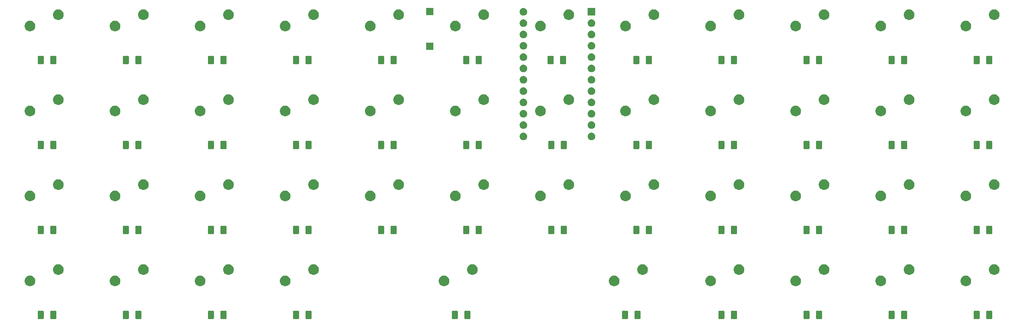
<source format=gbr>
G04 #@! TF.GenerationSoftware,KiCad,Pcbnew,(5.0.1-3-g963ef8bb5)*
G04 #@! TF.CreationDate,2019-04-11T19:17:33+08:00*
G04 #@! TF.ProjectId,keyboard_arduino,6B6579626F6172645F61726475696E6F,a*
G04 #@! TF.SameCoordinates,Original*
G04 #@! TF.FileFunction,Soldermask,Bot*
G04 #@! TF.FilePolarity,Negative*
%FSLAX46Y46*%
G04 Gerber Fmt 4.6, Leading zero omitted, Abs format (unit mm)*
G04 Created by KiCad (PCBNEW (5.0.1-3-g963ef8bb5)) date 2019年04月11日 星期四 07:17:33*
%MOMM*%
%LPD*%
G01*
G04 APERTURE LIST*
%ADD10C,0.100000*%
G04 APERTURE END LIST*
D10*
G36*
X257823604Y-105123347D02*
X257860145Y-105134432D01*
X257893820Y-105152431D01*
X257923341Y-105176659D01*
X257947569Y-105206180D01*
X257965568Y-105239855D01*
X257976653Y-105276396D01*
X257981000Y-105320538D01*
X257981000Y-106769462D01*
X257976653Y-106813604D01*
X257965568Y-106850145D01*
X257947569Y-106883820D01*
X257923341Y-106913341D01*
X257893820Y-106937569D01*
X257860145Y-106955568D01*
X257823604Y-106966653D01*
X257779462Y-106971000D01*
X256830538Y-106971000D01*
X256786396Y-106966653D01*
X256749855Y-106955568D01*
X256716180Y-106937569D01*
X256686659Y-106913341D01*
X256662431Y-106883820D01*
X256644432Y-106850145D01*
X256633347Y-106813604D01*
X256629000Y-106769462D01*
X256629000Y-105320538D01*
X256633347Y-105276396D01*
X256644432Y-105239855D01*
X256662431Y-105206180D01*
X256686659Y-105176659D01*
X256716180Y-105152431D01*
X256749855Y-105134432D01*
X256786396Y-105123347D01*
X256830538Y-105119000D01*
X257779462Y-105119000D01*
X257823604Y-105123347D01*
X257823604Y-105123347D01*
G37*
G36*
X255023604Y-105123347D02*
X255060145Y-105134432D01*
X255093820Y-105152431D01*
X255123341Y-105176659D01*
X255147569Y-105206180D01*
X255165568Y-105239855D01*
X255176653Y-105276396D01*
X255181000Y-105320538D01*
X255181000Y-106769462D01*
X255176653Y-106813604D01*
X255165568Y-106850145D01*
X255147569Y-106883820D01*
X255123341Y-106913341D01*
X255093820Y-106937569D01*
X255060145Y-106955568D01*
X255023604Y-106966653D01*
X254979462Y-106971000D01*
X254030538Y-106971000D01*
X253986396Y-106966653D01*
X253949855Y-106955568D01*
X253916180Y-106937569D01*
X253886659Y-106913341D01*
X253862431Y-106883820D01*
X253844432Y-106850145D01*
X253833347Y-106813604D01*
X253829000Y-106769462D01*
X253829000Y-105320538D01*
X253833347Y-105276396D01*
X253844432Y-105239855D01*
X253862431Y-105206180D01*
X253886659Y-105176659D01*
X253916180Y-105152431D01*
X253949855Y-105134432D01*
X253986396Y-105123347D01*
X254030538Y-105119000D01*
X254979462Y-105119000D01*
X255023604Y-105123347D01*
X255023604Y-105123347D01*
G37*
G36*
X238773604Y-105123347D02*
X238810145Y-105134432D01*
X238843820Y-105152431D01*
X238873341Y-105176659D01*
X238897569Y-105206180D01*
X238915568Y-105239855D01*
X238926653Y-105276396D01*
X238931000Y-105320538D01*
X238931000Y-106769462D01*
X238926653Y-106813604D01*
X238915568Y-106850145D01*
X238897569Y-106883820D01*
X238873341Y-106913341D01*
X238843820Y-106937569D01*
X238810145Y-106955568D01*
X238773604Y-106966653D01*
X238729462Y-106971000D01*
X237780538Y-106971000D01*
X237736396Y-106966653D01*
X237699855Y-106955568D01*
X237666180Y-106937569D01*
X237636659Y-106913341D01*
X237612431Y-106883820D01*
X237594432Y-106850145D01*
X237583347Y-106813604D01*
X237579000Y-106769462D01*
X237579000Y-105320538D01*
X237583347Y-105276396D01*
X237594432Y-105239855D01*
X237612431Y-105206180D01*
X237636659Y-105176659D01*
X237666180Y-105152431D01*
X237699855Y-105134432D01*
X237736396Y-105123347D01*
X237780538Y-105119000D01*
X238729462Y-105119000D01*
X238773604Y-105123347D01*
X238773604Y-105123347D01*
G37*
G36*
X235973604Y-105123347D02*
X236010145Y-105134432D01*
X236043820Y-105152431D01*
X236073341Y-105176659D01*
X236097569Y-105206180D01*
X236115568Y-105239855D01*
X236126653Y-105276396D01*
X236131000Y-105320538D01*
X236131000Y-106769462D01*
X236126653Y-106813604D01*
X236115568Y-106850145D01*
X236097569Y-106883820D01*
X236073341Y-106913341D01*
X236043820Y-106937569D01*
X236010145Y-106955568D01*
X235973604Y-106966653D01*
X235929462Y-106971000D01*
X234980538Y-106971000D01*
X234936396Y-106966653D01*
X234899855Y-106955568D01*
X234866180Y-106937569D01*
X234836659Y-106913341D01*
X234812431Y-106883820D01*
X234794432Y-106850145D01*
X234783347Y-106813604D01*
X234779000Y-106769462D01*
X234779000Y-105320538D01*
X234783347Y-105276396D01*
X234794432Y-105239855D01*
X234812431Y-105206180D01*
X234836659Y-105176659D01*
X234866180Y-105152431D01*
X234899855Y-105134432D01*
X234936396Y-105123347D01*
X234980538Y-105119000D01*
X235929462Y-105119000D01*
X235973604Y-105123347D01*
X235973604Y-105123347D01*
G37*
G36*
X219723604Y-105123347D02*
X219760145Y-105134432D01*
X219793820Y-105152431D01*
X219823341Y-105176659D01*
X219847569Y-105206180D01*
X219865568Y-105239855D01*
X219876653Y-105276396D01*
X219881000Y-105320538D01*
X219881000Y-106769462D01*
X219876653Y-106813604D01*
X219865568Y-106850145D01*
X219847569Y-106883820D01*
X219823341Y-106913341D01*
X219793820Y-106937569D01*
X219760145Y-106955568D01*
X219723604Y-106966653D01*
X219679462Y-106971000D01*
X218730538Y-106971000D01*
X218686396Y-106966653D01*
X218649855Y-106955568D01*
X218616180Y-106937569D01*
X218586659Y-106913341D01*
X218562431Y-106883820D01*
X218544432Y-106850145D01*
X218533347Y-106813604D01*
X218529000Y-106769462D01*
X218529000Y-105320538D01*
X218533347Y-105276396D01*
X218544432Y-105239855D01*
X218562431Y-105206180D01*
X218586659Y-105176659D01*
X218616180Y-105152431D01*
X218649855Y-105134432D01*
X218686396Y-105123347D01*
X218730538Y-105119000D01*
X219679462Y-105119000D01*
X219723604Y-105123347D01*
X219723604Y-105123347D01*
G37*
G36*
X216923604Y-105123347D02*
X216960145Y-105134432D01*
X216993820Y-105152431D01*
X217023341Y-105176659D01*
X217047569Y-105206180D01*
X217065568Y-105239855D01*
X217076653Y-105276396D01*
X217081000Y-105320538D01*
X217081000Y-106769462D01*
X217076653Y-106813604D01*
X217065568Y-106850145D01*
X217047569Y-106883820D01*
X217023341Y-106913341D01*
X216993820Y-106937569D01*
X216960145Y-106955568D01*
X216923604Y-106966653D01*
X216879462Y-106971000D01*
X215930538Y-106971000D01*
X215886396Y-106966653D01*
X215849855Y-106955568D01*
X215816180Y-106937569D01*
X215786659Y-106913341D01*
X215762431Y-106883820D01*
X215744432Y-106850145D01*
X215733347Y-106813604D01*
X215729000Y-106769462D01*
X215729000Y-105320538D01*
X215733347Y-105276396D01*
X215744432Y-105239855D01*
X215762431Y-105206180D01*
X215786659Y-105176659D01*
X215816180Y-105152431D01*
X215849855Y-105134432D01*
X215886396Y-105123347D01*
X215930538Y-105119000D01*
X216879462Y-105119000D01*
X216923604Y-105123347D01*
X216923604Y-105123347D01*
G37*
G36*
X200673604Y-105123347D02*
X200710145Y-105134432D01*
X200743820Y-105152431D01*
X200773341Y-105176659D01*
X200797569Y-105206180D01*
X200815568Y-105239855D01*
X200826653Y-105276396D01*
X200831000Y-105320538D01*
X200831000Y-106769462D01*
X200826653Y-106813604D01*
X200815568Y-106850145D01*
X200797569Y-106883820D01*
X200773341Y-106913341D01*
X200743820Y-106937569D01*
X200710145Y-106955568D01*
X200673604Y-106966653D01*
X200629462Y-106971000D01*
X199680538Y-106971000D01*
X199636396Y-106966653D01*
X199599855Y-106955568D01*
X199566180Y-106937569D01*
X199536659Y-106913341D01*
X199512431Y-106883820D01*
X199494432Y-106850145D01*
X199483347Y-106813604D01*
X199479000Y-106769462D01*
X199479000Y-105320538D01*
X199483347Y-105276396D01*
X199494432Y-105239855D01*
X199512431Y-105206180D01*
X199536659Y-105176659D01*
X199566180Y-105152431D01*
X199599855Y-105134432D01*
X199636396Y-105123347D01*
X199680538Y-105119000D01*
X200629462Y-105119000D01*
X200673604Y-105123347D01*
X200673604Y-105123347D01*
G37*
G36*
X197873604Y-105123347D02*
X197910145Y-105134432D01*
X197943820Y-105152431D01*
X197973341Y-105176659D01*
X197997569Y-105206180D01*
X198015568Y-105239855D01*
X198026653Y-105276396D01*
X198031000Y-105320538D01*
X198031000Y-106769462D01*
X198026653Y-106813604D01*
X198015568Y-106850145D01*
X197997569Y-106883820D01*
X197973341Y-106913341D01*
X197943820Y-106937569D01*
X197910145Y-106955568D01*
X197873604Y-106966653D01*
X197829462Y-106971000D01*
X196880538Y-106971000D01*
X196836396Y-106966653D01*
X196799855Y-106955568D01*
X196766180Y-106937569D01*
X196736659Y-106913341D01*
X196712431Y-106883820D01*
X196694432Y-106850145D01*
X196683347Y-106813604D01*
X196679000Y-106769462D01*
X196679000Y-105320538D01*
X196683347Y-105276396D01*
X196694432Y-105239855D01*
X196712431Y-105206180D01*
X196736659Y-105176659D01*
X196766180Y-105152431D01*
X196799855Y-105134432D01*
X196836396Y-105123347D01*
X196880538Y-105119000D01*
X197829462Y-105119000D01*
X197873604Y-105123347D01*
X197873604Y-105123347D01*
G37*
G36*
X179083604Y-105123347D02*
X179120145Y-105134432D01*
X179153820Y-105152431D01*
X179183341Y-105176659D01*
X179207569Y-105206180D01*
X179225568Y-105239855D01*
X179236653Y-105276396D01*
X179241000Y-105320538D01*
X179241000Y-106769462D01*
X179236653Y-106813604D01*
X179225568Y-106850145D01*
X179207569Y-106883820D01*
X179183341Y-106913341D01*
X179153820Y-106937569D01*
X179120145Y-106955568D01*
X179083604Y-106966653D01*
X179039462Y-106971000D01*
X178090538Y-106971000D01*
X178046396Y-106966653D01*
X178009855Y-106955568D01*
X177976180Y-106937569D01*
X177946659Y-106913341D01*
X177922431Y-106883820D01*
X177904432Y-106850145D01*
X177893347Y-106813604D01*
X177889000Y-106769462D01*
X177889000Y-105320538D01*
X177893347Y-105276396D01*
X177904432Y-105239855D01*
X177922431Y-105206180D01*
X177946659Y-105176659D01*
X177976180Y-105152431D01*
X178009855Y-105134432D01*
X178046396Y-105123347D01*
X178090538Y-105119000D01*
X179039462Y-105119000D01*
X179083604Y-105123347D01*
X179083604Y-105123347D01*
G37*
G36*
X176283604Y-105123347D02*
X176320145Y-105134432D01*
X176353820Y-105152431D01*
X176383341Y-105176659D01*
X176407569Y-105206180D01*
X176425568Y-105239855D01*
X176436653Y-105276396D01*
X176441000Y-105320538D01*
X176441000Y-106769462D01*
X176436653Y-106813604D01*
X176425568Y-106850145D01*
X176407569Y-106883820D01*
X176383341Y-106913341D01*
X176353820Y-106937569D01*
X176320145Y-106955568D01*
X176283604Y-106966653D01*
X176239462Y-106971000D01*
X175290538Y-106971000D01*
X175246396Y-106966653D01*
X175209855Y-106955568D01*
X175176180Y-106937569D01*
X175146659Y-106913341D01*
X175122431Y-106883820D01*
X175104432Y-106850145D01*
X175093347Y-106813604D01*
X175089000Y-106769462D01*
X175089000Y-105320538D01*
X175093347Y-105276396D01*
X175104432Y-105239855D01*
X175122431Y-105206180D01*
X175146659Y-105176659D01*
X175176180Y-105152431D01*
X175209855Y-105134432D01*
X175246396Y-105123347D01*
X175290538Y-105119000D01*
X176239462Y-105119000D01*
X176283604Y-105123347D01*
X176283604Y-105123347D01*
G37*
G36*
X140983604Y-105123347D02*
X141020145Y-105134432D01*
X141053820Y-105152431D01*
X141083341Y-105176659D01*
X141107569Y-105206180D01*
X141125568Y-105239855D01*
X141136653Y-105276396D01*
X141141000Y-105320538D01*
X141141000Y-106769462D01*
X141136653Y-106813604D01*
X141125568Y-106850145D01*
X141107569Y-106883820D01*
X141083341Y-106913341D01*
X141053820Y-106937569D01*
X141020145Y-106955568D01*
X140983604Y-106966653D01*
X140939462Y-106971000D01*
X139990538Y-106971000D01*
X139946396Y-106966653D01*
X139909855Y-106955568D01*
X139876180Y-106937569D01*
X139846659Y-106913341D01*
X139822431Y-106883820D01*
X139804432Y-106850145D01*
X139793347Y-106813604D01*
X139789000Y-106769462D01*
X139789000Y-105320538D01*
X139793347Y-105276396D01*
X139804432Y-105239855D01*
X139822431Y-105206180D01*
X139846659Y-105176659D01*
X139876180Y-105152431D01*
X139909855Y-105134432D01*
X139946396Y-105123347D01*
X139990538Y-105119000D01*
X140939462Y-105119000D01*
X140983604Y-105123347D01*
X140983604Y-105123347D01*
G37*
G36*
X138183604Y-105123347D02*
X138220145Y-105134432D01*
X138253820Y-105152431D01*
X138283341Y-105176659D01*
X138307569Y-105206180D01*
X138325568Y-105239855D01*
X138336653Y-105276396D01*
X138341000Y-105320538D01*
X138341000Y-106769462D01*
X138336653Y-106813604D01*
X138325568Y-106850145D01*
X138307569Y-106883820D01*
X138283341Y-106913341D01*
X138253820Y-106937569D01*
X138220145Y-106955568D01*
X138183604Y-106966653D01*
X138139462Y-106971000D01*
X137190538Y-106971000D01*
X137146396Y-106966653D01*
X137109855Y-106955568D01*
X137076180Y-106937569D01*
X137046659Y-106913341D01*
X137022431Y-106883820D01*
X137004432Y-106850145D01*
X136993347Y-106813604D01*
X136989000Y-106769462D01*
X136989000Y-105320538D01*
X136993347Y-105276396D01*
X137004432Y-105239855D01*
X137022431Y-105206180D01*
X137046659Y-105176659D01*
X137076180Y-105152431D01*
X137109855Y-105134432D01*
X137146396Y-105123347D01*
X137190538Y-105119000D01*
X138139462Y-105119000D01*
X138183604Y-105123347D01*
X138183604Y-105123347D01*
G37*
G36*
X105423604Y-105123347D02*
X105460145Y-105134432D01*
X105493820Y-105152431D01*
X105523341Y-105176659D01*
X105547569Y-105206180D01*
X105565568Y-105239855D01*
X105576653Y-105276396D01*
X105581000Y-105320538D01*
X105581000Y-106769462D01*
X105576653Y-106813604D01*
X105565568Y-106850145D01*
X105547569Y-106883820D01*
X105523341Y-106913341D01*
X105493820Y-106937569D01*
X105460145Y-106955568D01*
X105423604Y-106966653D01*
X105379462Y-106971000D01*
X104430538Y-106971000D01*
X104386396Y-106966653D01*
X104349855Y-106955568D01*
X104316180Y-106937569D01*
X104286659Y-106913341D01*
X104262431Y-106883820D01*
X104244432Y-106850145D01*
X104233347Y-106813604D01*
X104229000Y-106769462D01*
X104229000Y-105320538D01*
X104233347Y-105276396D01*
X104244432Y-105239855D01*
X104262431Y-105206180D01*
X104286659Y-105176659D01*
X104316180Y-105152431D01*
X104349855Y-105134432D01*
X104386396Y-105123347D01*
X104430538Y-105119000D01*
X105379462Y-105119000D01*
X105423604Y-105123347D01*
X105423604Y-105123347D01*
G37*
G36*
X102623604Y-105123347D02*
X102660145Y-105134432D01*
X102693820Y-105152431D01*
X102723341Y-105176659D01*
X102747569Y-105206180D01*
X102765568Y-105239855D01*
X102776653Y-105276396D01*
X102781000Y-105320538D01*
X102781000Y-106769462D01*
X102776653Y-106813604D01*
X102765568Y-106850145D01*
X102747569Y-106883820D01*
X102723341Y-106913341D01*
X102693820Y-106937569D01*
X102660145Y-106955568D01*
X102623604Y-106966653D01*
X102579462Y-106971000D01*
X101630538Y-106971000D01*
X101586396Y-106966653D01*
X101549855Y-106955568D01*
X101516180Y-106937569D01*
X101486659Y-106913341D01*
X101462431Y-106883820D01*
X101444432Y-106850145D01*
X101433347Y-106813604D01*
X101429000Y-106769462D01*
X101429000Y-105320538D01*
X101433347Y-105276396D01*
X101444432Y-105239855D01*
X101462431Y-105206180D01*
X101486659Y-105176659D01*
X101516180Y-105152431D01*
X101549855Y-105134432D01*
X101586396Y-105123347D01*
X101630538Y-105119000D01*
X102579462Y-105119000D01*
X102623604Y-105123347D01*
X102623604Y-105123347D01*
G37*
G36*
X86373604Y-105123347D02*
X86410145Y-105134432D01*
X86443820Y-105152431D01*
X86473341Y-105176659D01*
X86497569Y-105206180D01*
X86515568Y-105239855D01*
X86526653Y-105276396D01*
X86531000Y-105320538D01*
X86531000Y-106769462D01*
X86526653Y-106813604D01*
X86515568Y-106850145D01*
X86497569Y-106883820D01*
X86473341Y-106913341D01*
X86443820Y-106937569D01*
X86410145Y-106955568D01*
X86373604Y-106966653D01*
X86329462Y-106971000D01*
X85380538Y-106971000D01*
X85336396Y-106966653D01*
X85299855Y-106955568D01*
X85266180Y-106937569D01*
X85236659Y-106913341D01*
X85212431Y-106883820D01*
X85194432Y-106850145D01*
X85183347Y-106813604D01*
X85179000Y-106769462D01*
X85179000Y-105320538D01*
X85183347Y-105276396D01*
X85194432Y-105239855D01*
X85212431Y-105206180D01*
X85236659Y-105176659D01*
X85266180Y-105152431D01*
X85299855Y-105134432D01*
X85336396Y-105123347D01*
X85380538Y-105119000D01*
X86329462Y-105119000D01*
X86373604Y-105123347D01*
X86373604Y-105123347D01*
G37*
G36*
X83573604Y-105123347D02*
X83610145Y-105134432D01*
X83643820Y-105152431D01*
X83673341Y-105176659D01*
X83697569Y-105206180D01*
X83715568Y-105239855D01*
X83726653Y-105276396D01*
X83731000Y-105320538D01*
X83731000Y-106769462D01*
X83726653Y-106813604D01*
X83715568Y-106850145D01*
X83697569Y-106883820D01*
X83673341Y-106913341D01*
X83643820Y-106937569D01*
X83610145Y-106955568D01*
X83573604Y-106966653D01*
X83529462Y-106971000D01*
X82580538Y-106971000D01*
X82536396Y-106966653D01*
X82499855Y-106955568D01*
X82466180Y-106937569D01*
X82436659Y-106913341D01*
X82412431Y-106883820D01*
X82394432Y-106850145D01*
X82383347Y-106813604D01*
X82379000Y-106769462D01*
X82379000Y-105320538D01*
X82383347Y-105276396D01*
X82394432Y-105239855D01*
X82412431Y-105206180D01*
X82436659Y-105176659D01*
X82466180Y-105152431D01*
X82499855Y-105134432D01*
X82536396Y-105123347D01*
X82580538Y-105119000D01*
X83529462Y-105119000D01*
X83573604Y-105123347D01*
X83573604Y-105123347D01*
G37*
G36*
X67323604Y-105123347D02*
X67360145Y-105134432D01*
X67393820Y-105152431D01*
X67423341Y-105176659D01*
X67447569Y-105206180D01*
X67465568Y-105239855D01*
X67476653Y-105276396D01*
X67481000Y-105320538D01*
X67481000Y-106769462D01*
X67476653Y-106813604D01*
X67465568Y-106850145D01*
X67447569Y-106883820D01*
X67423341Y-106913341D01*
X67393820Y-106937569D01*
X67360145Y-106955568D01*
X67323604Y-106966653D01*
X67279462Y-106971000D01*
X66330538Y-106971000D01*
X66286396Y-106966653D01*
X66249855Y-106955568D01*
X66216180Y-106937569D01*
X66186659Y-106913341D01*
X66162431Y-106883820D01*
X66144432Y-106850145D01*
X66133347Y-106813604D01*
X66129000Y-106769462D01*
X66129000Y-105320538D01*
X66133347Y-105276396D01*
X66144432Y-105239855D01*
X66162431Y-105206180D01*
X66186659Y-105176659D01*
X66216180Y-105152431D01*
X66249855Y-105134432D01*
X66286396Y-105123347D01*
X66330538Y-105119000D01*
X67279462Y-105119000D01*
X67323604Y-105123347D01*
X67323604Y-105123347D01*
G37*
G36*
X64523604Y-105123347D02*
X64560145Y-105134432D01*
X64593820Y-105152431D01*
X64623341Y-105176659D01*
X64647569Y-105206180D01*
X64665568Y-105239855D01*
X64676653Y-105276396D01*
X64681000Y-105320538D01*
X64681000Y-106769462D01*
X64676653Y-106813604D01*
X64665568Y-106850145D01*
X64647569Y-106883820D01*
X64623341Y-106913341D01*
X64593820Y-106937569D01*
X64560145Y-106955568D01*
X64523604Y-106966653D01*
X64479462Y-106971000D01*
X63530538Y-106971000D01*
X63486396Y-106966653D01*
X63449855Y-106955568D01*
X63416180Y-106937569D01*
X63386659Y-106913341D01*
X63362431Y-106883820D01*
X63344432Y-106850145D01*
X63333347Y-106813604D01*
X63329000Y-106769462D01*
X63329000Y-105320538D01*
X63333347Y-105276396D01*
X63344432Y-105239855D01*
X63362431Y-105206180D01*
X63386659Y-105176659D01*
X63416180Y-105152431D01*
X63449855Y-105134432D01*
X63486396Y-105123347D01*
X63530538Y-105119000D01*
X64479462Y-105119000D01*
X64523604Y-105123347D01*
X64523604Y-105123347D01*
G37*
G36*
X48273604Y-105123347D02*
X48310145Y-105134432D01*
X48343820Y-105152431D01*
X48373341Y-105176659D01*
X48397569Y-105206180D01*
X48415568Y-105239855D01*
X48426653Y-105276396D01*
X48431000Y-105320538D01*
X48431000Y-106769462D01*
X48426653Y-106813604D01*
X48415568Y-106850145D01*
X48397569Y-106883820D01*
X48373341Y-106913341D01*
X48343820Y-106937569D01*
X48310145Y-106955568D01*
X48273604Y-106966653D01*
X48229462Y-106971000D01*
X47280538Y-106971000D01*
X47236396Y-106966653D01*
X47199855Y-106955568D01*
X47166180Y-106937569D01*
X47136659Y-106913341D01*
X47112431Y-106883820D01*
X47094432Y-106850145D01*
X47083347Y-106813604D01*
X47079000Y-106769462D01*
X47079000Y-105320538D01*
X47083347Y-105276396D01*
X47094432Y-105239855D01*
X47112431Y-105206180D01*
X47136659Y-105176659D01*
X47166180Y-105152431D01*
X47199855Y-105134432D01*
X47236396Y-105123347D01*
X47280538Y-105119000D01*
X48229462Y-105119000D01*
X48273604Y-105123347D01*
X48273604Y-105123347D01*
G37*
G36*
X45473604Y-105123347D02*
X45510145Y-105134432D01*
X45543820Y-105152431D01*
X45573341Y-105176659D01*
X45597569Y-105206180D01*
X45615568Y-105239855D01*
X45626653Y-105276396D01*
X45631000Y-105320538D01*
X45631000Y-106769462D01*
X45626653Y-106813604D01*
X45615568Y-106850145D01*
X45597569Y-106883820D01*
X45573341Y-106913341D01*
X45543820Y-106937569D01*
X45510145Y-106955568D01*
X45473604Y-106966653D01*
X45429462Y-106971000D01*
X44480538Y-106971000D01*
X44436396Y-106966653D01*
X44399855Y-106955568D01*
X44366180Y-106937569D01*
X44336659Y-106913341D01*
X44312431Y-106883820D01*
X44294432Y-106850145D01*
X44283347Y-106813604D01*
X44279000Y-106769462D01*
X44279000Y-105320538D01*
X44283347Y-105276396D01*
X44294432Y-105239855D01*
X44312431Y-105206180D01*
X44336659Y-105176659D01*
X44366180Y-105152431D01*
X44399855Y-105134432D01*
X44436396Y-105123347D01*
X44480538Y-105119000D01*
X45429462Y-105119000D01*
X45473604Y-105123347D01*
X45473604Y-105123347D01*
G37*
G36*
X252443277Y-97276885D02*
X252660572Y-97366891D01*
X252856131Y-97497560D01*
X253022440Y-97663869D01*
X253153109Y-97859428D01*
X253243115Y-98076723D01*
X253289000Y-98307401D01*
X253289000Y-98542599D01*
X253243115Y-98773277D01*
X253153109Y-98990572D01*
X253022440Y-99186131D01*
X252856131Y-99352440D01*
X252660572Y-99483109D01*
X252443277Y-99573115D01*
X252212599Y-99619000D01*
X251977401Y-99619000D01*
X251746723Y-99573115D01*
X251529428Y-99483109D01*
X251333869Y-99352440D01*
X251167560Y-99186131D01*
X251036891Y-98990572D01*
X250946885Y-98773277D01*
X250901000Y-98542599D01*
X250901000Y-98307401D01*
X250946885Y-98076723D01*
X251036891Y-97859428D01*
X251167560Y-97663869D01*
X251333869Y-97497560D01*
X251529428Y-97366891D01*
X251746723Y-97276885D01*
X251977401Y-97231000D01*
X252212599Y-97231000D01*
X252443277Y-97276885D01*
X252443277Y-97276885D01*
G37*
G36*
X80993277Y-97276885D02*
X81210572Y-97366891D01*
X81406131Y-97497560D01*
X81572440Y-97663869D01*
X81703109Y-97859428D01*
X81793115Y-98076723D01*
X81839000Y-98307401D01*
X81839000Y-98542599D01*
X81793115Y-98773277D01*
X81703109Y-98990572D01*
X81572440Y-99186131D01*
X81406131Y-99352440D01*
X81210572Y-99483109D01*
X80993277Y-99573115D01*
X80762599Y-99619000D01*
X80527401Y-99619000D01*
X80296723Y-99573115D01*
X80079428Y-99483109D01*
X79883869Y-99352440D01*
X79717560Y-99186131D01*
X79586891Y-98990572D01*
X79496885Y-98773277D01*
X79451000Y-98542599D01*
X79451000Y-98307401D01*
X79496885Y-98076723D01*
X79586891Y-97859428D01*
X79717560Y-97663869D01*
X79883869Y-97497560D01*
X80079428Y-97366891D01*
X80296723Y-97276885D01*
X80527401Y-97231000D01*
X80762599Y-97231000D01*
X80993277Y-97276885D01*
X80993277Y-97276885D01*
G37*
G36*
X233393277Y-97276885D02*
X233610572Y-97366891D01*
X233806131Y-97497560D01*
X233972440Y-97663869D01*
X234103109Y-97859428D01*
X234193115Y-98076723D01*
X234239000Y-98307401D01*
X234239000Y-98542599D01*
X234193115Y-98773277D01*
X234103109Y-98990572D01*
X233972440Y-99186131D01*
X233806131Y-99352440D01*
X233610572Y-99483109D01*
X233393277Y-99573115D01*
X233162599Y-99619000D01*
X232927401Y-99619000D01*
X232696723Y-99573115D01*
X232479428Y-99483109D01*
X232283869Y-99352440D01*
X232117560Y-99186131D01*
X231986891Y-98990572D01*
X231896885Y-98773277D01*
X231851000Y-98542599D01*
X231851000Y-98307401D01*
X231896885Y-98076723D01*
X231986891Y-97859428D01*
X232117560Y-97663869D01*
X232283869Y-97497560D01*
X232479428Y-97366891D01*
X232696723Y-97276885D01*
X232927401Y-97231000D01*
X233162599Y-97231000D01*
X233393277Y-97276885D01*
X233393277Y-97276885D01*
G37*
G36*
X214343277Y-97276885D02*
X214560572Y-97366891D01*
X214756131Y-97497560D01*
X214922440Y-97663869D01*
X215053109Y-97859428D01*
X215143115Y-98076723D01*
X215189000Y-98307401D01*
X215189000Y-98542599D01*
X215143115Y-98773277D01*
X215053109Y-98990572D01*
X214922440Y-99186131D01*
X214756131Y-99352440D01*
X214560572Y-99483109D01*
X214343277Y-99573115D01*
X214112599Y-99619000D01*
X213877401Y-99619000D01*
X213646723Y-99573115D01*
X213429428Y-99483109D01*
X213233869Y-99352440D01*
X213067560Y-99186131D01*
X212936891Y-98990572D01*
X212846885Y-98773277D01*
X212801000Y-98542599D01*
X212801000Y-98307401D01*
X212846885Y-98076723D01*
X212936891Y-97859428D01*
X213067560Y-97663869D01*
X213233869Y-97497560D01*
X213429428Y-97366891D01*
X213646723Y-97276885D01*
X213877401Y-97231000D01*
X214112599Y-97231000D01*
X214343277Y-97276885D01*
X214343277Y-97276885D01*
G37*
G36*
X195293277Y-97276885D02*
X195510572Y-97366891D01*
X195706131Y-97497560D01*
X195872440Y-97663869D01*
X196003109Y-97859428D01*
X196093115Y-98076723D01*
X196139000Y-98307401D01*
X196139000Y-98542599D01*
X196093115Y-98773277D01*
X196003109Y-98990572D01*
X195872440Y-99186131D01*
X195706131Y-99352440D01*
X195510572Y-99483109D01*
X195293277Y-99573115D01*
X195062599Y-99619000D01*
X194827401Y-99619000D01*
X194596723Y-99573115D01*
X194379428Y-99483109D01*
X194183869Y-99352440D01*
X194017560Y-99186131D01*
X193886891Y-98990572D01*
X193796885Y-98773277D01*
X193751000Y-98542599D01*
X193751000Y-98307401D01*
X193796885Y-98076723D01*
X193886891Y-97859428D01*
X194017560Y-97663869D01*
X194183869Y-97497560D01*
X194379428Y-97366891D01*
X194596723Y-97276885D01*
X194827401Y-97231000D01*
X195062599Y-97231000D01*
X195293277Y-97276885D01*
X195293277Y-97276885D01*
G37*
G36*
X173703277Y-97276885D02*
X173920572Y-97366891D01*
X174116131Y-97497560D01*
X174282440Y-97663869D01*
X174413109Y-97859428D01*
X174503115Y-98076723D01*
X174549000Y-98307401D01*
X174549000Y-98542599D01*
X174503115Y-98773277D01*
X174413109Y-98990572D01*
X174282440Y-99186131D01*
X174116131Y-99352440D01*
X173920572Y-99483109D01*
X173703277Y-99573115D01*
X173472599Y-99619000D01*
X173237401Y-99619000D01*
X173006723Y-99573115D01*
X172789428Y-99483109D01*
X172593869Y-99352440D01*
X172427560Y-99186131D01*
X172296891Y-98990572D01*
X172206885Y-98773277D01*
X172161000Y-98542599D01*
X172161000Y-98307401D01*
X172206885Y-98076723D01*
X172296891Y-97859428D01*
X172427560Y-97663869D01*
X172593869Y-97497560D01*
X172789428Y-97366891D01*
X173006723Y-97276885D01*
X173237401Y-97231000D01*
X173472599Y-97231000D01*
X173703277Y-97276885D01*
X173703277Y-97276885D01*
G37*
G36*
X135603277Y-97276885D02*
X135820572Y-97366891D01*
X136016131Y-97497560D01*
X136182440Y-97663869D01*
X136313109Y-97859428D01*
X136403115Y-98076723D01*
X136449000Y-98307401D01*
X136449000Y-98542599D01*
X136403115Y-98773277D01*
X136313109Y-98990572D01*
X136182440Y-99186131D01*
X136016131Y-99352440D01*
X135820572Y-99483109D01*
X135603277Y-99573115D01*
X135372599Y-99619000D01*
X135137401Y-99619000D01*
X134906723Y-99573115D01*
X134689428Y-99483109D01*
X134493869Y-99352440D01*
X134327560Y-99186131D01*
X134196891Y-98990572D01*
X134106885Y-98773277D01*
X134061000Y-98542599D01*
X134061000Y-98307401D01*
X134106885Y-98076723D01*
X134196891Y-97859428D01*
X134327560Y-97663869D01*
X134493869Y-97497560D01*
X134689428Y-97366891D01*
X134906723Y-97276885D01*
X135137401Y-97231000D01*
X135372599Y-97231000D01*
X135603277Y-97276885D01*
X135603277Y-97276885D01*
G37*
G36*
X100043277Y-97276885D02*
X100260572Y-97366891D01*
X100456131Y-97497560D01*
X100622440Y-97663869D01*
X100753109Y-97859428D01*
X100843115Y-98076723D01*
X100889000Y-98307401D01*
X100889000Y-98542599D01*
X100843115Y-98773277D01*
X100753109Y-98990572D01*
X100622440Y-99186131D01*
X100456131Y-99352440D01*
X100260572Y-99483109D01*
X100043277Y-99573115D01*
X99812599Y-99619000D01*
X99577401Y-99619000D01*
X99346723Y-99573115D01*
X99129428Y-99483109D01*
X98933869Y-99352440D01*
X98767560Y-99186131D01*
X98636891Y-98990572D01*
X98546885Y-98773277D01*
X98501000Y-98542599D01*
X98501000Y-98307401D01*
X98546885Y-98076723D01*
X98636891Y-97859428D01*
X98767560Y-97663869D01*
X98933869Y-97497560D01*
X99129428Y-97366891D01*
X99346723Y-97276885D01*
X99577401Y-97231000D01*
X99812599Y-97231000D01*
X100043277Y-97276885D01*
X100043277Y-97276885D01*
G37*
G36*
X61943277Y-97276885D02*
X62160572Y-97366891D01*
X62356131Y-97497560D01*
X62522440Y-97663869D01*
X62653109Y-97859428D01*
X62743115Y-98076723D01*
X62789000Y-98307401D01*
X62789000Y-98542599D01*
X62743115Y-98773277D01*
X62653109Y-98990572D01*
X62522440Y-99186131D01*
X62356131Y-99352440D01*
X62160572Y-99483109D01*
X61943277Y-99573115D01*
X61712599Y-99619000D01*
X61477401Y-99619000D01*
X61246723Y-99573115D01*
X61029428Y-99483109D01*
X60833869Y-99352440D01*
X60667560Y-99186131D01*
X60536891Y-98990572D01*
X60446885Y-98773277D01*
X60401000Y-98542599D01*
X60401000Y-98307401D01*
X60446885Y-98076723D01*
X60536891Y-97859428D01*
X60667560Y-97663869D01*
X60833869Y-97497560D01*
X61029428Y-97366891D01*
X61246723Y-97276885D01*
X61477401Y-97231000D01*
X61712599Y-97231000D01*
X61943277Y-97276885D01*
X61943277Y-97276885D01*
G37*
G36*
X42893277Y-97276885D02*
X43110572Y-97366891D01*
X43306131Y-97497560D01*
X43472440Y-97663869D01*
X43603109Y-97859428D01*
X43693115Y-98076723D01*
X43739000Y-98307401D01*
X43739000Y-98542599D01*
X43693115Y-98773277D01*
X43603109Y-98990572D01*
X43472440Y-99186131D01*
X43306131Y-99352440D01*
X43110572Y-99483109D01*
X42893277Y-99573115D01*
X42662599Y-99619000D01*
X42427401Y-99619000D01*
X42196723Y-99573115D01*
X41979428Y-99483109D01*
X41783869Y-99352440D01*
X41617560Y-99186131D01*
X41486891Y-98990572D01*
X41396885Y-98773277D01*
X41351000Y-98542599D01*
X41351000Y-98307401D01*
X41396885Y-98076723D01*
X41486891Y-97859428D01*
X41617560Y-97663869D01*
X41783869Y-97497560D01*
X41979428Y-97366891D01*
X42196723Y-97276885D01*
X42427401Y-97231000D01*
X42662599Y-97231000D01*
X42893277Y-97276885D01*
X42893277Y-97276885D01*
G37*
G36*
X68293277Y-94736885D02*
X68510572Y-94826891D01*
X68706131Y-94957560D01*
X68872440Y-95123869D01*
X69003109Y-95319428D01*
X69093115Y-95536723D01*
X69139000Y-95767401D01*
X69139000Y-96002599D01*
X69093115Y-96233277D01*
X69003109Y-96450572D01*
X68872440Y-96646131D01*
X68706131Y-96812440D01*
X68510572Y-96943109D01*
X68293277Y-97033115D01*
X68062599Y-97079000D01*
X67827401Y-97079000D01*
X67596723Y-97033115D01*
X67379428Y-96943109D01*
X67183869Y-96812440D01*
X67017560Y-96646131D01*
X66886891Y-96450572D01*
X66796885Y-96233277D01*
X66751000Y-96002599D01*
X66751000Y-95767401D01*
X66796885Y-95536723D01*
X66886891Y-95319428D01*
X67017560Y-95123869D01*
X67183869Y-94957560D01*
X67379428Y-94826891D01*
X67596723Y-94736885D01*
X67827401Y-94691000D01*
X68062599Y-94691000D01*
X68293277Y-94736885D01*
X68293277Y-94736885D01*
G37*
G36*
X49243277Y-94736885D02*
X49460572Y-94826891D01*
X49656131Y-94957560D01*
X49822440Y-95123869D01*
X49953109Y-95319428D01*
X50043115Y-95536723D01*
X50089000Y-95767401D01*
X50089000Y-96002599D01*
X50043115Y-96233277D01*
X49953109Y-96450572D01*
X49822440Y-96646131D01*
X49656131Y-96812440D01*
X49460572Y-96943109D01*
X49243277Y-97033115D01*
X49012599Y-97079000D01*
X48777401Y-97079000D01*
X48546723Y-97033115D01*
X48329428Y-96943109D01*
X48133869Y-96812440D01*
X47967560Y-96646131D01*
X47836891Y-96450572D01*
X47746885Y-96233277D01*
X47701000Y-96002599D01*
X47701000Y-95767401D01*
X47746885Y-95536723D01*
X47836891Y-95319428D01*
X47967560Y-95123869D01*
X48133869Y-94957560D01*
X48329428Y-94826891D01*
X48546723Y-94736885D01*
X48777401Y-94691000D01*
X49012599Y-94691000D01*
X49243277Y-94736885D01*
X49243277Y-94736885D01*
G37*
G36*
X87343277Y-94736885D02*
X87560572Y-94826891D01*
X87756131Y-94957560D01*
X87922440Y-95123869D01*
X88053109Y-95319428D01*
X88143115Y-95536723D01*
X88189000Y-95767401D01*
X88189000Y-96002599D01*
X88143115Y-96233277D01*
X88053109Y-96450572D01*
X87922440Y-96646131D01*
X87756131Y-96812440D01*
X87560572Y-96943109D01*
X87343277Y-97033115D01*
X87112599Y-97079000D01*
X86877401Y-97079000D01*
X86646723Y-97033115D01*
X86429428Y-96943109D01*
X86233869Y-96812440D01*
X86067560Y-96646131D01*
X85936891Y-96450572D01*
X85846885Y-96233277D01*
X85801000Y-96002599D01*
X85801000Y-95767401D01*
X85846885Y-95536723D01*
X85936891Y-95319428D01*
X86067560Y-95123869D01*
X86233869Y-94957560D01*
X86429428Y-94826891D01*
X86646723Y-94736885D01*
X86877401Y-94691000D01*
X87112599Y-94691000D01*
X87343277Y-94736885D01*
X87343277Y-94736885D01*
G37*
G36*
X106393277Y-94736885D02*
X106610572Y-94826891D01*
X106806131Y-94957560D01*
X106972440Y-95123869D01*
X107103109Y-95319428D01*
X107193115Y-95536723D01*
X107239000Y-95767401D01*
X107239000Y-96002599D01*
X107193115Y-96233277D01*
X107103109Y-96450572D01*
X106972440Y-96646131D01*
X106806131Y-96812440D01*
X106610572Y-96943109D01*
X106393277Y-97033115D01*
X106162599Y-97079000D01*
X105927401Y-97079000D01*
X105696723Y-97033115D01*
X105479428Y-96943109D01*
X105283869Y-96812440D01*
X105117560Y-96646131D01*
X104986891Y-96450572D01*
X104896885Y-96233277D01*
X104851000Y-96002599D01*
X104851000Y-95767401D01*
X104896885Y-95536723D01*
X104986891Y-95319428D01*
X105117560Y-95123869D01*
X105283869Y-94957560D01*
X105479428Y-94826891D01*
X105696723Y-94736885D01*
X105927401Y-94691000D01*
X106162599Y-94691000D01*
X106393277Y-94736885D01*
X106393277Y-94736885D01*
G37*
G36*
X141953277Y-94736885D02*
X142170572Y-94826891D01*
X142366131Y-94957560D01*
X142532440Y-95123869D01*
X142663109Y-95319428D01*
X142753115Y-95536723D01*
X142799000Y-95767401D01*
X142799000Y-96002599D01*
X142753115Y-96233277D01*
X142663109Y-96450572D01*
X142532440Y-96646131D01*
X142366131Y-96812440D01*
X142170572Y-96943109D01*
X141953277Y-97033115D01*
X141722599Y-97079000D01*
X141487401Y-97079000D01*
X141256723Y-97033115D01*
X141039428Y-96943109D01*
X140843869Y-96812440D01*
X140677560Y-96646131D01*
X140546891Y-96450572D01*
X140456885Y-96233277D01*
X140411000Y-96002599D01*
X140411000Y-95767401D01*
X140456885Y-95536723D01*
X140546891Y-95319428D01*
X140677560Y-95123869D01*
X140843869Y-94957560D01*
X141039428Y-94826891D01*
X141256723Y-94736885D01*
X141487401Y-94691000D01*
X141722599Y-94691000D01*
X141953277Y-94736885D01*
X141953277Y-94736885D01*
G37*
G36*
X180053277Y-94736885D02*
X180270572Y-94826891D01*
X180466131Y-94957560D01*
X180632440Y-95123869D01*
X180763109Y-95319428D01*
X180853115Y-95536723D01*
X180899000Y-95767401D01*
X180899000Y-96002599D01*
X180853115Y-96233277D01*
X180763109Y-96450572D01*
X180632440Y-96646131D01*
X180466131Y-96812440D01*
X180270572Y-96943109D01*
X180053277Y-97033115D01*
X179822599Y-97079000D01*
X179587401Y-97079000D01*
X179356723Y-97033115D01*
X179139428Y-96943109D01*
X178943869Y-96812440D01*
X178777560Y-96646131D01*
X178646891Y-96450572D01*
X178556885Y-96233277D01*
X178511000Y-96002599D01*
X178511000Y-95767401D01*
X178556885Y-95536723D01*
X178646891Y-95319428D01*
X178777560Y-95123869D01*
X178943869Y-94957560D01*
X179139428Y-94826891D01*
X179356723Y-94736885D01*
X179587401Y-94691000D01*
X179822599Y-94691000D01*
X180053277Y-94736885D01*
X180053277Y-94736885D01*
G37*
G36*
X201643277Y-94736885D02*
X201860572Y-94826891D01*
X202056131Y-94957560D01*
X202222440Y-95123869D01*
X202353109Y-95319428D01*
X202443115Y-95536723D01*
X202489000Y-95767401D01*
X202489000Y-96002599D01*
X202443115Y-96233277D01*
X202353109Y-96450572D01*
X202222440Y-96646131D01*
X202056131Y-96812440D01*
X201860572Y-96943109D01*
X201643277Y-97033115D01*
X201412599Y-97079000D01*
X201177401Y-97079000D01*
X200946723Y-97033115D01*
X200729428Y-96943109D01*
X200533869Y-96812440D01*
X200367560Y-96646131D01*
X200236891Y-96450572D01*
X200146885Y-96233277D01*
X200101000Y-96002599D01*
X200101000Y-95767401D01*
X200146885Y-95536723D01*
X200236891Y-95319428D01*
X200367560Y-95123869D01*
X200533869Y-94957560D01*
X200729428Y-94826891D01*
X200946723Y-94736885D01*
X201177401Y-94691000D01*
X201412599Y-94691000D01*
X201643277Y-94736885D01*
X201643277Y-94736885D01*
G37*
G36*
X220693277Y-94736885D02*
X220910572Y-94826891D01*
X221106131Y-94957560D01*
X221272440Y-95123869D01*
X221403109Y-95319428D01*
X221493115Y-95536723D01*
X221539000Y-95767401D01*
X221539000Y-96002599D01*
X221493115Y-96233277D01*
X221403109Y-96450572D01*
X221272440Y-96646131D01*
X221106131Y-96812440D01*
X220910572Y-96943109D01*
X220693277Y-97033115D01*
X220462599Y-97079000D01*
X220227401Y-97079000D01*
X219996723Y-97033115D01*
X219779428Y-96943109D01*
X219583869Y-96812440D01*
X219417560Y-96646131D01*
X219286891Y-96450572D01*
X219196885Y-96233277D01*
X219151000Y-96002599D01*
X219151000Y-95767401D01*
X219196885Y-95536723D01*
X219286891Y-95319428D01*
X219417560Y-95123869D01*
X219583869Y-94957560D01*
X219779428Y-94826891D01*
X219996723Y-94736885D01*
X220227401Y-94691000D01*
X220462599Y-94691000D01*
X220693277Y-94736885D01*
X220693277Y-94736885D01*
G37*
G36*
X239743277Y-94736885D02*
X239960572Y-94826891D01*
X240156131Y-94957560D01*
X240322440Y-95123869D01*
X240453109Y-95319428D01*
X240543115Y-95536723D01*
X240589000Y-95767401D01*
X240589000Y-96002599D01*
X240543115Y-96233277D01*
X240453109Y-96450572D01*
X240322440Y-96646131D01*
X240156131Y-96812440D01*
X239960572Y-96943109D01*
X239743277Y-97033115D01*
X239512599Y-97079000D01*
X239277401Y-97079000D01*
X239046723Y-97033115D01*
X238829428Y-96943109D01*
X238633869Y-96812440D01*
X238467560Y-96646131D01*
X238336891Y-96450572D01*
X238246885Y-96233277D01*
X238201000Y-96002599D01*
X238201000Y-95767401D01*
X238246885Y-95536723D01*
X238336891Y-95319428D01*
X238467560Y-95123869D01*
X238633869Y-94957560D01*
X238829428Y-94826891D01*
X239046723Y-94736885D01*
X239277401Y-94691000D01*
X239512599Y-94691000D01*
X239743277Y-94736885D01*
X239743277Y-94736885D01*
G37*
G36*
X258793277Y-94736885D02*
X259010572Y-94826891D01*
X259206131Y-94957560D01*
X259372440Y-95123869D01*
X259503109Y-95319428D01*
X259593115Y-95536723D01*
X259639000Y-95767401D01*
X259639000Y-96002599D01*
X259593115Y-96233277D01*
X259503109Y-96450572D01*
X259372440Y-96646131D01*
X259206131Y-96812440D01*
X259010572Y-96943109D01*
X258793277Y-97033115D01*
X258562599Y-97079000D01*
X258327401Y-97079000D01*
X258096723Y-97033115D01*
X257879428Y-96943109D01*
X257683869Y-96812440D01*
X257517560Y-96646131D01*
X257386891Y-96450572D01*
X257296885Y-96233277D01*
X257251000Y-96002599D01*
X257251000Y-95767401D01*
X257296885Y-95536723D01*
X257386891Y-95319428D01*
X257517560Y-95123869D01*
X257683869Y-94957560D01*
X257879428Y-94826891D01*
X258096723Y-94736885D01*
X258327401Y-94691000D01*
X258562599Y-94691000D01*
X258793277Y-94736885D01*
X258793277Y-94736885D01*
G37*
G36*
X255023604Y-86073347D02*
X255060145Y-86084432D01*
X255093820Y-86102431D01*
X255123341Y-86126659D01*
X255147569Y-86156180D01*
X255165568Y-86189855D01*
X255176653Y-86226396D01*
X255181000Y-86270538D01*
X255181000Y-87719462D01*
X255176653Y-87763604D01*
X255165568Y-87800145D01*
X255147569Y-87833820D01*
X255123341Y-87863341D01*
X255093820Y-87887569D01*
X255060145Y-87905568D01*
X255023604Y-87916653D01*
X254979462Y-87921000D01*
X254030538Y-87921000D01*
X253986396Y-87916653D01*
X253949855Y-87905568D01*
X253916180Y-87887569D01*
X253886659Y-87863341D01*
X253862431Y-87833820D01*
X253844432Y-87800145D01*
X253833347Y-87763604D01*
X253829000Y-87719462D01*
X253829000Y-86270538D01*
X253833347Y-86226396D01*
X253844432Y-86189855D01*
X253862431Y-86156180D01*
X253886659Y-86126659D01*
X253916180Y-86102431D01*
X253949855Y-86084432D01*
X253986396Y-86073347D01*
X254030538Y-86069000D01*
X254979462Y-86069000D01*
X255023604Y-86073347D01*
X255023604Y-86073347D01*
G37*
G36*
X238773604Y-86073347D02*
X238810145Y-86084432D01*
X238843820Y-86102431D01*
X238873341Y-86126659D01*
X238897569Y-86156180D01*
X238915568Y-86189855D01*
X238926653Y-86226396D01*
X238931000Y-86270538D01*
X238931000Y-87719462D01*
X238926653Y-87763604D01*
X238915568Y-87800145D01*
X238897569Y-87833820D01*
X238873341Y-87863341D01*
X238843820Y-87887569D01*
X238810145Y-87905568D01*
X238773604Y-87916653D01*
X238729462Y-87921000D01*
X237780538Y-87921000D01*
X237736396Y-87916653D01*
X237699855Y-87905568D01*
X237666180Y-87887569D01*
X237636659Y-87863341D01*
X237612431Y-87833820D01*
X237594432Y-87800145D01*
X237583347Y-87763604D01*
X237579000Y-87719462D01*
X237579000Y-86270538D01*
X237583347Y-86226396D01*
X237594432Y-86189855D01*
X237612431Y-86156180D01*
X237636659Y-86126659D01*
X237666180Y-86102431D01*
X237699855Y-86084432D01*
X237736396Y-86073347D01*
X237780538Y-86069000D01*
X238729462Y-86069000D01*
X238773604Y-86073347D01*
X238773604Y-86073347D01*
G37*
G36*
X48273604Y-86073347D02*
X48310145Y-86084432D01*
X48343820Y-86102431D01*
X48373341Y-86126659D01*
X48397569Y-86156180D01*
X48415568Y-86189855D01*
X48426653Y-86226396D01*
X48431000Y-86270538D01*
X48431000Y-87719462D01*
X48426653Y-87763604D01*
X48415568Y-87800145D01*
X48397569Y-87833820D01*
X48373341Y-87863341D01*
X48343820Y-87887569D01*
X48310145Y-87905568D01*
X48273604Y-87916653D01*
X48229462Y-87921000D01*
X47280538Y-87921000D01*
X47236396Y-87916653D01*
X47199855Y-87905568D01*
X47166180Y-87887569D01*
X47136659Y-87863341D01*
X47112431Y-87833820D01*
X47094432Y-87800145D01*
X47083347Y-87763604D01*
X47079000Y-87719462D01*
X47079000Y-86270538D01*
X47083347Y-86226396D01*
X47094432Y-86189855D01*
X47112431Y-86156180D01*
X47136659Y-86126659D01*
X47166180Y-86102431D01*
X47199855Y-86084432D01*
X47236396Y-86073347D01*
X47280538Y-86069000D01*
X48229462Y-86069000D01*
X48273604Y-86073347D01*
X48273604Y-86073347D01*
G37*
G36*
X45473604Y-86073347D02*
X45510145Y-86084432D01*
X45543820Y-86102431D01*
X45573341Y-86126659D01*
X45597569Y-86156180D01*
X45615568Y-86189855D01*
X45626653Y-86226396D01*
X45631000Y-86270538D01*
X45631000Y-87719462D01*
X45626653Y-87763604D01*
X45615568Y-87800145D01*
X45597569Y-87833820D01*
X45573341Y-87863341D01*
X45543820Y-87887569D01*
X45510145Y-87905568D01*
X45473604Y-87916653D01*
X45429462Y-87921000D01*
X44480538Y-87921000D01*
X44436396Y-87916653D01*
X44399855Y-87905568D01*
X44366180Y-87887569D01*
X44336659Y-87863341D01*
X44312431Y-87833820D01*
X44294432Y-87800145D01*
X44283347Y-87763604D01*
X44279000Y-87719462D01*
X44279000Y-86270538D01*
X44283347Y-86226396D01*
X44294432Y-86189855D01*
X44312431Y-86156180D01*
X44336659Y-86126659D01*
X44366180Y-86102431D01*
X44399855Y-86084432D01*
X44436396Y-86073347D01*
X44480538Y-86069000D01*
X45429462Y-86069000D01*
X45473604Y-86073347D01*
X45473604Y-86073347D01*
G37*
G36*
X67323604Y-86073347D02*
X67360145Y-86084432D01*
X67393820Y-86102431D01*
X67423341Y-86126659D01*
X67447569Y-86156180D01*
X67465568Y-86189855D01*
X67476653Y-86226396D01*
X67481000Y-86270538D01*
X67481000Y-87719462D01*
X67476653Y-87763604D01*
X67465568Y-87800145D01*
X67447569Y-87833820D01*
X67423341Y-87863341D01*
X67393820Y-87887569D01*
X67360145Y-87905568D01*
X67323604Y-87916653D01*
X67279462Y-87921000D01*
X66330538Y-87921000D01*
X66286396Y-87916653D01*
X66249855Y-87905568D01*
X66216180Y-87887569D01*
X66186659Y-87863341D01*
X66162431Y-87833820D01*
X66144432Y-87800145D01*
X66133347Y-87763604D01*
X66129000Y-87719462D01*
X66129000Y-86270538D01*
X66133347Y-86226396D01*
X66144432Y-86189855D01*
X66162431Y-86156180D01*
X66186659Y-86126659D01*
X66216180Y-86102431D01*
X66249855Y-86084432D01*
X66286396Y-86073347D01*
X66330538Y-86069000D01*
X67279462Y-86069000D01*
X67323604Y-86073347D01*
X67323604Y-86073347D01*
G37*
G36*
X64523604Y-86073347D02*
X64560145Y-86084432D01*
X64593820Y-86102431D01*
X64623341Y-86126659D01*
X64647569Y-86156180D01*
X64665568Y-86189855D01*
X64676653Y-86226396D01*
X64681000Y-86270538D01*
X64681000Y-87719462D01*
X64676653Y-87763604D01*
X64665568Y-87800145D01*
X64647569Y-87833820D01*
X64623341Y-87863341D01*
X64593820Y-87887569D01*
X64560145Y-87905568D01*
X64523604Y-87916653D01*
X64479462Y-87921000D01*
X63530538Y-87921000D01*
X63486396Y-87916653D01*
X63449855Y-87905568D01*
X63416180Y-87887569D01*
X63386659Y-87863341D01*
X63362431Y-87833820D01*
X63344432Y-87800145D01*
X63333347Y-87763604D01*
X63329000Y-87719462D01*
X63329000Y-86270538D01*
X63333347Y-86226396D01*
X63344432Y-86189855D01*
X63362431Y-86156180D01*
X63386659Y-86126659D01*
X63416180Y-86102431D01*
X63449855Y-86084432D01*
X63486396Y-86073347D01*
X63530538Y-86069000D01*
X64479462Y-86069000D01*
X64523604Y-86073347D01*
X64523604Y-86073347D01*
G37*
G36*
X86373604Y-86073347D02*
X86410145Y-86084432D01*
X86443820Y-86102431D01*
X86473341Y-86126659D01*
X86497569Y-86156180D01*
X86515568Y-86189855D01*
X86526653Y-86226396D01*
X86531000Y-86270538D01*
X86531000Y-87719462D01*
X86526653Y-87763604D01*
X86515568Y-87800145D01*
X86497569Y-87833820D01*
X86473341Y-87863341D01*
X86443820Y-87887569D01*
X86410145Y-87905568D01*
X86373604Y-87916653D01*
X86329462Y-87921000D01*
X85380538Y-87921000D01*
X85336396Y-87916653D01*
X85299855Y-87905568D01*
X85266180Y-87887569D01*
X85236659Y-87863341D01*
X85212431Y-87833820D01*
X85194432Y-87800145D01*
X85183347Y-87763604D01*
X85179000Y-87719462D01*
X85179000Y-86270538D01*
X85183347Y-86226396D01*
X85194432Y-86189855D01*
X85212431Y-86156180D01*
X85236659Y-86126659D01*
X85266180Y-86102431D01*
X85299855Y-86084432D01*
X85336396Y-86073347D01*
X85380538Y-86069000D01*
X86329462Y-86069000D01*
X86373604Y-86073347D01*
X86373604Y-86073347D01*
G37*
G36*
X83573604Y-86073347D02*
X83610145Y-86084432D01*
X83643820Y-86102431D01*
X83673341Y-86126659D01*
X83697569Y-86156180D01*
X83715568Y-86189855D01*
X83726653Y-86226396D01*
X83731000Y-86270538D01*
X83731000Y-87719462D01*
X83726653Y-87763604D01*
X83715568Y-87800145D01*
X83697569Y-87833820D01*
X83673341Y-87863341D01*
X83643820Y-87887569D01*
X83610145Y-87905568D01*
X83573604Y-87916653D01*
X83529462Y-87921000D01*
X82580538Y-87921000D01*
X82536396Y-87916653D01*
X82499855Y-87905568D01*
X82466180Y-87887569D01*
X82436659Y-87863341D01*
X82412431Y-87833820D01*
X82394432Y-87800145D01*
X82383347Y-87763604D01*
X82379000Y-87719462D01*
X82379000Y-86270538D01*
X82383347Y-86226396D01*
X82394432Y-86189855D01*
X82412431Y-86156180D01*
X82436659Y-86126659D01*
X82466180Y-86102431D01*
X82499855Y-86084432D01*
X82536396Y-86073347D01*
X82580538Y-86069000D01*
X83529462Y-86069000D01*
X83573604Y-86073347D01*
X83573604Y-86073347D01*
G37*
G36*
X105423604Y-86073347D02*
X105460145Y-86084432D01*
X105493820Y-86102431D01*
X105523341Y-86126659D01*
X105547569Y-86156180D01*
X105565568Y-86189855D01*
X105576653Y-86226396D01*
X105581000Y-86270538D01*
X105581000Y-87719462D01*
X105576653Y-87763604D01*
X105565568Y-87800145D01*
X105547569Y-87833820D01*
X105523341Y-87863341D01*
X105493820Y-87887569D01*
X105460145Y-87905568D01*
X105423604Y-87916653D01*
X105379462Y-87921000D01*
X104430538Y-87921000D01*
X104386396Y-87916653D01*
X104349855Y-87905568D01*
X104316180Y-87887569D01*
X104286659Y-87863341D01*
X104262431Y-87833820D01*
X104244432Y-87800145D01*
X104233347Y-87763604D01*
X104229000Y-87719462D01*
X104229000Y-86270538D01*
X104233347Y-86226396D01*
X104244432Y-86189855D01*
X104262431Y-86156180D01*
X104286659Y-86126659D01*
X104316180Y-86102431D01*
X104349855Y-86084432D01*
X104386396Y-86073347D01*
X104430538Y-86069000D01*
X105379462Y-86069000D01*
X105423604Y-86073347D01*
X105423604Y-86073347D01*
G37*
G36*
X102623604Y-86073347D02*
X102660145Y-86084432D01*
X102693820Y-86102431D01*
X102723341Y-86126659D01*
X102747569Y-86156180D01*
X102765568Y-86189855D01*
X102776653Y-86226396D01*
X102781000Y-86270538D01*
X102781000Y-87719462D01*
X102776653Y-87763604D01*
X102765568Y-87800145D01*
X102747569Y-87833820D01*
X102723341Y-87863341D01*
X102693820Y-87887569D01*
X102660145Y-87905568D01*
X102623604Y-87916653D01*
X102579462Y-87921000D01*
X101630538Y-87921000D01*
X101586396Y-87916653D01*
X101549855Y-87905568D01*
X101516180Y-87887569D01*
X101486659Y-87863341D01*
X101462431Y-87833820D01*
X101444432Y-87800145D01*
X101433347Y-87763604D01*
X101429000Y-87719462D01*
X101429000Y-86270538D01*
X101433347Y-86226396D01*
X101444432Y-86189855D01*
X101462431Y-86156180D01*
X101486659Y-86126659D01*
X101516180Y-86102431D01*
X101549855Y-86084432D01*
X101586396Y-86073347D01*
X101630538Y-86069000D01*
X102579462Y-86069000D01*
X102623604Y-86073347D01*
X102623604Y-86073347D01*
G37*
G36*
X124473604Y-86073347D02*
X124510145Y-86084432D01*
X124543820Y-86102431D01*
X124573341Y-86126659D01*
X124597569Y-86156180D01*
X124615568Y-86189855D01*
X124626653Y-86226396D01*
X124631000Y-86270538D01*
X124631000Y-87719462D01*
X124626653Y-87763604D01*
X124615568Y-87800145D01*
X124597569Y-87833820D01*
X124573341Y-87863341D01*
X124543820Y-87887569D01*
X124510145Y-87905568D01*
X124473604Y-87916653D01*
X124429462Y-87921000D01*
X123480538Y-87921000D01*
X123436396Y-87916653D01*
X123399855Y-87905568D01*
X123366180Y-87887569D01*
X123336659Y-87863341D01*
X123312431Y-87833820D01*
X123294432Y-87800145D01*
X123283347Y-87763604D01*
X123279000Y-87719462D01*
X123279000Y-86270538D01*
X123283347Y-86226396D01*
X123294432Y-86189855D01*
X123312431Y-86156180D01*
X123336659Y-86126659D01*
X123366180Y-86102431D01*
X123399855Y-86084432D01*
X123436396Y-86073347D01*
X123480538Y-86069000D01*
X124429462Y-86069000D01*
X124473604Y-86073347D01*
X124473604Y-86073347D01*
G37*
G36*
X121673604Y-86073347D02*
X121710145Y-86084432D01*
X121743820Y-86102431D01*
X121773341Y-86126659D01*
X121797569Y-86156180D01*
X121815568Y-86189855D01*
X121826653Y-86226396D01*
X121831000Y-86270538D01*
X121831000Y-87719462D01*
X121826653Y-87763604D01*
X121815568Y-87800145D01*
X121797569Y-87833820D01*
X121773341Y-87863341D01*
X121743820Y-87887569D01*
X121710145Y-87905568D01*
X121673604Y-87916653D01*
X121629462Y-87921000D01*
X120680538Y-87921000D01*
X120636396Y-87916653D01*
X120599855Y-87905568D01*
X120566180Y-87887569D01*
X120536659Y-87863341D01*
X120512431Y-87833820D01*
X120494432Y-87800145D01*
X120483347Y-87763604D01*
X120479000Y-87719462D01*
X120479000Y-86270538D01*
X120483347Y-86226396D01*
X120494432Y-86189855D01*
X120512431Y-86156180D01*
X120536659Y-86126659D01*
X120566180Y-86102431D01*
X120599855Y-86084432D01*
X120636396Y-86073347D01*
X120680538Y-86069000D01*
X121629462Y-86069000D01*
X121673604Y-86073347D01*
X121673604Y-86073347D01*
G37*
G36*
X143523604Y-86073347D02*
X143560145Y-86084432D01*
X143593820Y-86102431D01*
X143623341Y-86126659D01*
X143647569Y-86156180D01*
X143665568Y-86189855D01*
X143676653Y-86226396D01*
X143681000Y-86270538D01*
X143681000Y-87719462D01*
X143676653Y-87763604D01*
X143665568Y-87800145D01*
X143647569Y-87833820D01*
X143623341Y-87863341D01*
X143593820Y-87887569D01*
X143560145Y-87905568D01*
X143523604Y-87916653D01*
X143479462Y-87921000D01*
X142530538Y-87921000D01*
X142486396Y-87916653D01*
X142449855Y-87905568D01*
X142416180Y-87887569D01*
X142386659Y-87863341D01*
X142362431Y-87833820D01*
X142344432Y-87800145D01*
X142333347Y-87763604D01*
X142329000Y-87719462D01*
X142329000Y-86270538D01*
X142333347Y-86226396D01*
X142344432Y-86189855D01*
X142362431Y-86156180D01*
X142386659Y-86126659D01*
X142416180Y-86102431D01*
X142449855Y-86084432D01*
X142486396Y-86073347D01*
X142530538Y-86069000D01*
X143479462Y-86069000D01*
X143523604Y-86073347D01*
X143523604Y-86073347D01*
G37*
G36*
X140723604Y-86073347D02*
X140760145Y-86084432D01*
X140793820Y-86102431D01*
X140823341Y-86126659D01*
X140847569Y-86156180D01*
X140865568Y-86189855D01*
X140876653Y-86226396D01*
X140881000Y-86270538D01*
X140881000Y-87719462D01*
X140876653Y-87763604D01*
X140865568Y-87800145D01*
X140847569Y-87833820D01*
X140823341Y-87863341D01*
X140793820Y-87887569D01*
X140760145Y-87905568D01*
X140723604Y-87916653D01*
X140679462Y-87921000D01*
X139730538Y-87921000D01*
X139686396Y-87916653D01*
X139649855Y-87905568D01*
X139616180Y-87887569D01*
X139586659Y-87863341D01*
X139562431Y-87833820D01*
X139544432Y-87800145D01*
X139533347Y-87763604D01*
X139529000Y-87719462D01*
X139529000Y-86270538D01*
X139533347Y-86226396D01*
X139544432Y-86189855D01*
X139562431Y-86156180D01*
X139586659Y-86126659D01*
X139616180Y-86102431D01*
X139649855Y-86084432D01*
X139686396Y-86073347D01*
X139730538Y-86069000D01*
X140679462Y-86069000D01*
X140723604Y-86073347D01*
X140723604Y-86073347D01*
G37*
G36*
X162573604Y-86073347D02*
X162610145Y-86084432D01*
X162643820Y-86102431D01*
X162673341Y-86126659D01*
X162697569Y-86156180D01*
X162715568Y-86189855D01*
X162726653Y-86226396D01*
X162731000Y-86270538D01*
X162731000Y-87719462D01*
X162726653Y-87763604D01*
X162715568Y-87800145D01*
X162697569Y-87833820D01*
X162673341Y-87863341D01*
X162643820Y-87887569D01*
X162610145Y-87905568D01*
X162573604Y-87916653D01*
X162529462Y-87921000D01*
X161580538Y-87921000D01*
X161536396Y-87916653D01*
X161499855Y-87905568D01*
X161466180Y-87887569D01*
X161436659Y-87863341D01*
X161412431Y-87833820D01*
X161394432Y-87800145D01*
X161383347Y-87763604D01*
X161379000Y-87719462D01*
X161379000Y-86270538D01*
X161383347Y-86226396D01*
X161394432Y-86189855D01*
X161412431Y-86156180D01*
X161436659Y-86126659D01*
X161466180Y-86102431D01*
X161499855Y-86084432D01*
X161536396Y-86073347D01*
X161580538Y-86069000D01*
X162529462Y-86069000D01*
X162573604Y-86073347D01*
X162573604Y-86073347D01*
G37*
G36*
X159773604Y-86073347D02*
X159810145Y-86084432D01*
X159843820Y-86102431D01*
X159873341Y-86126659D01*
X159897569Y-86156180D01*
X159915568Y-86189855D01*
X159926653Y-86226396D01*
X159931000Y-86270538D01*
X159931000Y-87719462D01*
X159926653Y-87763604D01*
X159915568Y-87800145D01*
X159897569Y-87833820D01*
X159873341Y-87863341D01*
X159843820Y-87887569D01*
X159810145Y-87905568D01*
X159773604Y-87916653D01*
X159729462Y-87921000D01*
X158780538Y-87921000D01*
X158736396Y-87916653D01*
X158699855Y-87905568D01*
X158666180Y-87887569D01*
X158636659Y-87863341D01*
X158612431Y-87833820D01*
X158594432Y-87800145D01*
X158583347Y-87763604D01*
X158579000Y-87719462D01*
X158579000Y-86270538D01*
X158583347Y-86226396D01*
X158594432Y-86189855D01*
X158612431Y-86156180D01*
X158636659Y-86126659D01*
X158666180Y-86102431D01*
X158699855Y-86084432D01*
X158736396Y-86073347D01*
X158780538Y-86069000D01*
X159729462Y-86069000D01*
X159773604Y-86073347D01*
X159773604Y-86073347D01*
G37*
G36*
X181623604Y-86073347D02*
X181660145Y-86084432D01*
X181693820Y-86102431D01*
X181723341Y-86126659D01*
X181747569Y-86156180D01*
X181765568Y-86189855D01*
X181776653Y-86226396D01*
X181781000Y-86270538D01*
X181781000Y-87719462D01*
X181776653Y-87763604D01*
X181765568Y-87800145D01*
X181747569Y-87833820D01*
X181723341Y-87863341D01*
X181693820Y-87887569D01*
X181660145Y-87905568D01*
X181623604Y-87916653D01*
X181579462Y-87921000D01*
X180630538Y-87921000D01*
X180586396Y-87916653D01*
X180549855Y-87905568D01*
X180516180Y-87887569D01*
X180486659Y-87863341D01*
X180462431Y-87833820D01*
X180444432Y-87800145D01*
X180433347Y-87763604D01*
X180429000Y-87719462D01*
X180429000Y-86270538D01*
X180433347Y-86226396D01*
X180444432Y-86189855D01*
X180462431Y-86156180D01*
X180486659Y-86126659D01*
X180516180Y-86102431D01*
X180549855Y-86084432D01*
X180586396Y-86073347D01*
X180630538Y-86069000D01*
X181579462Y-86069000D01*
X181623604Y-86073347D01*
X181623604Y-86073347D01*
G37*
G36*
X178823604Y-86073347D02*
X178860145Y-86084432D01*
X178893820Y-86102431D01*
X178923341Y-86126659D01*
X178947569Y-86156180D01*
X178965568Y-86189855D01*
X178976653Y-86226396D01*
X178981000Y-86270538D01*
X178981000Y-87719462D01*
X178976653Y-87763604D01*
X178965568Y-87800145D01*
X178947569Y-87833820D01*
X178923341Y-87863341D01*
X178893820Y-87887569D01*
X178860145Y-87905568D01*
X178823604Y-87916653D01*
X178779462Y-87921000D01*
X177830538Y-87921000D01*
X177786396Y-87916653D01*
X177749855Y-87905568D01*
X177716180Y-87887569D01*
X177686659Y-87863341D01*
X177662431Y-87833820D01*
X177644432Y-87800145D01*
X177633347Y-87763604D01*
X177629000Y-87719462D01*
X177629000Y-86270538D01*
X177633347Y-86226396D01*
X177644432Y-86189855D01*
X177662431Y-86156180D01*
X177686659Y-86126659D01*
X177716180Y-86102431D01*
X177749855Y-86084432D01*
X177786396Y-86073347D01*
X177830538Y-86069000D01*
X178779462Y-86069000D01*
X178823604Y-86073347D01*
X178823604Y-86073347D01*
G37*
G36*
X200673604Y-86073347D02*
X200710145Y-86084432D01*
X200743820Y-86102431D01*
X200773341Y-86126659D01*
X200797569Y-86156180D01*
X200815568Y-86189855D01*
X200826653Y-86226396D01*
X200831000Y-86270538D01*
X200831000Y-87719462D01*
X200826653Y-87763604D01*
X200815568Y-87800145D01*
X200797569Y-87833820D01*
X200773341Y-87863341D01*
X200743820Y-87887569D01*
X200710145Y-87905568D01*
X200673604Y-87916653D01*
X200629462Y-87921000D01*
X199680538Y-87921000D01*
X199636396Y-87916653D01*
X199599855Y-87905568D01*
X199566180Y-87887569D01*
X199536659Y-87863341D01*
X199512431Y-87833820D01*
X199494432Y-87800145D01*
X199483347Y-87763604D01*
X199479000Y-87719462D01*
X199479000Y-86270538D01*
X199483347Y-86226396D01*
X199494432Y-86189855D01*
X199512431Y-86156180D01*
X199536659Y-86126659D01*
X199566180Y-86102431D01*
X199599855Y-86084432D01*
X199636396Y-86073347D01*
X199680538Y-86069000D01*
X200629462Y-86069000D01*
X200673604Y-86073347D01*
X200673604Y-86073347D01*
G37*
G36*
X197873604Y-86073347D02*
X197910145Y-86084432D01*
X197943820Y-86102431D01*
X197973341Y-86126659D01*
X197997569Y-86156180D01*
X198015568Y-86189855D01*
X198026653Y-86226396D01*
X198031000Y-86270538D01*
X198031000Y-87719462D01*
X198026653Y-87763604D01*
X198015568Y-87800145D01*
X197997569Y-87833820D01*
X197973341Y-87863341D01*
X197943820Y-87887569D01*
X197910145Y-87905568D01*
X197873604Y-87916653D01*
X197829462Y-87921000D01*
X196880538Y-87921000D01*
X196836396Y-87916653D01*
X196799855Y-87905568D01*
X196766180Y-87887569D01*
X196736659Y-87863341D01*
X196712431Y-87833820D01*
X196694432Y-87800145D01*
X196683347Y-87763604D01*
X196679000Y-87719462D01*
X196679000Y-86270538D01*
X196683347Y-86226396D01*
X196694432Y-86189855D01*
X196712431Y-86156180D01*
X196736659Y-86126659D01*
X196766180Y-86102431D01*
X196799855Y-86084432D01*
X196836396Y-86073347D01*
X196880538Y-86069000D01*
X197829462Y-86069000D01*
X197873604Y-86073347D01*
X197873604Y-86073347D01*
G37*
G36*
X235973604Y-86073347D02*
X236010145Y-86084432D01*
X236043820Y-86102431D01*
X236073341Y-86126659D01*
X236097569Y-86156180D01*
X236115568Y-86189855D01*
X236126653Y-86226396D01*
X236131000Y-86270538D01*
X236131000Y-87719462D01*
X236126653Y-87763604D01*
X236115568Y-87800145D01*
X236097569Y-87833820D01*
X236073341Y-87863341D01*
X236043820Y-87887569D01*
X236010145Y-87905568D01*
X235973604Y-87916653D01*
X235929462Y-87921000D01*
X234980538Y-87921000D01*
X234936396Y-87916653D01*
X234899855Y-87905568D01*
X234866180Y-87887569D01*
X234836659Y-87863341D01*
X234812431Y-87833820D01*
X234794432Y-87800145D01*
X234783347Y-87763604D01*
X234779000Y-87719462D01*
X234779000Y-86270538D01*
X234783347Y-86226396D01*
X234794432Y-86189855D01*
X234812431Y-86156180D01*
X234836659Y-86126659D01*
X234866180Y-86102431D01*
X234899855Y-86084432D01*
X234936396Y-86073347D01*
X234980538Y-86069000D01*
X235929462Y-86069000D01*
X235973604Y-86073347D01*
X235973604Y-86073347D01*
G37*
G36*
X219723604Y-86073347D02*
X219760145Y-86084432D01*
X219793820Y-86102431D01*
X219823341Y-86126659D01*
X219847569Y-86156180D01*
X219865568Y-86189855D01*
X219876653Y-86226396D01*
X219881000Y-86270538D01*
X219881000Y-87719462D01*
X219876653Y-87763604D01*
X219865568Y-87800145D01*
X219847569Y-87833820D01*
X219823341Y-87863341D01*
X219793820Y-87887569D01*
X219760145Y-87905568D01*
X219723604Y-87916653D01*
X219679462Y-87921000D01*
X218730538Y-87921000D01*
X218686396Y-87916653D01*
X218649855Y-87905568D01*
X218616180Y-87887569D01*
X218586659Y-87863341D01*
X218562431Y-87833820D01*
X218544432Y-87800145D01*
X218533347Y-87763604D01*
X218529000Y-87719462D01*
X218529000Y-86270538D01*
X218533347Y-86226396D01*
X218544432Y-86189855D01*
X218562431Y-86156180D01*
X218586659Y-86126659D01*
X218616180Y-86102431D01*
X218649855Y-86084432D01*
X218686396Y-86073347D01*
X218730538Y-86069000D01*
X219679462Y-86069000D01*
X219723604Y-86073347D01*
X219723604Y-86073347D01*
G37*
G36*
X216923604Y-86073347D02*
X216960145Y-86084432D01*
X216993820Y-86102431D01*
X217023341Y-86126659D01*
X217047569Y-86156180D01*
X217065568Y-86189855D01*
X217076653Y-86226396D01*
X217081000Y-86270538D01*
X217081000Y-87719462D01*
X217076653Y-87763604D01*
X217065568Y-87800145D01*
X217047569Y-87833820D01*
X217023341Y-87863341D01*
X216993820Y-87887569D01*
X216960145Y-87905568D01*
X216923604Y-87916653D01*
X216879462Y-87921000D01*
X215930538Y-87921000D01*
X215886396Y-87916653D01*
X215849855Y-87905568D01*
X215816180Y-87887569D01*
X215786659Y-87863341D01*
X215762431Y-87833820D01*
X215744432Y-87800145D01*
X215733347Y-87763604D01*
X215729000Y-87719462D01*
X215729000Y-86270538D01*
X215733347Y-86226396D01*
X215744432Y-86189855D01*
X215762431Y-86156180D01*
X215786659Y-86126659D01*
X215816180Y-86102431D01*
X215849855Y-86084432D01*
X215886396Y-86073347D01*
X215930538Y-86069000D01*
X216879462Y-86069000D01*
X216923604Y-86073347D01*
X216923604Y-86073347D01*
G37*
G36*
X257823604Y-86073347D02*
X257860145Y-86084432D01*
X257893820Y-86102431D01*
X257923341Y-86126659D01*
X257947569Y-86156180D01*
X257965568Y-86189855D01*
X257976653Y-86226396D01*
X257981000Y-86270538D01*
X257981000Y-87719462D01*
X257976653Y-87763604D01*
X257965568Y-87800145D01*
X257947569Y-87833820D01*
X257923341Y-87863341D01*
X257893820Y-87887569D01*
X257860145Y-87905568D01*
X257823604Y-87916653D01*
X257779462Y-87921000D01*
X256830538Y-87921000D01*
X256786396Y-87916653D01*
X256749855Y-87905568D01*
X256716180Y-87887569D01*
X256686659Y-87863341D01*
X256662431Y-87833820D01*
X256644432Y-87800145D01*
X256633347Y-87763604D01*
X256629000Y-87719462D01*
X256629000Y-86270538D01*
X256633347Y-86226396D01*
X256644432Y-86189855D01*
X256662431Y-86156180D01*
X256686659Y-86126659D01*
X256716180Y-86102431D01*
X256749855Y-86084432D01*
X256786396Y-86073347D01*
X256830538Y-86069000D01*
X257779462Y-86069000D01*
X257823604Y-86073347D01*
X257823604Y-86073347D01*
G37*
G36*
X214343277Y-78226885D02*
X214560572Y-78316891D01*
X214756131Y-78447560D01*
X214922440Y-78613869D01*
X215053109Y-78809428D01*
X215143115Y-79026723D01*
X215189000Y-79257401D01*
X215189000Y-79492599D01*
X215143115Y-79723277D01*
X215053109Y-79940572D01*
X214922440Y-80136131D01*
X214756131Y-80302440D01*
X214560572Y-80433109D01*
X214343277Y-80523115D01*
X214112599Y-80569000D01*
X213877401Y-80569000D01*
X213646723Y-80523115D01*
X213429428Y-80433109D01*
X213233869Y-80302440D01*
X213067560Y-80136131D01*
X212936891Y-79940572D01*
X212846885Y-79723277D01*
X212801000Y-79492599D01*
X212801000Y-79257401D01*
X212846885Y-79026723D01*
X212936891Y-78809428D01*
X213067560Y-78613869D01*
X213233869Y-78447560D01*
X213429428Y-78316891D01*
X213646723Y-78226885D01*
X213877401Y-78181000D01*
X214112599Y-78181000D01*
X214343277Y-78226885D01*
X214343277Y-78226885D01*
G37*
G36*
X233393277Y-78226885D02*
X233610572Y-78316891D01*
X233806131Y-78447560D01*
X233972440Y-78613869D01*
X234103109Y-78809428D01*
X234193115Y-79026723D01*
X234239000Y-79257401D01*
X234239000Y-79492599D01*
X234193115Y-79723277D01*
X234103109Y-79940572D01*
X233972440Y-80136131D01*
X233806131Y-80302440D01*
X233610572Y-80433109D01*
X233393277Y-80523115D01*
X233162599Y-80569000D01*
X232927401Y-80569000D01*
X232696723Y-80523115D01*
X232479428Y-80433109D01*
X232283869Y-80302440D01*
X232117560Y-80136131D01*
X231986891Y-79940572D01*
X231896885Y-79723277D01*
X231851000Y-79492599D01*
X231851000Y-79257401D01*
X231896885Y-79026723D01*
X231986891Y-78809428D01*
X232117560Y-78613869D01*
X232283869Y-78447560D01*
X232479428Y-78316891D01*
X232696723Y-78226885D01*
X232927401Y-78181000D01*
X233162599Y-78181000D01*
X233393277Y-78226885D01*
X233393277Y-78226885D01*
G37*
G36*
X61943277Y-78226885D02*
X62160572Y-78316891D01*
X62356131Y-78447560D01*
X62522440Y-78613869D01*
X62653109Y-78809428D01*
X62743115Y-79026723D01*
X62789000Y-79257401D01*
X62789000Y-79492599D01*
X62743115Y-79723277D01*
X62653109Y-79940572D01*
X62522440Y-80136131D01*
X62356131Y-80302440D01*
X62160572Y-80433109D01*
X61943277Y-80523115D01*
X61712599Y-80569000D01*
X61477401Y-80569000D01*
X61246723Y-80523115D01*
X61029428Y-80433109D01*
X60833869Y-80302440D01*
X60667560Y-80136131D01*
X60536891Y-79940572D01*
X60446885Y-79723277D01*
X60401000Y-79492599D01*
X60401000Y-79257401D01*
X60446885Y-79026723D01*
X60536891Y-78809428D01*
X60667560Y-78613869D01*
X60833869Y-78447560D01*
X61029428Y-78316891D01*
X61246723Y-78226885D01*
X61477401Y-78181000D01*
X61712599Y-78181000D01*
X61943277Y-78226885D01*
X61943277Y-78226885D01*
G37*
G36*
X80993277Y-78226885D02*
X81210572Y-78316891D01*
X81406131Y-78447560D01*
X81572440Y-78613869D01*
X81703109Y-78809428D01*
X81793115Y-79026723D01*
X81839000Y-79257401D01*
X81839000Y-79492599D01*
X81793115Y-79723277D01*
X81703109Y-79940572D01*
X81572440Y-80136131D01*
X81406131Y-80302440D01*
X81210572Y-80433109D01*
X80993277Y-80523115D01*
X80762599Y-80569000D01*
X80527401Y-80569000D01*
X80296723Y-80523115D01*
X80079428Y-80433109D01*
X79883869Y-80302440D01*
X79717560Y-80136131D01*
X79586891Y-79940572D01*
X79496885Y-79723277D01*
X79451000Y-79492599D01*
X79451000Y-79257401D01*
X79496885Y-79026723D01*
X79586891Y-78809428D01*
X79717560Y-78613869D01*
X79883869Y-78447560D01*
X80079428Y-78316891D01*
X80296723Y-78226885D01*
X80527401Y-78181000D01*
X80762599Y-78181000D01*
X80993277Y-78226885D01*
X80993277Y-78226885D01*
G37*
G36*
X100043277Y-78226885D02*
X100260572Y-78316891D01*
X100456131Y-78447560D01*
X100622440Y-78613869D01*
X100753109Y-78809428D01*
X100843115Y-79026723D01*
X100889000Y-79257401D01*
X100889000Y-79492599D01*
X100843115Y-79723277D01*
X100753109Y-79940572D01*
X100622440Y-80136131D01*
X100456131Y-80302440D01*
X100260572Y-80433109D01*
X100043277Y-80523115D01*
X99812599Y-80569000D01*
X99577401Y-80569000D01*
X99346723Y-80523115D01*
X99129428Y-80433109D01*
X98933869Y-80302440D01*
X98767560Y-80136131D01*
X98636891Y-79940572D01*
X98546885Y-79723277D01*
X98501000Y-79492599D01*
X98501000Y-79257401D01*
X98546885Y-79026723D01*
X98636891Y-78809428D01*
X98767560Y-78613869D01*
X98933869Y-78447560D01*
X99129428Y-78316891D01*
X99346723Y-78226885D01*
X99577401Y-78181000D01*
X99812599Y-78181000D01*
X100043277Y-78226885D01*
X100043277Y-78226885D01*
G37*
G36*
X119093277Y-78226885D02*
X119310572Y-78316891D01*
X119506131Y-78447560D01*
X119672440Y-78613869D01*
X119803109Y-78809428D01*
X119893115Y-79026723D01*
X119939000Y-79257401D01*
X119939000Y-79492599D01*
X119893115Y-79723277D01*
X119803109Y-79940572D01*
X119672440Y-80136131D01*
X119506131Y-80302440D01*
X119310572Y-80433109D01*
X119093277Y-80523115D01*
X118862599Y-80569000D01*
X118627401Y-80569000D01*
X118396723Y-80523115D01*
X118179428Y-80433109D01*
X117983869Y-80302440D01*
X117817560Y-80136131D01*
X117686891Y-79940572D01*
X117596885Y-79723277D01*
X117551000Y-79492599D01*
X117551000Y-79257401D01*
X117596885Y-79026723D01*
X117686891Y-78809428D01*
X117817560Y-78613869D01*
X117983869Y-78447560D01*
X118179428Y-78316891D01*
X118396723Y-78226885D01*
X118627401Y-78181000D01*
X118862599Y-78181000D01*
X119093277Y-78226885D01*
X119093277Y-78226885D01*
G37*
G36*
X138143277Y-78226885D02*
X138360572Y-78316891D01*
X138556131Y-78447560D01*
X138722440Y-78613869D01*
X138853109Y-78809428D01*
X138943115Y-79026723D01*
X138989000Y-79257401D01*
X138989000Y-79492599D01*
X138943115Y-79723277D01*
X138853109Y-79940572D01*
X138722440Y-80136131D01*
X138556131Y-80302440D01*
X138360572Y-80433109D01*
X138143277Y-80523115D01*
X137912599Y-80569000D01*
X137677401Y-80569000D01*
X137446723Y-80523115D01*
X137229428Y-80433109D01*
X137033869Y-80302440D01*
X136867560Y-80136131D01*
X136736891Y-79940572D01*
X136646885Y-79723277D01*
X136601000Y-79492599D01*
X136601000Y-79257401D01*
X136646885Y-79026723D01*
X136736891Y-78809428D01*
X136867560Y-78613869D01*
X137033869Y-78447560D01*
X137229428Y-78316891D01*
X137446723Y-78226885D01*
X137677401Y-78181000D01*
X137912599Y-78181000D01*
X138143277Y-78226885D01*
X138143277Y-78226885D01*
G37*
G36*
X157193277Y-78226885D02*
X157410572Y-78316891D01*
X157606131Y-78447560D01*
X157772440Y-78613869D01*
X157903109Y-78809428D01*
X157993115Y-79026723D01*
X158039000Y-79257401D01*
X158039000Y-79492599D01*
X157993115Y-79723277D01*
X157903109Y-79940572D01*
X157772440Y-80136131D01*
X157606131Y-80302440D01*
X157410572Y-80433109D01*
X157193277Y-80523115D01*
X156962599Y-80569000D01*
X156727401Y-80569000D01*
X156496723Y-80523115D01*
X156279428Y-80433109D01*
X156083869Y-80302440D01*
X155917560Y-80136131D01*
X155786891Y-79940572D01*
X155696885Y-79723277D01*
X155651000Y-79492599D01*
X155651000Y-79257401D01*
X155696885Y-79026723D01*
X155786891Y-78809428D01*
X155917560Y-78613869D01*
X156083869Y-78447560D01*
X156279428Y-78316891D01*
X156496723Y-78226885D01*
X156727401Y-78181000D01*
X156962599Y-78181000D01*
X157193277Y-78226885D01*
X157193277Y-78226885D01*
G37*
G36*
X176243277Y-78226885D02*
X176460572Y-78316891D01*
X176656131Y-78447560D01*
X176822440Y-78613869D01*
X176953109Y-78809428D01*
X177043115Y-79026723D01*
X177089000Y-79257401D01*
X177089000Y-79492599D01*
X177043115Y-79723277D01*
X176953109Y-79940572D01*
X176822440Y-80136131D01*
X176656131Y-80302440D01*
X176460572Y-80433109D01*
X176243277Y-80523115D01*
X176012599Y-80569000D01*
X175777401Y-80569000D01*
X175546723Y-80523115D01*
X175329428Y-80433109D01*
X175133869Y-80302440D01*
X174967560Y-80136131D01*
X174836891Y-79940572D01*
X174746885Y-79723277D01*
X174701000Y-79492599D01*
X174701000Y-79257401D01*
X174746885Y-79026723D01*
X174836891Y-78809428D01*
X174967560Y-78613869D01*
X175133869Y-78447560D01*
X175329428Y-78316891D01*
X175546723Y-78226885D01*
X175777401Y-78181000D01*
X176012599Y-78181000D01*
X176243277Y-78226885D01*
X176243277Y-78226885D01*
G37*
G36*
X195293277Y-78226885D02*
X195510572Y-78316891D01*
X195706131Y-78447560D01*
X195872440Y-78613869D01*
X196003109Y-78809428D01*
X196093115Y-79026723D01*
X196139000Y-79257401D01*
X196139000Y-79492599D01*
X196093115Y-79723277D01*
X196003109Y-79940572D01*
X195872440Y-80136131D01*
X195706131Y-80302440D01*
X195510572Y-80433109D01*
X195293277Y-80523115D01*
X195062599Y-80569000D01*
X194827401Y-80569000D01*
X194596723Y-80523115D01*
X194379428Y-80433109D01*
X194183869Y-80302440D01*
X194017560Y-80136131D01*
X193886891Y-79940572D01*
X193796885Y-79723277D01*
X193751000Y-79492599D01*
X193751000Y-79257401D01*
X193796885Y-79026723D01*
X193886891Y-78809428D01*
X194017560Y-78613869D01*
X194183869Y-78447560D01*
X194379428Y-78316891D01*
X194596723Y-78226885D01*
X194827401Y-78181000D01*
X195062599Y-78181000D01*
X195293277Y-78226885D01*
X195293277Y-78226885D01*
G37*
G36*
X252443277Y-78226885D02*
X252660572Y-78316891D01*
X252856131Y-78447560D01*
X253022440Y-78613869D01*
X253153109Y-78809428D01*
X253243115Y-79026723D01*
X253289000Y-79257401D01*
X253289000Y-79492599D01*
X253243115Y-79723277D01*
X253153109Y-79940572D01*
X253022440Y-80136131D01*
X252856131Y-80302440D01*
X252660572Y-80433109D01*
X252443277Y-80523115D01*
X252212599Y-80569000D01*
X251977401Y-80569000D01*
X251746723Y-80523115D01*
X251529428Y-80433109D01*
X251333869Y-80302440D01*
X251167560Y-80136131D01*
X251036891Y-79940572D01*
X250946885Y-79723277D01*
X250901000Y-79492599D01*
X250901000Y-79257401D01*
X250946885Y-79026723D01*
X251036891Y-78809428D01*
X251167560Y-78613869D01*
X251333869Y-78447560D01*
X251529428Y-78316891D01*
X251746723Y-78226885D01*
X251977401Y-78181000D01*
X252212599Y-78181000D01*
X252443277Y-78226885D01*
X252443277Y-78226885D01*
G37*
G36*
X42893277Y-78226885D02*
X43110572Y-78316891D01*
X43306131Y-78447560D01*
X43472440Y-78613869D01*
X43603109Y-78809428D01*
X43693115Y-79026723D01*
X43739000Y-79257401D01*
X43739000Y-79492599D01*
X43693115Y-79723277D01*
X43603109Y-79940572D01*
X43472440Y-80136131D01*
X43306131Y-80302440D01*
X43110572Y-80433109D01*
X42893277Y-80523115D01*
X42662599Y-80569000D01*
X42427401Y-80569000D01*
X42196723Y-80523115D01*
X41979428Y-80433109D01*
X41783869Y-80302440D01*
X41617560Y-80136131D01*
X41486891Y-79940572D01*
X41396885Y-79723277D01*
X41351000Y-79492599D01*
X41351000Y-79257401D01*
X41396885Y-79026723D01*
X41486891Y-78809428D01*
X41617560Y-78613869D01*
X41783869Y-78447560D01*
X41979428Y-78316891D01*
X42196723Y-78226885D01*
X42427401Y-78181000D01*
X42662599Y-78181000D01*
X42893277Y-78226885D01*
X42893277Y-78226885D01*
G37*
G36*
X144493277Y-75686885D02*
X144710572Y-75776891D01*
X144906131Y-75907560D01*
X145072440Y-76073869D01*
X145203109Y-76269428D01*
X145293115Y-76486723D01*
X145339000Y-76717401D01*
X145339000Y-76952599D01*
X145293115Y-77183277D01*
X145203109Y-77400572D01*
X145072440Y-77596131D01*
X144906131Y-77762440D01*
X144710572Y-77893109D01*
X144493277Y-77983115D01*
X144262599Y-78029000D01*
X144027401Y-78029000D01*
X143796723Y-77983115D01*
X143579428Y-77893109D01*
X143383869Y-77762440D01*
X143217560Y-77596131D01*
X143086891Y-77400572D01*
X142996885Y-77183277D01*
X142951000Y-76952599D01*
X142951000Y-76717401D01*
X142996885Y-76486723D01*
X143086891Y-76269428D01*
X143217560Y-76073869D01*
X143383869Y-75907560D01*
X143579428Y-75776891D01*
X143796723Y-75686885D01*
X144027401Y-75641000D01*
X144262599Y-75641000D01*
X144493277Y-75686885D01*
X144493277Y-75686885D01*
G37*
G36*
X125443277Y-75686885D02*
X125660572Y-75776891D01*
X125856131Y-75907560D01*
X126022440Y-76073869D01*
X126153109Y-76269428D01*
X126243115Y-76486723D01*
X126289000Y-76717401D01*
X126289000Y-76952599D01*
X126243115Y-77183277D01*
X126153109Y-77400572D01*
X126022440Y-77596131D01*
X125856131Y-77762440D01*
X125660572Y-77893109D01*
X125443277Y-77983115D01*
X125212599Y-78029000D01*
X124977401Y-78029000D01*
X124746723Y-77983115D01*
X124529428Y-77893109D01*
X124333869Y-77762440D01*
X124167560Y-77596131D01*
X124036891Y-77400572D01*
X123946885Y-77183277D01*
X123901000Y-76952599D01*
X123901000Y-76717401D01*
X123946885Y-76486723D01*
X124036891Y-76269428D01*
X124167560Y-76073869D01*
X124333869Y-75907560D01*
X124529428Y-75776891D01*
X124746723Y-75686885D01*
X124977401Y-75641000D01*
X125212599Y-75641000D01*
X125443277Y-75686885D01*
X125443277Y-75686885D01*
G37*
G36*
X163543277Y-75686885D02*
X163760572Y-75776891D01*
X163956131Y-75907560D01*
X164122440Y-76073869D01*
X164253109Y-76269428D01*
X164343115Y-76486723D01*
X164389000Y-76717401D01*
X164389000Y-76952599D01*
X164343115Y-77183277D01*
X164253109Y-77400572D01*
X164122440Y-77596131D01*
X163956131Y-77762440D01*
X163760572Y-77893109D01*
X163543277Y-77983115D01*
X163312599Y-78029000D01*
X163077401Y-78029000D01*
X162846723Y-77983115D01*
X162629428Y-77893109D01*
X162433869Y-77762440D01*
X162267560Y-77596131D01*
X162136891Y-77400572D01*
X162046885Y-77183277D01*
X162001000Y-76952599D01*
X162001000Y-76717401D01*
X162046885Y-76486723D01*
X162136891Y-76269428D01*
X162267560Y-76073869D01*
X162433869Y-75907560D01*
X162629428Y-75776891D01*
X162846723Y-75686885D01*
X163077401Y-75641000D01*
X163312599Y-75641000D01*
X163543277Y-75686885D01*
X163543277Y-75686885D01*
G37*
G36*
X106393277Y-75686885D02*
X106610572Y-75776891D01*
X106806131Y-75907560D01*
X106972440Y-76073869D01*
X107103109Y-76269428D01*
X107193115Y-76486723D01*
X107239000Y-76717401D01*
X107239000Y-76952599D01*
X107193115Y-77183277D01*
X107103109Y-77400572D01*
X106972440Y-77596131D01*
X106806131Y-77762440D01*
X106610572Y-77893109D01*
X106393277Y-77983115D01*
X106162599Y-78029000D01*
X105927401Y-78029000D01*
X105696723Y-77983115D01*
X105479428Y-77893109D01*
X105283869Y-77762440D01*
X105117560Y-77596131D01*
X104986891Y-77400572D01*
X104896885Y-77183277D01*
X104851000Y-76952599D01*
X104851000Y-76717401D01*
X104896885Y-76486723D01*
X104986891Y-76269428D01*
X105117560Y-76073869D01*
X105283869Y-75907560D01*
X105479428Y-75776891D01*
X105696723Y-75686885D01*
X105927401Y-75641000D01*
X106162599Y-75641000D01*
X106393277Y-75686885D01*
X106393277Y-75686885D01*
G37*
G36*
X182593277Y-75686885D02*
X182810572Y-75776891D01*
X183006131Y-75907560D01*
X183172440Y-76073869D01*
X183303109Y-76269428D01*
X183393115Y-76486723D01*
X183439000Y-76717401D01*
X183439000Y-76952599D01*
X183393115Y-77183277D01*
X183303109Y-77400572D01*
X183172440Y-77596131D01*
X183006131Y-77762440D01*
X182810572Y-77893109D01*
X182593277Y-77983115D01*
X182362599Y-78029000D01*
X182127401Y-78029000D01*
X181896723Y-77983115D01*
X181679428Y-77893109D01*
X181483869Y-77762440D01*
X181317560Y-77596131D01*
X181186891Y-77400572D01*
X181096885Y-77183277D01*
X181051000Y-76952599D01*
X181051000Y-76717401D01*
X181096885Y-76486723D01*
X181186891Y-76269428D01*
X181317560Y-76073869D01*
X181483869Y-75907560D01*
X181679428Y-75776891D01*
X181896723Y-75686885D01*
X182127401Y-75641000D01*
X182362599Y-75641000D01*
X182593277Y-75686885D01*
X182593277Y-75686885D01*
G37*
G36*
X87343277Y-75686885D02*
X87560572Y-75776891D01*
X87756131Y-75907560D01*
X87922440Y-76073869D01*
X88053109Y-76269428D01*
X88143115Y-76486723D01*
X88189000Y-76717401D01*
X88189000Y-76952599D01*
X88143115Y-77183277D01*
X88053109Y-77400572D01*
X87922440Y-77596131D01*
X87756131Y-77762440D01*
X87560572Y-77893109D01*
X87343277Y-77983115D01*
X87112599Y-78029000D01*
X86877401Y-78029000D01*
X86646723Y-77983115D01*
X86429428Y-77893109D01*
X86233869Y-77762440D01*
X86067560Y-77596131D01*
X85936891Y-77400572D01*
X85846885Y-77183277D01*
X85801000Y-76952599D01*
X85801000Y-76717401D01*
X85846885Y-76486723D01*
X85936891Y-76269428D01*
X86067560Y-76073869D01*
X86233869Y-75907560D01*
X86429428Y-75776891D01*
X86646723Y-75686885D01*
X86877401Y-75641000D01*
X87112599Y-75641000D01*
X87343277Y-75686885D01*
X87343277Y-75686885D01*
G37*
G36*
X68293277Y-75686885D02*
X68510572Y-75776891D01*
X68706131Y-75907560D01*
X68872440Y-76073869D01*
X69003109Y-76269428D01*
X69093115Y-76486723D01*
X69139000Y-76717401D01*
X69139000Y-76952599D01*
X69093115Y-77183277D01*
X69003109Y-77400572D01*
X68872440Y-77596131D01*
X68706131Y-77762440D01*
X68510572Y-77893109D01*
X68293277Y-77983115D01*
X68062599Y-78029000D01*
X67827401Y-78029000D01*
X67596723Y-77983115D01*
X67379428Y-77893109D01*
X67183869Y-77762440D01*
X67017560Y-77596131D01*
X66886891Y-77400572D01*
X66796885Y-77183277D01*
X66751000Y-76952599D01*
X66751000Y-76717401D01*
X66796885Y-76486723D01*
X66886891Y-76269428D01*
X67017560Y-76073869D01*
X67183869Y-75907560D01*
X67379428Y-75776891D01*
X67596723Y-75686885D01*
X67827401Y-75641000D01*
X68062599Y-75641000D01*
X68293277Y-75686885D01*
X68293277Y-75686885D01*
G37*
G36*
X201643277Y-75686885D02*
X201860572Y-75776891D01*
X202056131Y-75907560D01*
X202222440Y-76073869D01*
X202353109Y-76269428D01*
X202443115Y-76486723D01*
X202489000Y-76717401D01*
X202489000Y-76952599D01*
X202443115Y-77183277D01*
X202353109Y-77400572D01*
X202222440Y-77596131D01*
X202056131Y-77762440D01*
X201860572Y-77893109D01*
X201643277Y-77983115D01*
X201412599Y-78029000D01*
X201177401Y-78029000D01*
X200946723Y-77983115D01*
X200729428Y-77893109D01*
X200533869Y-77762440D01*
X200367560Y-77596131D01*
X200236891Y-77400572D01*
X200146885Y-77183277D01*
X200101000Y-76952599D01*
X200101000Y-76717401D01*
X200146885Y-76486723D01*
X200236891Y-76269428D01*
X200367560Y-76073869D01*
X200533869Y-75907560D01*
X200729428Y-75776891D01*
X200946723Y-75686885D01*
X201177401Y-75641000D01*
X201412599Y-75641000D01*
X201643277Y-75686885D01*
X201643277Y-75686885D01*
G37*
G36*
X49243277Y-75686885D02*
X49460572Y-75776891D01*
X49656131Y-75907560D01*
X49822440Y-76073869D01*
X49953109Y-76269428D01*
X50043115Y-76486723D01*
X50089000Y-76717401D01*
X50089000Y-76952599D01*
X50043115Y-77183277D01*
X49953109Y-77400572D01*
X49822440Y-77596131D01*
X49656131Y-77762440D01*
X49460572Y-77893109D01*
X49243277Y-77983115D01*
X49012599Y-78029000D01*
X48777401Y-78029000D01*
X48546723Y-77983115D01*
X48329428Y-77893109D01*
X48133869Y-77762440D01*
X47967560Y-77596131D01*
X47836891Y-77400572D01*
X47746885Y-77183277D01*
X47701000Y-76952599D01*
X47701000Y-76717401D01*
X47746885Y-76486723D01*
X47836891Y-76269428D01*
X47967560Y-76073869D01*
X48133869Y-75907560D01*
X48329428Y-75776891D01*
X48546723Y-75686885D01*
X48777401Y-75641000D01*
X49012599Y-75641000D01*
X49243277Y-75686885D01*
X49243277Y-75686885D01*
G37*
G36*
X220693277Y-75686885D02*
X220910572Y-75776891D01*
X221106131Y-75907560D01*
X221272440Y-76073869D01*
X221403109Y-76269428D01*
X221493115Y-76486723D01*
X221539000Y-76717401D01*
X221539000Y-76952599D01*
X221493115Y-77183277D01*
X221403109Y-77400572D01*
X221272440Y-77596131D01*
X221106131Y-77762440D01*
X220910572Y-77893109D01*
X220693277Y-77983115D01*
X220462599Y-78029000D01*
X220227401Y-78029000D01*
X219996723Y-77983115D01*
X219779428Y-77893109D01*
X219583869Y-77762440D01*
X219417560Y-77596131D01*
X219286891Y-77400572D01*
X219196885Y-77183277D01*
X219151000Y-76952599D01*
X219151000Y-76717401D01*
X219196885Y-76486723D01*
X219286891Y-76269428D01*
X219417560Y-76073869D01*
X219583869Y-75907560D01*
X219779428Y-75776891D01*
X219996723Y-75686885D01*
X220227401Y-75641000D01*
X220462599Y-75641000D01*
X220693277Y-75686885D01*
X220693277Y-75686885D01*
G37*
G36*
X239743277Y-75686885D02*
X239960572Y-75776891D01*
X240156131Y-75907560D01*
X240322440Y-76073869D01*
X240453109Y-76269428D01*
X240543115Y-76486723D01*
X240589000Y-76717401D01*
X240589000Y-76952599D01*
X240543115Y-77183277D01*
X240453109Y-77400572D01*
X240322440Y-77596131D01*
X240156131Y-77762440D01*
X239960572Y-77893109D01*
X239743277Y-77983115D01*
X239512599Y-78029000D01*
X239277401Y-78029000D01*
X239046723Y-77983115D01*
X238829428Y-77893109D01*
X238633869Y-77762440D01*
X238467560Y-77596131D01*
X238336891Y-77400572D01*
X238246885Y-77183277D01*
X238201000Y-76952599D01*
X238201000Y-76717401D01*
X238246885Y-76486723D01*
X238336891Y-76269428D01*
X238467560Y-76073869D01*
X238633869Y-75907560D01*
X238829428Y-75776891D01*
X239046723Y-75686885D01*
X239277401Y-75641000D01*
X239512599Y-75641000D01*
X239743277Y-75686885D01*
X239743277Y-75686885D01*
G37*
G36*
X258793277Y-75686885D02*
X259010572Y-75776891D01*
X259206131Y-75907560D01*
X259372440Y-76073869D01*
X259503109Y-76269428D01*
X259593115Y-76486723D01*
X259639000Y-76717401D01*
X259639000Y-76952599D01*
X259593115Y-77183277D01*
X259503109Y-77400572D01*
X259372440Y-77596131D01*
X259206131Y-77762440D01*
X259010572Y-77893109D01*
X258793277Y-77983115D01*
X258562599Y-78029000D01*
X258327401Y-78029000D01*
X258096723Y-77983115D01*
X257879428Y-77893109D01*
X257683869Y-77762440D01*
X257517560Y-77596131D01*
X257386891Y-77400572D01*
X257296885Y-77183277D01*
X257251000Y-76952599D01*
X257251000Y-76717401D01*
X257296885Y-76486723D01*
X257386891Y-76269428D01*
X257517560Y-76073869D01*
X257683869Y-75907560D01*
X257879428Y-75776891D01*
X258096723Y-75686885D01*
X258327401Y-75641000D01*
X258562599Y-75641000D01*
X258793277Y-75686885D01*
X258793277Y-75686885D01*
G37*
G36*
X238773604Y-67023347D02*
X238810145Y-67034432D01*
X238843820Y-67052431D01*
X238873341Y-67076659D01*
X238897569Y-67106180D01*
X238915568Y-67139855D01*
X238926653Y-67176396D01*
X238931000Y-67220538D01*
X238931000Y-68669462D01*
X238926653Y-68713604D01*
X238915568Y-68750145D01*
X238897569Y-68783820D01*
X238873341Y-68813341D01*
X238843820Y-68837569D01*
X238810145Y-68855568D01*
X238773604Y-68866653D01*
X238729462Y-68871000D01*
X237780538Y-68871000D01*
X237736396Y-68866653D01*
X237699855Y-68855568D01*
X237666180Y-68837569D01*
X237636659Y-68813341D01*
X237612431Y-68783820D01*
X237594432Y-68750145D01*
X237583347Y-68713604D01*
X237579000Y-68669462D01*
X237579000Y-67220538D01*
X237583347Y-67176396D01*
X237594432Y-67139855D01*
X237612431Y-67106180D01*
X237636659Y-67076659D01*
X237666180Y-67052431D01*
X237699855Y-67034432D01*
X237736396Y-67023347D01*
X237780538Y-67019000D01*
X238729462Y-67019000D01*
X238773604Y-67023347D01*
X238773604Y-67023347D01*
G37*
G36*
X235973604Y-67023347D02*
X236010145Y-67034432D01*
X236043820Y-67052431D01*
X236073341Y-67076659D01*
X236097569Y-67106180D01*
X236115568Y-67139855D01*
X236126653Y-67176396D01*
X236131000Y-67220538D01*
X236131000Y-68669462D01*
X236126653Y-68713604D01*
X236115568Y-68750145D01*
X236097569Y-68783820D01*
X236073341Y-68813341D01*
X236043820Y-68837569D01*
X236010145Y-68855568D01*
X235973604Y-68866653D01*
X235929462Y-68871000D01*
X234980538Y-68871000D01*
X234936396Y-68866653D01*
X234899855Y-68855568D01*
X234866180Y-68837569D01*
X234836659Y-68813341D01*
X234812431Y-68783820D01*
X234794432Y-68750145D01*
X234783347Y-68713604D01*
X234779000Y-68669462D01*
X234779000Y-67220538D01*
X234783347Y-67176396D01*
X234794432Y-67139855D01*
X234812431Y-67106180D01*
X234836659Y-67076659D01*
X234866180Y-67052431D01*
X234899855Y-67034432D01*
X234936396Y-67023347D01*
X234980538Y-67019000D01*
X235929462Y-67019000D01*
X235973604Y-67023347D01*
X235973604Y-67023347D01*
G37*
G36*
X219723604Y-67023347D02*
X219760145Y-67034432D01*
X219793820Y-67052431D01*
X219823341Y-67076659D01*
X219847569Y-67106180D01*
X219865568Y-67139855D01*
X219876653Y-67176396D01*
X219881000Y-67220538D01*
X219881000Y-68669462D01*
X219876653Y-68713604D01*
X219865568Y-68750145D01*
X219847569Y-68783820D01*
X219823341Y-68813341D01*
X219793820Y-68837569D01*
X219760145Y-68855568D01*
X219723604Y-68866653D01*
X219679462Y-68871000D01*
X218730538Y-68871000D01*
X218686396Y-68866653D01*
X218649855Y-68855568D01*
X218616180Y-68837569D01*
X218586659Y-68813341D01*
X218562431Y-68783820D01*
X218544432Y-68750145D01*
X218533347Y-68713604D01*
X218529000Y-68669462D01*
X218529000Y-67220538D01*
X218533347Y-67176396D01*
X218544432Y-67139855D01*
X218562431Y-67106180D01*
X218586659Y-67076659D01*
X218616180Y-67052431D01*
X218649855Y-67034432D01*
X218686396Y-67023347D01*
X218730538Y-67019000D01*
X219679462Y-67019000D01*
X219723604Y-67023347D01*
X219723604Y-67023347D01*
G37*
G36*
X216923604Y-67023347D02*
X216960145Y-67034432D01*
X216993820Y-67052431D01*
X217023341Y-67076659D01*
X217047569Y-67106180D01*
X217065568Y-67139855D01*
X217076653Y-67176396D01*
X217081000Y-67220538D01*
X217081000Y-68669462D01*
X217076653Y-68713604D01*
X217065568Y-68750145D01*
X217047569Y-68783820D01*
X217023341Y-68813341D01*
X216993820Y-68837569D01*
X216960145Y-68855568D01*
X216923604Y-68866653D01*
X216879462Y-68871000D01*
X215930538Y-68871000D01*
X215886396Y-68866653D01*
X215849855Y-68855568D01*
X215816180Y-68837569D01*
X215786659Y-68813341D01*
X215762431Y-68783820D01*
X215744432Y-68750145D01*
X215733347Y-68713604D01*
X215729000Y-68669462D01*
X215729000Y-67220538D01*
X215733347Y-67176396D01*
X215744432Y-67139855D01*
X215762431Y-67106180D01*
X215786659Y-67076659D01*
X215816180Y-67052431D01*
X215849855Y-67034432D01*
X215886396Y-67023347D01*
X215930538Y-67019000D01*
X216879462Y-67019000D01*
X216923604Y-67023347D01*
X216923604Y-67023347D01*
G37*
G36*
X45473604Y-67023347D02*
X45510145Y-67034432D01*
X45543820Y-67052431D01*
X45573341Y-67076659D01*
X45597569Y-67106180D01*
X45615568Y-67139855D01*
X45626653Y-67176396D01*
X45631000Y-67220538D01*
X45631000Y-68669462D01*
X45626653Y-68713604D01*
X45615568Y-68750145D01*
X45597569Y-68783820D01*
X45573341Y-68813341D01*
X45543820Y-68837569D01*
X45510145Y-68855568D01*
X45473604Y-68866653D01*
X45429462Y-68871000D01*
X44480538Y-68871000D01*
X44436396Y-68866653D01*
X44399855Y-68855568D01*
X44366180Y-68837569D01*
X44336659Y-68813341D01*
X44312431Y-68783820D01*
X44294432Y-68750145D01*
X44283347Y-68713604D01*
X44279000Y-68669462D01*
X44279000Y-67220538D01*
X44283347Y-67176396D01*
X44294432Y-67139855D01*
X44312431Y-67106180D01*
X44336659Y-67076659D01*
X44366180Y-67052431D01*
X44399855Y-67034432D01*
X44436396Y-67023347D01*
X44480538Y-67019000D01*
X45429462Y-67019000D01*
X45473604Y-67023347D01*
X45473604Y-67023347D01*
G37*
G36*
X48273604Y-67023347D02*
X48310145Y-67034432D01*
X48343820Y-67052431D01*
X48373341Y-67076659D01*
X48397569Y-67106180D01*
X48415568Y-67139855D01*
X48426653Y-67176396D01*
X48431000Y-67220538D01*
X48431000Y-68669462D01*
X48426653Y-68713604D01*
X48415568Y-68750145D01*
X48397569Y-68783820D01*
X48373341Y-68813341D01*
X48343820Y-68837569D01*
X48310145Y-68855568D01*
X48273604Y-68866653D01*
X48229462Y-68871000D01*
X47280538Y-68871000D01*
X47236396Y-68866653D01*
X47199855Y-68855568D01*
X47166180Y-68837569D01*
X47136659Y-68813341D01*
X47112431Y-68783820D01*
X47094432Y-68750145D01*
X47083347Y-68713604D01*
X47079000Y-68669462D01*
X47079000Y-67220538D01*
X47083347Y-67176396D01*
X47094432Y-67139855D01*
X47112431Y-67106180D01*
X47136659Y-67076659D01*
X47166180Y-67052431D01*
X47199855Y-67034432D01*
X47236396Y-67023347D01*
X47280538Y-67019000D01*
X48229462Y-67019000D01*
X48273604Y-67023347D01*
X48273604Y-67023347D01*
G37*
G36*
X64523604Y-67023347D02*
X64560145Y-67034432D01*
X64593820Y-67052431D01*
X64623341Y-67076659D01*
X64647569Y-67106180D01*
X64665568Y-67139855D01*
X64676653Y-67176396D01*
X64681000Y-67220538D01*
X64681000Y-68669462D01*
X64676653Y-68713604D01*
X64665568Y-68750145D01*
X64647569Y-68783820D01*
X64623341Y-68813341D01*
X64593820Y-68837569D01*
X64560145Y-68855568D01*
X64523604Y-68866653D01*
X64479462Y-68871000D01*
X63530538Y-68871000D01*
X63486396Y-68866653D01*
X63449855Y-68855568D01*
X63416180Y-68837569D01*
X63386659Y-68813341D01*
X63362431Y-68783820D01*
X63344432Y-68750145D01*
X63333347Y-68713604D01*
X63329000Y-68669462D01*
X63329000Y-67220538D01*
X63333347Y-67176396D01*
X63344432Y-67139855D01*
X63362431Y-67106180D01*
X63386659Y-67076659D01*
X63416180Y-67052431D01*
X63449855Y-67034432D01*
X63486396Y-67023347D01*
X63530538Y-67019000D01*
X64479462Y-67019000D01*
X64523604Y-67023347D01*
X64523604Y-67023347D01*
G37*
G36*
X67323604Y-67023347D02*
X67360145Y-67034432D01*
X67393820Y-67052431D01*
X67423341Y-67076659D01*
X67447569Y-67106180D01*
X67465568Y-67139855D01*
X67476653Y-67176396D01*
X67481000Y-67220538D01*
X67481000Y-68669462D01*
X67476653Y-68713604D01*
X67465568Y-68750145D01*
X67447569Y-68783820D01*
X67423341Y-68813341D01*
X67393820Y-68837569D01*
X67360145Y-68855568D01*
X67323604Y-68866653D01*
X67279462Y-68871000D01*
X66330538Y-68871000D01*
X66286396Y-68866653D01*
X66249855Y-68855568D01*
X66216180Y-68837569D01*
X66186659Y-68813341D01*
X66162431Y-68783820D01*
X66144432Y-68750145D01*
X66133347Y-68713604D01*
X66129000Y-68669462D01*
X66129000Y-67220538D01*
X66133347Y-67176396D01*
X66144432Y-67139855D01*
X66162431Y-67106180D01*
X66186659Y-67076659D01*
X66216180Y-67052431D01*
X66249855Y-67034432D01*
X66286396Y-67023347D01*
X66330538Y-67019000D01*
X67279462Y-67019000D01*
X67323604Y-67023347D01*
X67323604Y-67023347D01*
G37*
G36*
X83573604Y-67023347D02*
X83610145Y-67034432D01*
X83643820Y-67052431D01*
X83673341Y-67076659D01*
X83697569Y-67106180D01*
X83715568Y-67139855D01*
X83726653Y-67176396D01*
X83731000Y-67220538D01*
X83731000Y-68669462D01*
X83726653Y-68713604D01*
X83715568Y-68750145D01*
X83697569Y-68783820D01*
X83673341Y-68813341D01*
X83643820Y-68837569D01*
X83610145Y-68855568D01*
X83573604Y-68866653D01*
X83529462Y-68871000D01*
X82580538Y-68871000D01*
X82536396Y-68866653D01*
X82499855Y-68855568D01*
X82466180Y-68837569D01*
X82436659Y-68813341D01*
X82412431Y-68783820D01*
X82394432Y-68750145D01*
X82383347Y-68713604D01*
X82379000Y-68669462D01*
X82379000Y-67220538D01*
X82383347Y-67176396D01*
X82394432Y-67139855D01*
X82412431Y-67106180D01*
X82436659Y-67076659D01*
X82466180Y-67052431D01*
X82499855Y-67034432D01*
X82536396Y-67023347D01*
X82580538Y-67019000D01*
X83529462Y-67019000D01*
X83573604Y-67023347D01*
X83573604Y-67023347D01*
G37*
G36*
X86373604Y-67023347D02*
X86410145Y-67034432D01*
X86443820Y-67052431D01*
X86473341Y-67076659D01*
X86497569Y-67106180D01*
X86515568Y-67139855D01*
X86526653Y-67176396D01*
X86531000Y-67220538D01*
X86531000Y-68669462D01*
X86526653Y-68713604D01*
X86515568Y-68750145D01*
X86497569Y-68783820D01*
X86473341Y-68813341D01*
X86443820Y-68837569D01*
X86410145Y-68855568D01*
X86373604Y-68866653D01*
X86329462Y-68871000D01*
X85380538Y-68871000D01*
X85336396Y-68866653D01*
X85299855Y-68855568D01*
X85266180Y-68837569D01*
X85236659Y-68813341D01*
X85212431Y-68783820D01*
X85194432Y-68750145D01*
X85183347Y-68713604D01*
X85179000Y-68669462D01*
X85179000Y-67220538D01*
X85183347Y-67176396D01*
X85194432Y-67139855D01*
X85212431Y-67106180D01*
X85236659Y-67076659D01*
X85266180Y-67052431D01*
X85299855Y-67034432D01*
X85336396Y-67023347D01*
X85380538Y-67019000D01*
X86329462Y-67019000D01*
X86373604Y-67023347D01*
X86373604Y-67023347D01*
G37*
G36*
X102623604Y-67023347D02*
X102660145Y-67034432D01*
X102693820Y-67052431D01*
X102723341Y-67076659D01*
X102747569Y-67106180D01*
X102765568Y-67139855D01*
X102776653Y-67176396D01*
X102781000Y-67220538D01*
X102781000Y-68669462D01*
X102776653Y-68713604D01*
X102765568Y-68750145D01*
X102747569Y-68783820D01*
X102723341Y-68813341D01*
X102693820Y-68837569D01*
X102660145Y-68855568D01*
X102623604Y-68866653D01*
X102579462Y-68871000D01*
X101630538Y-68871000D01*
X101586396Y-68866653D01*
X101549855Y-68855568D01*
X101516180Y-68837569D01*
X101486659Y-68813341D01*
X101462431Y-68783820D01*
X101444432Y-68750145D01*
X101433347Y-68713604D01*
X101429000Y-68669462D01*
X101429000Y-67220538D01*
X101433347Y-67176396D01*
X101444432Y-67139855D01*
X101462431Y-67106180D01*
X101486659Y-67076659D01*
X101516180Y-67052431D01*
X101549855Y-67034432D01*
X101586396Y-67023347D01*
X101630538Y-67019000D01*
X102579462Y-67019000D01*
X102623604Y-67023347D01*
X102623604Y-67023347D01*
G37*
G36*
X105423604Y-67023347D02*
X105460145Y-67034432D01*
X105493820Y-67052431D01*
X105523341Y-67076659D01*
X105547569Y-67106180D01*
X105565568Y-67139855D01*
X105576653Y-67176396D01*
X105581000Y-67220538D01*
X105581000Y-68669462D01*
X105576653Y-68713604D01*
X105565568Y-68750145D01*
X105547569Y-68783820D01*
X105523341Y-68813341D01*
X105493820Y-68837569D01*
X105460145Y-68855568D01*
X105423604Y-68866653D01*
X105379462Y-68871000D01*
X104430538Y-68871000D01*
X104386396Y-68866653D01*
X104349855Y-68855568D01*
X104316180Y-68837569D01*
X104286659Y-68813341D01*
X104262431Y-68783820D01*
X104244432Y-68750145D01*
X104233347Y-68713604D01*
X104229000Y-68669462D01*
X104229000Y-67220538D01*
X104233347Y-67176396D01*
X104244432Y-67139855D01*
X104262431Y-67106180D01*
X104286659Y-67076659D01*
X104316180Y-67052431D01*
X104349855Y-67034432D01*
X104386396Y-67023347D01*
X104430538Y-67019000D01*
X105379462Y-67019000D01*
X105423604Y-67023347D01*
X105423604Y-67023347D01*
G37*
G36*
X121673604Y-67023347D02*
X121710145Y-67034432D01*
X121743820Y-67052431D01*
X121773341Y-67076659D01*
X121797569Y-67106180D01*
X121815568Y-67139855D01*
X121826653Y-67176396D01*
X121831000Y-67220538D01*
X121831000Y-68669462D01*
X121826653Y-68713604D01*
X121815568Y-68750145D01*
X121797569Y-68783820D01*
X121773341Y-68813341D01*
X121743820Y-68837569D01*
X121710145Y-68855568D01*
X121673604Y-68866653D01*
X121629462Y-68871000D01*
X120680538Y-68871000D01*
X120636396Y-68866653D01*
X120599855Y-68855568D01*
X120566180Y-68837569D01*
X120536659Y-68813341D01*
X120512431Y-68783820D01*
X120494432Y-68750145D01*
X120483347Y-68713604D01*
X120479000Y-68669462D01*
X120479000Y-67220538D01*
X120483347Y-67176396D01*
X120494432Y-67139855D01*
X120512431Y-67106180D01*
X120536659Y-67076659D01*
X120566180Y-67052431D01*
X120599855Y-67034432D01*
X120636396Y-67023347D01*
X120680538Y-67019000D01*
X121629462Y-67019000D01*
X121673604Y-67023347D01*
X121673604Y-67023347D01*
G37*
G36*
X124473604Y-67023347D02*
X124510145Y-67034432D01*
X124543820Y-67052431D01*
X124573341Y-67076659D01*
X124597569Y-67106180D01*
X124615568Y-67139855D01*
X124626653Y-67176396D01*
X124631000Y-67220538D01*
X124631000Y-68669462D01*
X124626653Y-68713604D01*
X124615568Y-68750145D01*
X124597569Y-68783820D01*
X124573341Y-68813341D01*
X124543820Y-68837569D01*
X124510145Y-68855568D01*
X124473604Y-68866653D01*
X124429462Y-68871000D01*
X123480538Y-68871000D01*
X123436396Y-68866653D01*
X123399855Y-68855568D01*
X123366180Y-68837569D01*
X123336659Y-68813341D01*
X123312431Y-68783820D01*
X123294432Y-68750145D01*
X123283347Y-68713604D01*
X123279000Y-68669462D01*
X123279000Y-67220538D01*
X123283347Y-67176396D01*
X123294432Y-67139855D01*
X123312431Y-67106180D01*
X123336659Y-67076659D01*
X123366180Y-67052431D01*
X123399855Y-67034432D01*
X123436396Y-67023347D01*
X123480538Y-67019000D01*
X124429462Y-67019000D01*
X124473604Y-67023347D01*
X124473604Y-67023347D01*
G37*
G36*
X140723604Y-67023347D02*
X140760145Y-67034432D01*
X140793820Y-67052431D01*
X140823341Y-67076659D01*
X140847569Y-67106180D01*
X140865568Y-67139855D01*
X140876653Y-67176396D01*
X140881000Y-67220538D01*
X140881000Y-68669462D01*
X140876653Y-68713604D01*
X140865568Y-68750145D01*
X140847569Y-68783820D01*
X140823341Y-68813341D01*
X140793820Y-68837569D01*
X140760145Y-68855568D01*
X140723604Y-68866653D01*
X140679462Y-68871000D01*
X139730538Y-68871000D01*
X139686396Y-68866653D01*
X139649855Y-68855568D01*
X139616180Y-68837569D01*
X139586659Y-68813341D01*
X139562431Y-68783820D01*
X139544432Y-68750145D01*
X139533347Y-68713604D01*
X139529000Y-68669462D01*
X139529000Y-67220538D01*
X139533347Y-67176396D01*
X139544432Y-67139855D01*
X139562431Y-67106180D01*
X139586659Y-67076659D01*
X139616180Y-67052431D01*
X139649855Y-67034432D01*
X139686396Y-67023347D01*
X139730538Y-67019000D01*
X140679462Y-67019000D01*
X140723604Y-67023347D01*
X140723604Y-67023347D01*
G37*
G36*
X143523604Y-67023347D02*
X143560145Y-67034432D01*
X143593820Y-67052431D01*
X143623341Y-67076659D01*
X143647569Y-67106180D01*
X143665568Y-67139855D01*
X143676653Y-67176396D01*
X143681000Y-67220538D01*
X143681000Y-68669462D01*
X143676653Y-68713604D01*
X143665568Y-68750145D01*
X143647569Y-68783820D01*
X143623341Y-68813341D01*
X143593820Y-68837569D01*
X143560145Y-68855568D01*
X143523604Y-68866653D01*
X143479462Y-68871000D01*
X142530538Y-68871000D01*
X142486396Y-68866653D01*
X142449855Y-68855568D01*
X142416180Y-68837569D01*
X142386659Y-68813341D01*
X142362431Y-68783820D01*
X142344432Y-68750145D01*
X142333347Y-68713604D01*
X142329000Y-68669462D01*
X142329000Y-67220538D01*
X142333347Y-67176396D01*
X142344432Y-67139855D01*
X142362431Y-67106180D01*
X142386659Y-67076659D01*
X142416180Y-67052431D01*
X142449855Y-67034432D01*
X142486396Y-67023347D01*
X142530538Y-67019000D01*
X143479462Y-67019000D01*
X143523604Y-67023347D01*
X143523604Y-67023347D01*
G37*
G36*
X159773604Y-67023347D02*
X159810145Y-67034432D01*
X159843820Y-67052431D01*
X159873341Y-67076659D01*
X159897569Y-67106180D01*
X159915568Y-67139855D01*
X159926653Y-67176396D01*
X159931000Y-67220538D01*
X159931000Y-68669462D01*
X159926653Y-68713604D01*
X159915568Y-68750145D01*
X159897569Y-68783820D01*
X159873341Y-68813341D01*
X159843820Y-68837569D01*
X159810145Y-68855568D01*
X159773604Y-68866653D01*
X159729462Y-68871000D01*
X158780538Y-68871000D01*
X158736396Y-68866653D01*
X158699855Y-68855568D01*
X158666180Y-68837569D01*
X158636659Y-68813341D01*
X158612431Y-68783820D01*
X158594432Y-68750145D01*
X158583347Y-68713604D01*
X158579000Y-68669462D01*
X158579000Y-67220538D01*
X158583347Y-67176396D01*
X158594432Y-67139855D01*
X158612431Y-67106180D01*
X158636659Y-67076659D01*
X158666180Y-67052431D01*
X158699855Y-67034432D01*
X158736396Y-67023347D01*
X158780538Y-67019000D01*
X159729462Y-67019000D01*
X159773604Y-67023347D01*
X159773604Y-67023347D01*
G37*
G36*
X162573604Y-67023347D02*
X162610145Y-67034432D01*
X162643820Y-67052431D01*
X162673341Y-67076659D01*
X162697569Y-67106180D01*
X162715568Y-67139855D01*
X162726653Y-67176396D01*
X162731000Y-67220538D01*
X162731000Y-68669462D01*
X162726653Y-68713604D01*
X162715568Y-68750145D01*
X162697569Y-68783820D01*
X162673341Y-68813341D01*
X162643820Y-68837569D01*
X162610145Y-68855568D01*
X162573604Y-68866653D01*
X162529462Y-68871000D01*
X161580538Y-68871000D01*
X161536396Y-68866653D01*
X161499855Y-68855568D01*
X161466180Y-68837569D01*
X161436659Y-68813341D01*
X161412431Y-68783820D01*
X161394432Y-68750145D01*
X161383347Y-68713604D01*
X161379000Y-68669462D01*
X161379000Y-67220538D01*
X161383347Y-67176396D01*
X161394432Y-67139855D01*
X161412431Y-67106180D01*
X161436659Y-67076659D01*
X161466180Y-67052431D01*
X161499855Y-67034432D01*
X161536396Y-67023347D01*
X161580538Y-67019000D01*
X162529462Y-67019000D01*
X162573604Y-67023347D01*
X162573604Y-67023347D01*
G37*
G36*
X178823604Y-67023347D02*
X178860145Y-67034432D01*
X178893820Y-67052431D01*
X178923341Y-67076659D01*
X178947569Y-67106180D01*
X178965568Y-67139855D01*
X178976653Y-67176396D01*
X178981000Y-67220538D01*
X178981000Y-68669462D01*
X178976653Y-68713604D01*
X178965568Y-68750145D01*
X178947569Y-68783820D01*
X178923341Y-68813341D01*
X178893820Y-68837569D01*
X178860145Y-68855568D01*
X178823604Y-68866653D01*
X178779462Y-68871000D01*
X177830538Y-68871000D01*
X177786396Y-68866653D01*
X177749855Y-68855568D01*
X177716180Y-68837569D01*
X177686659Y-68813341D01*
X177662431Y-68783820D01*
X177644432Y-68750145D01*
X177633347Y-68713604D01*
X177629000Y-68669462D01*
X177629000Y-67220538D01*
X177633347Y-67176396D01*
X177644432Y-67139855D01*
X177662431Y-67106180D01*
X177686659Y-67076659D01*
X177716180Y-67052431D01*
X177749855Y-67034432D01*
X177786396Y-67023347D01*
X177830538Y-67019000D01*
X178779462Y-67019000D01*
X178823604Y-67023347D01*
X178823604Y-67023347D01*
G37*
G36*
X181623604Y-67023347D02*
X181660145Y-67034432D01*
X181693820Y-67052431D01*
X181723341Y-67076659D01*
X181747569Y-67106180D01*
X181765568Y-67139855D01*
X181776653Y-67176396D01*
X181781000Y-67220538D01*
X181781000Y-68669462D01*
X181776653Y-68713604D01*
X181765568Y-68750145D01*
X181747569Y-68783820D01*
X181723341Y-68813341D01*
X181693820Y-68837569D01*
X181660145Y-68855568D01*
X181623604Y-68866653D01*
X181579462Y-68871000D01*
X180630538Y-68871000D01*
X180586396Y-68866653D01*
X180549855Y-68855568D01*
X180516180Y-68837569D01*
X180486659Y-68813341D01*
X180462431Y-68783820D01*
X180444432Y-68750145D01*
X180433347Y-68713604D01*
X180429000Y-68669462D01*
X180429000Y-67220538D01*
X180433347Y-67176396D01*
X180444432Y-67139855D01*
X180462431Y-67106180D01*
X180486659Y-67076659D01*
X180516180Y-67052431D01*
X180549855Y-67034432D01*
X180586396Y-67023347D01*
X180630538Y-67019000D01*
X181579462Y-67019000D01*
X181623604Y-67023347D01*
X181623604Y-67023347D01*
G37*
G36*
X197873604Y-67023347D02*
X197910145Y-67034432D01*
X197943820Y-67052431D01*
X197973341Y-67076659D01*
X197997569Y-67106180D01*
X198015568Y-67139855D01*
X198026653Y-67176396D01*
X198031000Y-67220538D01*
X198031000Y-68669462D01*
X198026653Y-68713604D01*
X198015568Y-68750145D01*
X197997569Y-68783820D01*
X197973341Y-68813341D01*
X197943820Y-68837569D01*
X197910145Y-68855568D01*
X197873604Y-68866653D01*
X197829462Y-68871000D01*
X196880538Y-68871000D01*
X196836396Y-68866653D01*
X196799855Y-68855568D01*
X196766180Y-68837569D01*
X196736659Y-68813341D01*
X196712431Y-68783820D01*
X196694432Y-68750145D01*
X196683347Y-68713604D01*
X196679000Y-68669462D01*
X196679000Y-67220538D01*
X196683347Y-67176396D01*
X196694432Y-67139855D01*
X196712431Y-67106180D01*
X196736659Y-67076659D01*
X196766180Y-67052431D01*
X196799855Y-67034432D01*
X196836396Y-67023347D01*
X196880538Y-67019000D01*
X197829462Y-67019000D01*
X197873604Y-67023347D01*
X197873604Y-67023347D01*
G37*
G36*
X200673604Y-67023347D02*
X200710145Y-67034432D01*
X200743820Y-67052431D01*
X200773341Y-67076659D01*
X200797569Y-67106180D01*
X200815568Y-67139855D01*
X200826653Y-67176396D01*
X200831000Y-67220538D01*
X200831000Y-68669462D01*
X200826653Y-68713604D01*
X200815568Y-68750145D01*
X200797569Y-68783820D01*
X200773341Y-68813341D01*
X200743820Y-68837569D01*
X200710145Y-68855568D01*
X200673604Y-68866653D01*
X200629462Y-68871000D01*
X199680538Y-68871000D01*
X199636396Y-68866653D01*
X199599855Y-68855568D01*
X199566180Y-68837569D01*
X199536659Y-68813341D01*
X199512431Y-68783820D01*
X199494432Y-68750145D01*
X199483347Y-68713604D01*
X199479000Y-68669462D01*
X199479000Y-67220538D01*
X199483347Y-67176396D01*
X199494432Y-67139855D01*
X199512431Y-67106180D01*
X199536659Y-67076659D01*
X199566180Y-67052431D01*
X199599855Y-67034432D01*
X199636396Y-67023347D01*
X199680538Y-67019000D01*
X200629462Y-67019000D01*
X200673604Y-67023347D01*
X200673604Y-67023347D01*
G37*
G36*
X255023604Y-67023347D02*
X255060145Y-67034432D01*
X255093820Y-67052431D01*
X255123341Y-67076659D01*
X255147569Y-67106180D01*
X255165568Y-67139855D01*
X255176653Y-67176396D01*
X255181000Y-67220538D01*
X255181000Y-68669462D01*
X255176653Y-68713604D01*
X255165568Y-68750145D01*
X255147569Y-68783820D01*
X255123341Y-68813341D01*
X255093820Y-68837569D01*
X255060145Y-68855568D01*
X255023604Y-68866653D01*
X254979462Y-68871000D01*
X254030538Y-68871000D01*
X253986396Y-68866653D01*
X253949855Y-68855568D01*
X253916180Y-68837569D01*
X253886659Y-68813341D01*
X253862431Y-68783820D01*
X253844432Y-68750145D01*
X253833347Y-68713604D01*
X253829000Y-68669462D01*
X253829000Y-67220538D01*
X253833347Y-67176396D01*
X253844432Y-67139855D01*
X253862431Y-67106180D01*
X253886659Y-67076659D01*
X253916180Y-67052431D01*
X253949855Y-67034432D01*
X253986396Y-67023347D01*
X254030538Y-67019000D01*
X254979462Y-67019000D01*
X255023604Y-67023347D01*
X255023604Y-67023347D01*
G37*
G36*
X257823604Y-67023347D02*
X257860145Y-67034432D01*
X257893820Y-67052431D01*
X257923341Y-67076659D01*
X257947569Y-67106180D01*
X257965568Y-67139855D01*
X257976653Y-67176396D01*
X257981000Y-67220538D01*
X257981000Y-68669462D01*
X257976653Y-68713604D01*
X257965568Y-68750145D01*
X257947569Y-68783820D01*
X257923341Y-68813341D01*
X257893820Y-68837569D01*
X257860145Y-68855568D01*
X257823604Y-68866653D01*
X257779462Y-68871000D01*
X256830538Y-68871000D01*
X256786396Y-68866653D01*
X256749855Y-68855568D01*
X256716180Y-68837569D01*
X256686659Y-68813341D01*
X256662431Y-68783820D01*
X256644432Y-68750145D01*
X256633347Y-68713604D01*
X256629000Y-68669462D01*
X256629000Y-67220538D01*
X256633347Y-67176396D01*
X256644432Y-67139855D01*
X256662431Y-67106180D01*
X256686659Y-67076659D01*
X256716180Y-67052431D01*
X256749855Y-67034432D01*
X256786396Y-67023347D01*
X256830538Y-67019000D01*
X257779462Y-67019000D01*
X257823604Y-67023347D01*
X257823604Y-67023347D01*
G37*
G36*
X153283228Y-65221703D02*
X153438100Y-65285853D01*
X153577481Y-65378985D01*
X153696015Y-65497519D01*
X153789147Y-65636900D01*
X153853297Y-65791772D01*
X153886000Y-65956184D01*
X153886000Y-66123816D01*
X153853297Y-66288228D01*
X153789147Y-66443100D01*
X153696015Y-66582481D01*
X153577481Y-66701015D01*
X153438100Y-66794147D01*
X153283228Y-66858297D01*
X153118816Y-66891000D01*
X152951184Y-66891000D01*
X152786772Y-66858297D01*
X152631900Y-66794147D01*
X152492519Y-66701015D01*
X152373985Y-66582481D01*
X152280853Y-66443100D01*
X152216703Y-66288228D01*
X152184000Y-66123816D01*
X152184000Y-65956184D01*
X152216703Y-65791772D01*
X152280853Y-65636900D01*
X152373985Y-65497519D01*
X152492519Y-65378985D01*
X152631900Y-65285853D01*
X152786772Y-65221703D01*
X152951184Y-65189000D01*
X153118816Y-65189000D01*
X153283228Y-65221703D01*
X153283228Y-65221703D01*
G37*
G36*
X168523228Y-65221703D02*
X168678100Y-65285853D01*
X168817481Y-65378985D01*
X168936015Y-65497519D01*
X169029147Y-65636900D01*
X169093297Y-65791772D01*
X169126000Y-65956184D01*
X169126000Y-66123816D01*
X169093297Y-66288228D01*
X169029147Y-66443100D01*
X168936015Y-66582481D01*
X168817481Y-66701015D01*
X168678100Y-66794147D01*
X168523228Y-66858297D01*
X168358816Y-66891000D01*
X168191184Y-66891000D01*
X168026772Y-66858297D01*
X167871900Y-66794147D01*
X167732519Y-66701015D01*
X167613985Y-66582481D01*
X167520853Y-66443100D01*
X167456703Y-66288228D01*
X167424000Y-66123816D01*
X167424000Y-65956184D01*
X167456703Y-65791772D01*
X167520853Y-65636900D01*
X167613985Y-65497519D01*
X167732519Y-65378985D01*
X167871900Y-65285853D01*
X168026772Y-65221703D01*
X168191184Y-65189000D01*
X168358816Y-65189000D01*
X168523228Y-65221703D01*
X168523228Y-65221703D01*
G37*
G36*
X153283228Y-62681703D02*
X153438100Y-62745853D01*
X153577481Y-62838985D01*
X153696015Y-62957519D01*
X153789147Y-63096900D01*
X153853297Y-63251772D01*
X153886000Y-63416184D01*
X153886000Y-63583816D01*
X153853297Y-63748228D01*
X153789147Y-63903100D01*
X153696015Y-64042481D01*
X153577481Y-64161015D01*
X153438100Y-64254147D01*
X153283228Y-64318297D01*
X153118816Y-64351000D01*
X152951184Y-64351000D01*
X152786772Y-64318297D01*
X152631900Y-64254147D01*
X152492519Y-64161015D01*
X152373985Y-64042481D01*
X152280853Y-63903100D01*
X152216703Y-63748228D01*
X152184000Y-63583816D01*
X152184000Y-63416184D01*
X152216703Y-63251772D01*
X152280853Y-63096900D01*
X152373985Y-62957519D01*
X152492519Y-62838985D01*
X152631900Y-62745853D01*
X152786772Y-62681703D01*
X152951184Y-62649000D01*
X153118816Y-62649000D01*
X153283228Y-62681703D01*
X153283228Y-62681703D01*
G37*
G36*
X168523228Y-62681703D02*
X168678100Y-62745853D01*
X168817481Y-62838985D01*
X168936015Y-62957519D01*
X169029147Y-63096900D01*
X169093297Y-63251772D01*
X169126000Y-63416184D01*
X169126000Y-63583816D01*
X169093297Y-63748228D01*
X169029147Y-63903100D01*
X168936015Y-64042481D01*
X168817481Y-64161015D01*
X168678100Y-64254147D01*
X168523228Y-64318297D01*
X168358816Y-64351000D01*
X168191184Y-64351000D01*
X168026772Y-64318297D01*
X167871900Y-64254147D01*
X167732519Y-64161015D01*
X167613985Y-64042481D01*
X167520853Y-63903100D01*
X167456703Y-63748228D01*
X167424000Y-63583816D01*
X167424000Y-63416184D01*
X167456703Y-63251772D01*
X167520853Y-63096900D01*
X167613985Y-62957519D01*
X167732519Y-62838985D01*
X167871900Y-62745853D01*
X168026772Y-62681703D01*
X168191184Y-62649000D01*
X168358816Y-62649000D01*
X168523228Y-62681703D01*
X168523228Y-62681703D01*
G37*
G36*
X153283228Y-60141703D02*
X153438100Y-60205853D01*
X153577481Y-60298985D01*
X153696015Y-60417519D01*
X153789147Y-60556900D01*
X153853297Y-60711772D01*
X153886000Y-60876184D01*
X153886000Y-61043816D01*
X153853297Y-61208228D01*
X153789147Y-61363100D01*
X153696015Y-61502481D01*
X153577481Y-61621015D01*
X153438100Y-61714147D01*
X153283228Y-61778297D01*
X153118816Y-61811000D01*
X152951184Y-61811000D01*
X152786772Y-61778297D01*
X152631900Y-61714147D01*
X152492519Y-61621015D01*
X152373985Y-61502481D01*
X152280853Y-61363100D01*
X152216703Y-61208228D01*
X152184000Y-61043816D01*
X152184000Y-60876184D01*
X152216703Y-60711772D01*
X152280853Y-60556900D01*
X152373985Y-60417519D01*
X152492519Y-60298985D01*
X152631900Y-60205853D01*
X152786772Y-60141703D01*
X152951184Y-60109000D01*
X153118816Y-60109000D01*
X153283228Y-60141703D01*
X153283228Y-60141703D01*
G37*
G36*
X168523228Y-60141703D02*
X168678100Y-60205853D01*
X168817481Y-60298985D01*
X168936015Y-60417519D01*
X169029147Y-60556900D01*
X169093297Y-60711772D01*
X169126000Y-60876184D01*
X169126000Y-61043816D01*
X169093297Y-61208228D01*
X169029147Y-61363100D01*
X168936015Y-61502481D01*
X168817481Y-61621015D01*
X168678100Y-61714147D01*
X168523228Y-61778297D01*
X168358816Y-61811000D01*
X168191184Y-61811000D01*
X168026772Y-61778297D01*
X167871900Y-61714147D01*
X167732519Y-61621015D01*
X167613985Y-61502481D01*
X167520853Y-61363100D01*
X167456703Y-61208228D01*
X167424000Y-61043816D01*
X167424000Y-60876184D01*
X167456703Y-60711772D01*
X167520853Y-60556900D01*
X167613985Y-60417519D01*
X167732519Y-60298985D01*
X167871900Y-60205853D01*
X168026772Y-60141703D01*
X168191184Y-60109000D01*
X168358816Y-60109000D01*
X168523228Y-60141703D01*
X168523228Y-60141703D01*
G37*
G36*
X138143277Y-59176885D02*
X138360572Y-59266891D01*
X138556131Y-59397560D01*
X138722440Y-59563869D01*
X138853109Y-59759428D01*
X138943115Y-59976723D01*
X138989000Y-60207401D01*
X138989000Y-60442599D01*
X138943115Y-60673277D01*
X138853109Y-60890572D01*
X138722440Y-61086131D01*
X138556131Y-61252440D01*
X138360572Y-61383109D01*
X138143277Y-61473115D01*
X137912599Y-61519000D01*
X137677401Y-61519000D01*
X137446723Y-61473115D01*
X137229428Y-61383109D01*
X137033869Y-61252440D01*
X136867560Y-61086131D01*
X136736891Y-60890572D01*
X136646885Y-60673277D01*
X136601000Y-60442599D01*
X136601000Y-60207401D01*
X136646885Y-59976723D01*
X136736891Y-59759428D01*
X136867560Y-59563869D01*
X137033869Y-59397560D01*
X137229428Y-59266891D01*
X137446723Y-59176885D01*
X137677401Y-59131000D01*
X137912599Y-59131000D01*
X138143277Y-59176885D01*
X138143277Y-59176885D01*
G37*
G36*
X80993277Y-59176885D02*
X81210572Y-59266891D01*
X81406131Y-59397560D01*
X81572440Y-59563869D01*
X81703109Y-59759428D01*
X81793115Y-59976723D01*
X81839000Y-60207401D01*
X81839000Y-60442599D01*
X81793115Y-60673277D01*
X81703109Y-60890572D01*
X81572440Y-61086131D01*
X81406131Y-61252440D01*
X81210572Y-61383109D01*
X80993277Y-61473115D01*
X80762599Y-61519000D01*
X80527401Y-61519000D01*
X80296723Y-61473115D01*
X80079428Y-61383109D01*
X79883869Y-61252440D01*
X79717560Y-61086131D01*
X79586891Y-60890572D01*
X79496885Y-60673277D01*
X79451000Y-60442599D01*
X79451000Y-60207401D01*
X79496885Y-59976723D01*
X79586891Y-59759428D01*
X79717560Y-59563869D01*
X79883869Y-59397560D01*
X80079428Y-59266891D01*
X80296723Y-59176885D01*
X80527401Y-59131000D01*
X80762599Y-59131000D01*
X80993277Y-59176885D01*
X80993277Y-59176885D01*
G37*
G36*
X61943277Y-59176885D02*
X62160572Y-59266891D01*
X62356131Y-59397560D01*
X62522440Y-59563869D01*
X62653109Y-59759428D01*
X62743115Y-59976723D01*
X62789000Y-60207401D01*
X62789000Y-60442599D01*
X62743115Y-60673277D01*
X62653109Y-60890572D01*
X62522440Y-61086131D01*
X62356131Y-61252440D01*
X62160572Y-61383109D01*
X61943277Y-61473115D01*
X61712599Y-61519000D01*
X61477401Y-61519000D01*
X61246723Y-61473115D01*
X61029428Y-61383109D01*
X60833869Y-61252440D01*
X60667560Y-61086131D01*
X60536891Y-60890572D01*
X60446885Y-60673277D01*
X60401000Y-60442599D01*
X60401000Y-60207401D01*
X60446885Y-59976723D01*
X60536891Y-59759428D01*
X60667560Y-59563869D01*
X60833869Y-59397560D01*
X61029428Y-59266891D01*
X61246723Y-59176885D01*
X61477401Y-59131000D01*
X61712599Y-59131000D01*
X61943277Y-59176885D01*
X61943277Y-59176885D01*
G37*
G36*
X42893277Y-59176885D02*
X43110572Y-59266891D01*
X43306131Y-59397560D01*
X43472440Y-59563869D01*
X43603109Y-59759428D01*
X43693115Y-59976723D01*
X43739000Y-60207401D01*
X43739000Y-60442599D01*
X43693115Y-60673277D01*
X43603109Y-60890572D01*
X43472440Y-61086131D01*
X43306131Y-61252440D01*
X43110572Y-61383109D01*
X42893277Y-61473115D01*
X42662599Y-61519000D01*
X42427401Y-61519000D01*
X42196723Y-61473115D01*
X41979428Y-61383109D01*
X41783869Y-61252440D01*
X41617560Y-61086131D01*
X41486891Y-60890572D01*
X41396885Y-60673277D01*
X41351000Y-60442599D01*
X41351000Y-60207401D01*
X41396885Y-59976723D01*
X41486891Y-59759428D01*
X41617560Y-59563869D01*
X41783869Y-59397560D01*
X41979428Y-59266891D01*
X42196723Y-59176885D01*
X42427401Y-59131000D01*
X42662599Y-59131000D01*
X42893277Y-59176885D01*
X42893277Y-59176885D01*
G37*
G36*
X100043277Y-59176885D02*
X100260572Y-59266891D01*
X100456131Y-59397560D01*
X100622440Y-59563869D01*
X100753109Y-59759428D01*
X100843115Y-59976723D01*
X100889000Y-60207401D01*
X100889000Y-60442599D01*
X100843115Y-60673277D01*
X100753109Y-60890572D01*
X100622440Y-61086131D01*
X100456131Y-61252440D01*
X100260572Y-61383109D01*
X100043277Y-61473115D01*
X99812599Y-61519000D01*
X99577401Y-61519000D01*
X99346723Y-61473115D01*
X99129428Y-61383109D01*
X98933869Y-61252440D01*
X98767560Y-61086131D01*
X98636891Y-60890572D01*
X98546885Y-60673277D01*
X98501000Y-60442599D01*
X98501000Y-60207401D01*
X98546885Y-59976723D01*
X98636891Y-59759428D01*
X98767560Y-59563869D01*
X98933869Y-59397560D01*
X99129428Y-59266891D01*
X99346723Y-59176885D01*
X99577401Y-59131000D01*
X99812599Y-59131000D01*
X100043277Y-59176885D01*
X100043277Y-59176885D01*
G37*
G36*
X119093277Y-59176885D02*
X119310572Y-59266891D01*
X119506131Y-59397560D01*
X119672440Y-59563869D01*
X119803109Y-59759428D01*
X119893115Y-59976723D01*
X119939000Y-60207401D01*
X119939000Y-60442599D01*
X119893115Y-60673277D01*
X119803109Y-60890572D01*
X119672440Y-61086131D01*
X119506131Y-61252440D01*
X119310572Y-61383109D01*
X119093277Y-61473115D01*
X118862599Y-61519000D01*
X118627401Y-61519000D01*
X118396723Y-61473115D01*
X118179428Y-61383109D01*
X117983869Y-61252440D01*
X117817560Y-61086131D01*
X117686891Y-60890572D01*
X117596885Y-60673277D01*
X117551000Y-60442599D01*
X117551000Y-60207401D01*
X117596885Y-59976723D01*
X117686891Y-59759428D01*
X117817560Y-59563869D01*
X117983869Y-59397560D01*
X118179428Y-59266891D01*
X118396723Y-59176885D01*
X118627401Y-59131000D01*
X118862599Y-59131000D01*
X119093277Y-59176885D01*
X119093277Y-59176885D01*
G37*
G36*
X157193277Y-59176885D02*
X157410572Y-59266891D01*
X157606131Y-59397560D01*
X157772440Y-59563869D01*
X157903109Y-59759428D01*
X157993115Y-59976723D01*
X158039000Y-60207401D01*
X158039000Y-60442599D01*
X157993115Y-60673277D01*
X157903109Y-60890572D01*
X157772440Y-61086131D01*
X157606131Y-61252440D01*
X157410572Y-61383109D01*
X157193277Y-61473115D01*
X156962599Y-61519000D01*
X156727401Y-61519000D01*
X156496723Y-61473115D01*
X156279428Y-61383109D01*
X156083869Y-61252440D01*
X155917560Y-61086131D01*
X155786891Y-60890572D01*
X155696885Y-60673277D01*
X155651000Y-60442599D01*
X155651000Y-60207401D01*
X155696885Y-59976723D01*
X155786891Y-59759428D01*
X155917560Y-59563869D01*
X156083869Y-59397560D01*
X156279428Y-59266891D01*
X156496723Y-59176885D01*
X156727401Y-59131000D01*
X156962599Y-59131000D01*
X157193277Y-59176885D01*
X157193277Y-59176885D01*
G37*
G36*
X176243277Y-59176885D02*
X176460572Y-59266891D01*
X176656131Y-59397560D01*
X176822440Y-59563869D01*
X176953109Y-59759428D01*
X177043115Y-59976723D01*
X177089000Y-60207401D01*
X177089000Y-60442599D01*
X177043115Y-60673277D01*
X176953109Y-60890572D01*
X176822440Y-61086131D01*
X176656131Y-61252440D01*
X176460572Y-61383109D01*
X176243277Y-61473115D01*
X176012599Y-61519000D01*
X175777401Y-61519000D01*
X175546723Y-61473115D01*
X175329428Y-61383109D01*
X175133869Y-61252440D01*
X174967560Y-61086131D01*
X174836891Y-60890572D01*
X174746885Y-60673277D01*
X174701000Y-60442599D01*
X174701000Y-60207401D01*
X174746885Y-59976723D01*
X174836891Y-59759428D01*
X174967560Y-59563869D01*
X175133869Y-59397560D01*
X175329428Y-59266891D01*
X175546723Y-59176885D01*
X175777401Y-59131000D01*
X176012599Y-59131000D01*
X176243277Y-59176885D01*
X176243277Y-59176885D01*
G37*
G36*
X195293277Y-59176885D02*
X195510572Y-59266891D01*
X195706131Y-59397560D01*
X195872440Y-59563869D01*
X196003109Y-59759428D01*
X196093115Y-59976723D01*
X196139000Y-60207401D01*
X196139000Y-60442599D01*
X196093115Y-60673277D01*
X196003109Y-60890572D01*
X195872440Y-61086131D01*
X195706131Y-61252440D01*
X195510572Y-61383109D01*
X195293277Y-61473115D01*
X195062599Y-61519000D01*
X194827401Y-61519000D01*
X194596723Y-61473115D01*
X194379428Y-61383109D01*
X194183869Y-61252440D01*
X194017560Y-61086131D01*
X193886891Y-60890572D01*
X193796885Y-60673277D01*
X193751000Y-60442599D01*
X193751000Y-60207401D01*
X193796885Y-59976723D01*
X193886891Y-59759428D01*
X194017560Y-59563869D01*
X194183869Y-59397560D01*
X194379428Y-59266891D01*
X194596723Y-59176885D01*
X194827401Y-59131000D01*
X195062599Y-59131000D01*
X195293277Y-59176885D01*
X195293277Y-59176885D01*
G37*
G36*
X214343277Y-59176885D02*
X214560572Y-59266891D01*
X214756131Y-59397560D01*
X214922440Y-59563869D01*
X215053109Y-59759428D01*
X215143115Y-59976723D01*
X215189000Y-60207401D01*
X215189000Y-60442599D01*
X215143115Y-60673277D01*
X215053109Y-60890572D01*
X214922440Y-61086131D01*
X214756131Y-61252440D01*
X214560572Y-61383109D01*
X214343277Y-61473115D01*
X214112599Y-61519000D01*
X213877401Y-61519000D01*
X213646723Y-61473115D01*
X213429428Y-61383109D01*
X213233869Y-61252440D01*
X213067560Y-61086131D01*
X212936891Y-60890572D01*
X212846885Y-60673277D01*
X212801000Y-60442599D01*
X212801000Y-60207401D01*
X212846885Y-59976723D01*
X212936891Y-59759428D01*
X213067560Y-59563869D01*
X213233869Y-59397560D01*
X213429428Y-59266891D01*
X213646723Y-59176885D01*
X213877401Y-59131000D01*
X214112599Y-59131000D01*
X214343277Y-59176885D01*
X214343277Y-59176885D01*
G37*
G36*
X233393277Y-59176885D02*
X233610572Y-59266891D01*
X233806131Y-59397560D01*
X233972440Y-59563869D01*
X234103109Y-59759428D01*
X234193115Y-59976723D01*
X234239000Y-60207401D01*
X234239000Y-60442599D01*
X234193115Y-60673277D01*
X234103109Y-60890572D01*
X233972440Y-61086131D01*
X233806131Y-61252440D01*
X233610572Y-61383109D01*
X233393277Y-61473115D01*
X233162599Y-61519000D01*
X232927401Y-61519000D01*
X232696723Y-61473115D01*
X232479428Y-61383109D01*
X232283869Y-61252440D01*
X232117560Y-61086131D01*
X231986891Y-60890572D01*
X231896885Y-60673277D01*
X231851000Y-60442599D01*
X231851000Y-60207401D01*
X231896885Y-59976723D01*
X231986891Y-59759428D01*
X232117560Y-59563869D01*
X232283869Y-59397560D01*
X232479428Y-59266891D01*
X232696723Y-59176885D01*
X232927401Y-59131000D01*
X233162599Y-59131000D01*
X233393277Y-59176885D01*
X233393277Y-59176885D01*
G37*
G36*
X252443277Y-59176885D02*
X252660572Y-59266891D01*
X252856131Y-59397560D01*
X253022440Y-59563869D01*
X253153109Y-59759428D01*
X253243115Y-59976723D01*
X253289000Y-60207401D01*
X253289000Y-60442599D01*
X253243115Y-60673277D01*
X253153109Y-60890572D01*
X253022440Y-61086131D01*
X252856131Y-61252440D01*
X252660572Y-61383109D01*
X252443277Y-61473115D01*
X252212599Y-61519000D01*
X251977401Y-61519000D01*
X251746723Y-61473115D01*
X251529428Y-61383109D01*
X251333869Y-61252440D01*
X251167560Y-61086131D01*
X251036891Y-60890572D01*
X250946885Y-60673277D01*
X250901000Y-60442599D01*
X250901000Y-60207401D01*
X250946885Y-59976723D01*
X251036891Y-59759428D01*
X251167560Y-59563869D01*
X251333869Y-59397560D01*
X251529428Y-59266891D01*
X251746723Y-59176885D01*
X251977401Y-59131000D01*
X252212599Y-59131000D01*
X252443277Y-59176885D01*
X252443277Y-59176885D01*
G37*
G36*
X153283228Y-57601703D02*
X153438100Y-57665853D01*
X153577481Y-57758985D01*
X153696015Y-57877519D01*
X153789147Y-58016900D01*
X153853297Y-58171772D01*
X153886000Y-58336184D01*
X153886000Y-58503816D01*
X153853297Y-58668228D01*
X153789147Y-58823100D01*
X153696015Y-58962481D01*
X153577481Y-59081015D01*
X153438100Y-59174147D01*
X153283228Y-59238297D01*
X153118816Y-59271000D01*
X152951184Y-59271000D01*
X152786772Y-59238297D01*
X152631900Y-59174147D01*
X152492519Y-59081015D01*
X152373985Y-58962481D01*
X152280853Y-58823100D01*
X152216703Y-58668228D01*
X152184000Y-58503816D01*
X152184000Y-58336184D01*
X152216703Y-58171772D01*
X152280853Y-58016900D01*
X152373985Y-57877519D01*
X152492519Y-57758985D01*
X152631900Y-57665853D01*
X152786772Y-57601703D01*
X152951184Y-57569000D01*
X153118816Y-57569000D01*
X153283228Y-57601703D01*
X153283228Y-57601703D01*
G37*
G36*
X168523228Y-57601703D02*
X168678100Y-57665853D01*
X168817481Y-57758985D01*
X168936015Y-57877519D01*
X169029147Y-58016900D01*
X169093297Y-58171772D01*
X169126000Y-58336184D01*
X169126000Y-58503816D01*
X169093297Y-58668228D01*
X169029147Y-58823100D01*
X168936015Y-58962481D01*
X168817481Y-59081015D01*
X168678100Y-59174147D01*
X168523228Y-59238297D01*
X168358816Y-59271000D01*
X168191184Y-59271000D01*
X168026772Y-59238297D01*
X167871900Y-59174147D01*
X167732519Y-59081015D01*
X167613985Y-58962481D01*
X167520853Y-58823100D01*
X167456703Y-58668228D01*
X167424000Y-58503816D01*
X167424000Y-58336184D01*
X167456703Y-58171772D01*
X167520853Y-58016900D01*
X167613985Y-57877519D01*
X167732519Y-57758985D01*
X167871900Y-57665853D01*
X168026772Y-57601703D01*
X168191184Y-57569000D01*
X168358816Y-57569000D01*
X168523228Y-57601703D01*
X168523228Y-57601703D01*
G37*
G36*
X87343277Y-56636885D02*
X87560572Y-56726891D01*
X87756131Y-56857560D01*
X87922440Y-57023869D01*
X88053109Y-57219428D01*
X88143115Y-57436723D01*
X88189000Y-57667401D01*
X88189000Y-57902599D01*
X88143115Y-58133277D01*
X88053109Y-58350572D01*
X87922440Y-58546131D01*
X87756131Y-58712440D01*
X87560572Y-58843109D01*
X87343277Y-58933115D01*
X87112599Y-58979000D01*
X86877401Y-58979000D01*
X86646723Y-58933115D01*
X86429428Y-58843109D01*
X86233869Y-58712440D01*
X86067560Y-58546131D01*
X85936891Y-58350572D01*
X85846885Y-58133277D01*
X85801000Y-57902599D01*
X85801000Y-57667401D01*
X85846885Y-57436723D01*
X85936891Y-57219428D01*
X86067560Y-57023869D01*
X86233869Y-56857560D01*
X86429428Y-56726891D01*
X86646723Y-56636885D01*
X86877401Y-56591000D01*
X87112599Y-56591000D01*
X87343277Y-56636885D01*
X87343277Y-56636885D01*
G37*
G36*
X220693277Y-56636885D02*
X220910572Y-56726891D01*
X221106131Y-56857560D01*
X221272440Y-57023869D01*
X221403109Y-57219428D01*
X221493115Y-57436723D01*
X221539000Y-57667401D01*
X221539000Y-57902599D01*
X221493115Y-58133277D01*
X221403109Y-58350572D01*
X221272440Y-58546131D01*
X221106131Y-58712440D01*
X220910572Y-58843109D01*
X220693277Y-58933115D01*
X220462599Y-58979000D01*
X220227401Y-58979000D01*
X219996723Y-58933115D01*
X219779428Y-58843109D01*
X219583869Y-58712440D01*
X219417560Y-58546131D01*
X219286891Y-58350572D01*
X219196885Y-58133277D01*
X219151000Y-57902599D01*
X219151000Y-57667401D01*
X219196885Y-57436723D01*
X219286891Y-57219428D01*
X219417560Y-57023869D01*
X219583869Y-56857560D01*
X219779428Y-56726891D01*
X219996723Y-56636885D01*
X220227401Y-56591000D01*
X220462599Y-56591000D01*
X220693277Y-56636885D01*
X220693277Y-56636885D01*
G37*
G36*
X49243277Y-56636885D02*
X49460572Y-56726891D01*
X49656131Y-56857560D01*
X49822440Y-57023869D01*
X49953109Y-57219428D01*
X50043115Y-57436723D01*
X50089000Y-57667401D01*
X50089000Y-57902599D01*
X50043115Y-58133277D01*
X49953109Y-58350572D01*
X49822440Y-58546131D01*
X49656131Y-58712440D01*
X49460572Y-58843109D01*
X49243277Y-58933115D01*
X49012599Y-58979000D01*
X48777401Y-58979000D01*
X48546723Y-58933115D01*
X48329428Y-58843109D01*
X48133869Y-58712440D01*
X47967560Y-58546131D01*
X47836891Y-58350572D01*
X47746885Y-58133277D01*
X47701000Y-57902599D01*
X47701000Y-57667401D01*
X47746885Y-57436723D01*
X47836891Y-57219428D01*
X47967560Y-57023869D01*
X48133869Y-56857560D01*
X48329428Y-56726891D01*
X48546723Y-56636885D01*
X48777401Y-56591000D01*
X49012599Y-56591000D01*
X49243277Y-56636885D01*
X49243277Y-56636885D01*
G37*
G36*
X106393277Y-56636885D02*
X106610572Y-56726891D01*
X106806131Y-56857560D01*
X106972440Y-57023869D01*
X107103109Y-57219428D01*
X107193115Y-57436723D01*
X107239000Y-57667401D01*
X107239000Y-57902599D01*
X107193115Y-58133277D01*
X107103109Y-58350572D01*
X106972440Y-58546131D01*
X106806131Y-58712440D01*
X106610572Y-58843109D01*
X106393277Y-58933115D01*
X106162599Y-58979000D01*
X105927401Y-58979000D01*
X105696723Y-58933115D01*
X105479428Y-58843109D01*
X105283869Y-58712440D01*
X105117560Y-58546131D01*
X104986891Y-58350572D01*
X104896885Y-58133277D01*
X104851000Y-57902599D01*
X104851000Y-57667401D01*
X104896885Y-57436723D01*
X104986891Y-57219428D01*
X105117560Y-57023869D01*
X105283869Y-56857560D01*
X105479428Y-56726891D01*
X105696723Y-56636885D01*
X105927401Y-56591000D01*
X106162599Y-56591000D01*
X106393277Y-56636885D01*
X106393277Y-56636885D01*
G37*
G36*
X68293277Y-56636885D02*
X68510572Y-56726891D01*
X68706131Y-56857560D01*
X68872440Y-57023869D01*
X69003109Y-57219428D01*
X69093115Y-57436723D01*
X69139000Y-57667401D01*
X69139000Y-57902599D01*
X69093115Y-58133277D01*
X69003109Y-58350572D01*
X68872440Y-58546131D01*
X68706131Y-58712440D01*
X68510572Y-58843109D01*
X68293277Y-58933115D01*
X68062599Y-58979000D01*
X67827401Y-58979000D01*
X67596723Y-58933115D01*
X67379428Y-58843109D01*
X67183869Y-58712440D01*
X67017560Y-58546131D01*
X66886891Y-58350572D01*
X66796885Y-58133277D01*
X66751000Y-57902599D01*
X66751000Y-57667401D01*
X66796885Y-57436723D01*
X66886891Y-57219428D01*
X67017560Y-57023869D01*
X67183869Y-56857560D01*
X67379428Y-56726891D01*
X67596723Y-56636885D01*
X67827401Y-56591000D01*
X68062599Y-56591000D01*
X68293277Y-56636885D01*
X68293277Y-56636885D01*
G37*
G36*
X125443277Y-56636885D02*
X125660572Y-56726891D01*
X125856131Y-56857560D01*
X126022440Y-57023869D01*
X126153109Y-57219428D01*
X126243115Y-57436723D01*
X126289000Y-57667401D01*
X126289000Y-57902599D01*
X126243115Y-58133277D01*
X126153109Y-58350572D01*
X126022440Y-58546131D01*
X125856131Y-58712440D01*
X125660572Y-58843109D01*
X125443277Y-58933115D01*
X125212599Y-58979000D01*
X124977401Y-58979000D01*
X124746723Y-58933115D01*
X124529428Y-58843109D01*
X124333869Y-58712440D01*
X124167560Y-58546131D01*
X124036891Y-58350572D01*
X123946885Y-58133277D01*
X123901000Y-57902599D01*
X123901000Y-57667401D01*
X123946885Y-57436723D01*
X124036891Y-57219428D01*
X124167560Y-57023869D01*
X124333869Y-56857560D01*
X124529428Y-56726891D01*
X124746723Y-56636885D01*
X124977401Y-56591000D01*
X125212599Y-56591000D01*
X125443277Y-56636885D01*
X125443277Y-56636885D01*
G37*
G36*
X144493277Y-56636885D02*
X144710572Y-56726891D01*
X144906131Y-56857560D01*
X145072440Y-57023869D01*
X145203109Y-57219428D01*
X145293115Y-57436723D01*
X145339000Y-57667401D01*
X145339000Y-57902599D01*
X145293115Y-58133277D01*
X145203109Y-58350572D01*
X145072440Y-58546131D01*
X144906131Y-58712440D01*
X144710572Y-58843109D01*
X144493277Y-58933115D01*
X144262599Y-58979000D01*
X144027401Y-58979000D01*
X143796723Y-58933115D01*
X143579428Y-58843109D01*
X143383869Y-58712440D01*
X143217560Y-58546131D01*
X143086891Y-58350572D01*
X142996885Y-58133277D01*
X142951000Y-57902599D01*
X142951000Y-57667401D01*
X142996885Y-57436723D01*
X143086891Y-57219428D01*
X143217560Y-57023869D01*
X143383869Y-56857560D01*
X143579428Y-56726891D01*
X143796723Y-56636885D01*
X144027401Y-56591000D01*
X144262599Y-56591000D01*
X144493277Y-56636885D01*
X144493277Y-56636885D01*
G37*
G36*
X163543277Y-56636885D02*
X163760572Y-56726891D01*
X163956131Y-56857560D01*
X164122440Y-57023869D01*
X164253109Y-57219428D01*
X164343115Y-57436723D01*
X164389000Y-57667401D01*
X164389000Y-57902599D01*
X164343115Y-58133277D01*
X164253109Y-58350572D01*
X164122440Y-58546131D01*
X163956131Y-58712440D01*
X163760572Y-58843109D01*
X163543277Y-58933115D01*
X163312599Y-58979000D01*
X163077401Y-58979000D01*
X162846723Y-58933115D01*
X162629428Y-58843109D01*
X162433869Y-58712440D01*
X162267560Y-58546131D01*
X162136891Y-58350572D01*
X162046885Y-58133277D01*
X162001000Y-57902599D01*
X162001000Y-57667401D01*
X162046885Y-57436723D01*
X162136891Y-57219428D01*
X162267560Y-57023869D01*
X162433869Y-56857560D01*
X162629428Y-56726891D01*
X162846723Y-56636885D01*
X163077401Y-56591000D01*
X163312599Y-56591000D01*
X163543277Y-56636885D01*
X163543277Y-56636885D01*
G37*
G36*
X182593277Y-56636885D02*
X182810572Y-56726891D01*
X183006131Y-56857560D01*
X183172440Y-57023869D01*
X183303109Y-57219428D01*
X183393115Y-57436723D01*
X183439000Y-57667401D01*
X183439000Y-57902599D01*
X183393115Y-58133277D01*
X183303109Y-58350572D01*
X183172440Y-58546131D01*
X183006131Y-58712440D01*
X182810572Y-58843109D01*
X182593277Y-58933115D01*
X182362599Y-58979000D01*
X182127401Y-58979000D01*
X181896723Y-58933115D01*
X181679428Y-58843109D01*
X181483869Y-58712440D01*
X181317560Y-58546131D01*
X181186891Y-58350572D01*
X181096885Y-58133277D01*
X181051000Y-57902599D01*
X181051000Y-57667401D01*
X181096885Y-57436723D01*
X181186891Y-57219428D01*
X181317560Y-57023869D01*
X181483869Y-56857560D01*
X181679428Y-56726891D01*
X181896723Y-56636885D01*
X182127401Y-56591000D01*
X182362599Y-56591000D01*
X182593277Y-56636885D01*
X182593277Y-56636885D01*
G37*
G36*
X258793277Y-56636885D02*
X259010572Y-56726891D01*
X259206131Y-56857560D01*
X259372440Y-57023869D01*
X259503109Y-57219428D01*
X259593115Y-57436723D01*
X259639000Y-57667401D01*
X259639000Y-57902599D01*
X259593115Y-58133277D01*
X259503109Y-58350572D01*
X259372440Y-58546131D01*
X259206131Y-58712440D01*
X259010572Y-58843109D01*
X258793277Y-58933115D01*
X258562599Y-58979000D01*
X258327401Y-58979000D01*
X258096723Y-58933115D01*
X257879428Y-58843109D01*
X257683869Y-58712440D01*
X257517560Y-58546131D01*
X257386891Y-58350572D01*
X257296885Y-58133277D01*
X257251000Y-57902599D01*
X257251000Y-57667401D01*
X257296885Y-57436723D01*
X257386891Y-57219428D01*
X257517560Y-57023869D01*
X257683869Y-56857560D01*
X257879428Y-56726891D01*
X258096723Y-56636885D01*
X258327401Y-56591000D01*
X258562599Y-56591000D01*
X258793277Y-56636885D01*
X258793277Y-56636885D01*
G37*
G36*
X201643277Y-56636885D02*
X201860572Y-56726891D01*
X202056131Y-56857560D01*
X202222440Y-57023869D01*
X202353109Y-57219428D01*
X202443115Y-57436723D01*
X202489000Y-57667401D01*
X202489000Y-57902599D01*
X202443115Y-58133277D01*
X202353109Y-58350572D01*
X202222440Y-58546131D01*
X202056131Y-58712440D01*
X201860572Y-58843109D01*
X201643277Y-58933115D01*
X201412599Y-58979000D01*
X201177401Y-58979000D01*
X200946723Y-58933115D01*
X200729428Y-58843109D01*
X200533869Y-58712440D01*
X200367560Y-58546131D01*
X200236891Y-58350572D01*
X200146885Y-58133277D01*
X200101000Y-57902599D01*
X200101000Y-57667401D01*
X200146885Y-57436723D01*
X200236891Y-57219428D01*
X200367560Y-57023869D01*
X200533869Y-56857560D01*
X200729428Y-56726891D01*
X200946723Y-56636885D01*
X201177401Y-56591000D01*
X201412599Y-56591000D01*
X201643277Y-56636885D01*
X201643277Y-56636885D01*
G37*
G36*
X239743277Y-56636885D02*
X239960572Y-56726891D01*
X240156131Y-56857560D01*
X240322440Y-57023869D01*
X240453109Y-57219428D01*
X240543115Y-57436723D01*
X240589000Y-57667401D01*
X240589000Y-57902599D01*
X240543115Y-58133277D01*
X240453109Y-58350572D01*
X240322440Y-58546131D01*
X240156131Y-58712440D01*
X239960572Y-58843109D01*
X239743277Y-58933115D01*
X239512599Y-58979000D01*
X239277401Y-58979000D01*
X239046723Y-58933115D01*
X238829428Y-58843109D01*
X238633869Y-58712440D01*
X238467560Y-58546131D01*
X238336891Y-58350572D01*
X238246885Y-58133277D01*
X238201000Y-57902599D01*
X238201000Y-57667401D01*
X238246885Y-57436723D01*
X238336891Y-57219428D01*
X238467560Y-57023869D01*
X238633869Y-56857560D01*
X238829428Y-56726891D01*
X239046723Y-56636885D01*
X239277401Y-56591000D01*
X239512599Y-56591000D01*
X239743277Y-56636885D01*
X239743277Y-56636885D01*
G37*
G36*
X153283228Y-55061703D02*
X153438100Y-55125853D01*
X153577481Y-55218985D01*
X153696015Y-55337519D01*
X153789147Y-55476900D01*
X153853297Y-55631772D01*
X153886000Y-55796184D01*
X153886000Y-55963816D01*
X153853297Y-56128228D01*
X153789147Y-56283100D01*
X153696015Y-56422481D01*
X153577481Y-56541015D01*
X153438100Y-56634147D01*
X153283228Y-56698297D01*
X153118816Y-56731000D01*
X152951184Y-56731000D01*
X152786772Y-56698297D01*
X152631900Y-56634147D01*
X152492519Y-56541015D01*
X152373985Y-56422481D01*
X152280853Y-56283100D01*
X152216703Y-56128228D01*
X152184000Y-55963816D01*
X152184000Y-55796184D01*
X152216703Y-55631772D01*
X152280853Y-55476900D01*
X152373985Y-55337519D01*
X152492519Y-55218985D01*
X152631900Y-55125853D01*
X152786772Y-55061703D01*
X152951184Y-55029000D01*
X153118816Y-55029000D01*
X153283228Y-55061703D01*
X153283228Y-55061703D01*
G37*
G36*
X168523228Y-55061703D02*
X168678100Y-55125853D01*
X168817481Y-55218985D01*
X168936015Y-55337519D01*
X169029147Y-55476900D01*
X169093297Y-55631772D01*
X169126000Y-55796184D01*
X169126000Y-55963816D01*
X169093297Y-56128228D01*
X169029147Y-56283100D01*
X168936015Y-56422481D01*
X168817481Y-56541015D01*
X168678100Y-56634147D01*
X168523228Y-56698297D01*
X168358816Y-56731000D01*
X168191184Y-56731000D01*
X168026772Y-56698297D01*
X167871900Y-56634147D01*
X167732519Y-56541015D01*
X167613985Y-56422481D01*
X167520853Y-56283100D01*
X167456703Y-56128228D01*
X167424000Y-55963816D01*
X167424000Y-55796184D01*
X167456703Y-55631772D01*
X167520853Y-55476900D01*
X167613985Y-55337519D01*
X167732519Y-55218985D01*
X167871900Y-55125853D01*
X168026772Y-55061703D01*
X168191184Y-55029000D01*
X168358816Y-55029000D01*
X168523228Y-55061703D01*
X168523228Y-55061703D01*
G37*
G36*
X153283228Y-52521703D02*
X153438100Y-52585853D01*
X153577481Y-52678985D01*
X153696015Y-52797519D01*
X153789147Y-52936900D01*
X153853297Y-53091772D01*
X153886000Y-53256184D01*
X153886000Y-53423816D01*
X153853297Y-53588228D01*
X153789147Y-53743100D01*
X153696015Y-53882481D01*
X153577481Y-54001015D01*
X153438100Y-54094147D01*
X153283228Y-54158297D01*
X153118816Y-54191000D01*
X152951184Y-54191000D01*
X152786772Y-54158297D01*
X152631900Y-54094147D01*
X152492519Y-54001015D01*
X152373985Y-53882481D01*
X152280853Y-53743100D01*
X152216703Y-53588228D01*
X152184000Y-53423816D01*
X152184000Y-53256184D01*
X152216703Y-53091772D01*
X152280853Y-52936900D01*
X152373985Y-52797519D01*
X152492519Y-52678985D01*
X152631900Y-52585853D01*
X152786772Y-52521703D01*
X152951184Y-52489000D01*
X153118816Y-52489000D01*
X153283228Y-52521703D01*
X153283228Y-52521703D01*
G37*
G36*
X168523228Y-52521703D02*
X168678100Y-52585853D01*
X168817481Y-52678985D01*
X168936015Y-52797519D01*
X169029147Y-52936900D01*
X169093297Y-53091772D01*
X169126000Y-53256184D01*
X169126000Y-53423816D01*
X169093297Y-53588228D01*
X169029147Y-53743100D01*
X168936015Y-53882481D01*
X168817481Y-54001015D01*
X168678100Y-54094147D01*
X168523228Y-54158297D01*
X168358816Y-54191000D01*
X168191184Y-54191000D01*
X168026772Y-54158297D01*
X167871900Y-54094147D01*
X167732519Y-54001015D01*
X167613985Y-53882481D01*
X167520853Y-53743100D01*
X167456703Y-53588228D01*
X167424000Y-53423816D01*
X167424000Y-53256184D01*
X167456703Y-53091772D01*
X167520853Y-52936900D01*
X167613985Y-52797519D01*
X167732519Y-52678985D01*
X167871900Y-52585853D01*
X168026772Y-52521703D01*
X168191184Y-52489000D01*
X168358816Y-52489000D01*
X168523228Y-52521703D01*
X168523228Y-52521703D01*
G37*
G36*
X168523228Y-49981703D02*
X168678100Y-50045853D01*
X168817481Y-50138985D01*
X168936015Y-50257519D01*
X169029147Y-50396900D01*
X169093297Y-50551772D01*
X169126000Y-50716184D01*
X169126000Y-50883816D01*
X169093297Y-51048228D01*
X169029147Y-51203100D01*
X168936015Y-51342481D01*
X168817481Y-51461015D01*
X168678100Y-51554147D01*
X168523228Y-51618297D01*
X168358816Y-51651000D01*
X168191184Y-51651000D01*
X168026772Y-51618297D01*
X167871900Y-51554147D01*
X167732519Y-51461015D01*
X167613985Y-51342481D01*
X167520853Y-51203100D01*
X167456703Y-51048228D01*
X167424000Y-50883816D01*
X167424000Y-50716184D01*
X167456703Y-50551772D01*
X167520853Y-50396900D01*
X167613985Y-50257519D01*
X167732519Y-50138985D01*
X167871900Y-50045853D01*
X168026772Y-49981703D01*
X168191184Y-49949000D01*
X168358816Y-49949000D01*
X168523228Y-49981703D01*
X168523228Y-49981703D01*
G37*
G36*
X153283228Y-49981703D02*
X153438100Y-50045853D01*
X153577481Y-50138985D01*
X153696015Y-50257519D01*
X153789147Y-50396900D01*
X153853297Y-50551772D01*
X153886000Y-50716184D01*
X153886000Y-50883816D01*
X153853297Y-51048228D01*
X153789147Y-51203100D01*
X153696015Y-51342481D01*
X153577481Y-51461015D01*
X153438100Y-51554147D01*
X153283228Y-51618297D01*
X153118816Y-51651000D01*
X152951184Y-51651000D01*
X152786772Y-51618297D01*
X152631900Y-51554147D01*
X152492519Y-51461015D01*
X152373985Y-51342481D01*
X152280853Y-51203100D01*
X152216703Y-51048228D01*
X152184000Y-50883816D01*
X152184000Y-50716184D01*
X152216703Y-50551772D01*
X152280853Y-50396900D01*
X152373985Y-50257519D01*
X152492519Y-50138985D01*
X152631900Y-50045853D01*
X152786772Y-49981703D01*
X152951184Y-49949000D01*
X153118816Y-49949000D01*
X153283228Y-49981703D01*
X153283228Y-49981703D01*
G37*
G36*
X124473604Y-47973347D02*
X124510145Y-47984432D01*
X124543820Y-48002431D01*
X124573341Y-48026659D01*
X124597569Y-48056180D01*
X124615568Y-48089855D01*
X124626653Y-48126396D01*
X124631000Y-48170538D01*
X124631000Y-49619462D01*
X124626653Y-49663604D01*
X124615568Y-49700145D01*
X124597569Y-49733820D01*
X124573341Y-49763341D01*
X124543820Y-49787569D01*
X124510145Y-49805568D01*
X124473604Y-49816653D01*
X124429462Y-49821000D01*
X123480538Y-49821000D01*
X123436396Y-49816653D01*
X123399855Y-49805568D01*
X123366180Y-49787569D01*
X123336659Y-49763341D01*
X123312431Y-49733820D01*
X123294432Y-49700145D01*
X123283347Y-49663604D01*
X123279000Y-49619462D01*
X123279000Y-48170538D01*
X123283347Y-48126396D01*
X123294432Y-48089855D01*
X123312431Y-48056180D01*
X123336659Y-48026659D01*
X123366180Y-48002431D01*
X123399855Y-47984432D01*
X123436396Y-47973347D01*
X123480538Y-47969000D01*
X124429462Y-47969000D01*
X124473604Y-47973347D01*
X124473604Y-47973347D01*
G37*
G36*
X140723604Y-47973347D02*
X140760145Y-47984432D01*
X140793820Y-48002431D01*
X140823341Y-48026659D01*
X140847569Y-48056180D01*
X140865568Y-48089855D01*
X140876653Y-48126396D01*
X140881000Y-48170538D01*
X140881000Y-49619462D01*
X140876653Y-49663604D01*
X140865568Y-49700145D01*
X140847569Y-49733820D01*
X140823341Y-49763341D01*
X140793820Y-49787569D01*
X140760145Y-49805568D01*
X140723604Y-49816653D01*
X140679462Y-49821000D01*
X139730538Y-49821000D01*
X139686396Y-49816653D01*
X139649855Y-49805568D01*
X139616180Y-49787569D01*
X139586659Y-49763341D01*
X139562431Y-49733820D01*
X139544432Y-49700145D01*
X139533347Y-49663604D01*
X139529000Y-49619462D01*
X139529000Y-48170538D01*
X139533347Y-48126396D01*
X139544432Y-48089855D01*
X139562431Y-48056180D01*
X139586659Y-48026659D01*
X139616180Y-48002431D01*
X139649855Y-47984432D01*
X139686396Y-47973347D01*
X139730538Y-47969000D01*
X140679462Y-47969000D01*
X140723604Y-47973347D01*
X140723604Y-47973347D01*
G37*
G36*
X143523604Y-47973347D02*
X143560145Y-47984432D01*
X143593820Y-48002431D01*
X143623341Y-48026659D01*
X143647569Y-48056180D01*
X143665568Y-48089855D01*
X143676653Y-48126396D01*
X143681000Y-48170538D01*
X143681000Y-49619462D01*
X143676653Y-49663604D01*
X143665568Y-49700145D01*
X143647569Y-49733820D01*
X143623341Y-49763341D01*
X143593820Y-49787569D01*
X143560145Y-49805568D01*
X143523604Y-49816653D01*
X143479462Y-49821000D01*
X142530538Y-49821000D01*
X142486396Y-49816653D01*
X142449855Y-49805568D01*
X142416180Y-49787569D01*
X142386659Y-49763341D01*
X142362431Y-49733820D01*
X142344432Y-49700145D01*
X142333347Y-49663604D01*
X142329000Y-49619462D01*
X142329000Y-48170538D01*
X142333347Y-48126396D01*
X142344432Y-48089855D01*
X142362431Y-48056180D01*
X142386659Y-48026659D01*
X142416180Y-48002431D01*
X142449855Y-47984432D01*
X142486396Y-47973347D01*
X142530538Y-47969000D01*
X143479462Y-47969000D01*
X143523604Y-47973347D01*
X143523604Y-47973347D01*
G37*
G36*
X159643604Y-47973347D02*
X159680145Y-47984432D01*
X159713820Y-48002431D01*
X159743341Y-48026659D01*
X159767569Y-48056180D01*
X159785568Y-48089855D01*
X159796653Y-48126396D01*
X159801000Y-48170538D01*
X159801000Y-49619462D01*
X159796653Y-49663604D01*
X159785568Y-49700145D01*
X159767569Y-49733820D01*
X159743341Y-49763341D01*
X159713820Y-49787569D01*
X159680145Y-49805568D01*
X159643604Y-49816653D01*
X159599462Y-49821000D01*
X158650538Y-49821000D01*
X158606396Y-49816653D01*
X158569855Y-49805568D01*
X158536180Y-49787569D01*
X158506659Y-49763341D01*
X158482431Y-49733820D01*
X158464432Y-49700145D01*
X158453347Y-49663604D01*
X158449000Y-49619462D01*
X158449000Y-48170538D01*
X158453347Y-48126396D01*
X158464432Y-48089855D01*
X158482431Y-48056180D01*
X158506659Y-48026659D01*
X158536180Y-48002431D01*
X158569855Y-47984432D01*
X158606396Y-47973347D01*
X158650538Y-47969000D01*
X159599462Y-47969000D01*
X159643604Y-47973347D01*
X159643604Y-47973347D01*
G37*
G36*
X216923604Y-47973347D02*
X216960145Y-47984432D01*
X216993820Y-48002431D01*
X217023341Y-48026659D01*
X217047569Y-48056180D01*
X217065568Y-48089855D01*
X217076653Y-48126396D01*
X217081000Y-48170538D01*
X217081000Y-49619462D01*
X217076653Y-49663604D01*
X217065568Y-49700145D01*
X217047569Y-49733820D01*
X217023341Y-49763341D01*
X216993820Y-49787569D01*
X216960145Y-49805568D01*
X216923604Y-49816653D01*
X216879462Y-49821000D01*
X215930538Y-49821000D01*
X215886396Y-49816653D01*
X215849855Y-49805568D01*
X215816180Y-49787569D01*
X215786659Y-49763341D01*
X215762431Y-49733820D01*
X215744432Y-49700145D01*
X215733347Y-49663604D01*
X215729000Y-49619462D01*
X215729000Y-48170538D01*
X215733347Y-48126396D01*
X215744432Y-48089855D01*
X215762431Y-48056180D01*
X215786659Y-48026659D01*
X215816180Y-48002431D01*
X215849855Y-47984432D01*
X215886396Y-47973347D01*
X215930538Y-47969000D01*
X216879462Y-47969000D01*
X216923604Y-47973347D01*
X216923604Y-47973347D01*
G37*
G36*
X219723604Y-47973347D02*
X219760145Y-47984432D01*
X219793820Y-48002431D01*
X219823341Y-48026659D01*
X219847569Y-48056180D01*
X219865568Y-48089855D01*
X219876653Y-48126396D01*
X219881000Y-48170538D01*
X219881000Y-49619462D01*
X219876653Y-49663604D01*
X219865568Y-49700145D01*
X219847569Y-49733820D01*
X219823341Y-49763341D01*
X219793820Y-49787569D01*
X219760145Y-49805568D01*
X219723604Y-49816653D01*
X219679462Y-49821000D01*
X218730538Y-49821000D01*
X218686396Y-49816653D01*
X218649855Y-49805568D01*
X218616180Y-49787569D01*
X218586659Y-49763341D01*
X218562431Y-49733820D01*
X218544432Y-49700145D01*
X218533347Y-49663604D01*
X218529000Y-49619462D01*
X218529000Y-48170538D01*
X218533347Y-48126396D01*
X218544432Y-48089855D01*
X218562431Y-48056180D01*
X218586659Y-48026659D01*
X218616180Y-48002431D01*
X218649855Y-47984432D01*
X218686396Y-47973347D01*
X218730538Y-47969000D01*
X219679462Y-47969000D01*
X219723604Y-47973347D01*
X219723604Y-47973347D01*
G37*
G36*
X235973604Y-47973347D02*
X236010145Y-47984432D01*
X236043820Y-48002431D01*
X236073341Y-48026659D01*
X236097569Y-48056180D01*
X236115568Y-48089855D01*
X236126653Y-48126396D01*
X236131000Y-48170538D01*
X236131000Y-49619462D01*
X236126653Y-49663604D01*
X236115568Y-49700145D01*
X236097569Y-49733820D01*
X236073341Y-49763341D01*
X236043820Y-49787569D01*
X236010145Y-49805568D01*
X235973604Y-49816653D01*
X235929462Y-49821000D01*
X234980538Y-49821000D01*
X234936396Y-49816653D01*
X234899855Y-49805568D01*
X234866180Y-49787569D01*
X234836659Y-49763341D01*
X234812431Y-49733820D01*
X234794432Y-49700145D01*
X234783347Y-49663604D01*
X234779000Y-49619462D01*
X234779000Y-48170538D01*
X234783347Y-48126396D01*
X234794432Y-48089855D01*
X234812431Y-48056180D01*
X234836659Y-48026659D01*
X234866180Y-48002431D01*
X234899855Y-47984432D01*
X234936396Y-47973347D01*
X234980538Y-47969000D01*
X235929462Y-47969000D01*
X235973604Y-47973347D01*
X235973604Y-47973347D01*
G37*
G36*
X238773604Y-47973347D02*
X238810145Y-47984432D01*
X238843820Y-48002431D01*
X238873341Y-48026659D01*
X238897569Y-48056180D01*
X238915568Y-48089855D01*
X238926653Y-48126396D01*
X238931000Y-48170538D01*
X238931000Y-49619462D01*
X238926653Y-49663604D01*
X238915568Y-49700145D01*
X238897569Y-49733820D01*
X238873341Y-49763341D01*
X238843820Y-49787569D01*
X238810145Y-49805568D01*
X238773604Y-49816653D01*
X238729462Y-49821000D01*
X237780538Y-49821000D01*
X237736396Y-49816653D01*
X237699855Y-49805568D01*
X237666180Y-49787569D01*
X237636659Y-49763341D01*
X237612431Y-49733820D01*
X237594432Y-49700145D01*
X237583347Y-49663604D01*
X237579000Y-49619462D01*
X237579000Y-48170538D01*
X237583347Y-48126396D01*
X237594432Y-48089855D01*
X237612431Y-48056180D01*
X237636659Y-48026659D01*
X237666180Y-48002431D01*
X237699855Y-47984432D01*
X237736396Y-47973347D01*
X237780538Y-47969000D01*
X238729462Y-47969000D01*
X238773604Y-47973347D01*
X238773604Y-47973347D01*
G37*
G36*
X255023604Y-47973347D02*
X255060145Y-47984432D01*
X255093820Y-48002431D01*
X255123341Y-48026659D01*
X255147569Y-48056180D01*
X255165568Y-48089855D01*
X255176653Y-48126396D01*
X255181000Y-48170538D01*
X255181000Y-49619462D01*
X255176653Y-49663604D01*
X255165568Y-49700145D01*
X255147569Y-49733820D01*
X255123341Y-49763341D01*
X255093820Y-49787569D01*
X255060145Y-49805568D01*
X255023604Y-49816653D01*
X254979462Y-49821000D01*
X254030538Y-49821000D01*
X253986396Y-49816653D01*
X253949855Y-49805568D01*
X253916180Y-49787569D01*
X253886659Y-49763341D01*
X253862431Y-49733820D01*
X253844432Y-49700145D01*
X253833347Y-49663604D01*
X253829000Y-49619462D01*
X253829000Y-48170538D01*
X253833347Y-48126396D01*
X253844432Y-48089855D01*
X253862431Y-48056180D01*
X253886659Y-48026659D01*
X253916180Y-48002431D01*
X253949855Y-47984432D01*
X253986396Y-47973347D01*
X254030538Y-47969000D01*
X254979462Y-47969000D01*
X255023604Y-47973347D01*
X255023604Y-47973347D01*
G37*
G36*
X257823604Y-47973347D02*
X257860145Y-47984432D01*
X257893820Y-48002431D01*
X257923341Y-48026659D01*
X257947569Y-48056180D01*
X257965568Y-48089855D01*
X257976653Y-48126396D01*
X257981000Y-48170538D01*
X257981000Y-49619462D01*
X257976653Y-49663604D01*
X257965568Y-49700145D01*
X257947569Y-49733820D01*
X257923341Y-49763341D01*
X257893820Y-49787569D01*
X257860145Y-49805568D01*
X257823604Y-49816653D01*
X257779462Y-49821000D01*
X256830538Y-49821000D01*
X256786396Y-49816653D01*
X256749855Y-49805568D01*
X256716180Y-49787569D01*
X256686659Y-49763341D01*
X256662431Y-49733820D01*
X256644432Y-49700145D01*
X256633347Y-49663604D01*
X256629000Y-49619462D01*
X256629000Y-48170538D01*
X256633347Y-48126396D01*
X256644432Y-48089855D01*
X256662431Y-48056180D01*
X256686659Y-48026659D01*
X256716180Y-48002431D01*
X256749855Y-47984432D01*
X256786396Y-47973347D01*
X256830538Y-47969000D01*
X257779462Y-47969000D01*
X257823604Y-47973347D01*
X257823604Y-47973347D01*
G37*
G36*
X48273604Y-47973347D02*
X48310145Y-47984432D01*
X48343820Y-48002431D01*
X48373341Y-48026659D01*
X48397569Y-48056180D01*
X48415568Y-48089855D01*
X48426653Y-48126396D01*
X48431000Y-48170538D01*
X48431000Y-49619462D01*
X48426653Y-49663604D01*
X48415568Y-49700145D01*
X48397569Y-49733820D01*
X48373341Y-49763341D01*
X48343820Y-49787569D01*
X48310145Y-49805568D01*
X48273604Y-49816653D01*
X48229462Y-49821000D01*
X47280538Y-49821000D01*
X47236396Y-49816653D01*
X47199855Y-49805568D01*
X47166180Y-49787569D01*
X47136659Y-49763341D01*
X47112431Y-49733820D01*
X47094432Y-49700145D01*
X47083347Y-49663604D01*
X47079000Y-49619462D01*
X47079000Y-48170538D01*
X47083347Y-48126396D01*
X47094432Y-48089855D01*
X47112431Y-48056180D01*
X47136659Y-48026659D01*
X47166180Y-48002431D01*
X47199855Y-47984432D01*
X47236396Y-47973347D01*
X47280538Y-47969000D01*
X48229462Y-47969000D01*
X48273604Y-47973347D01*
X48273604Y-47973347D01*
G37*
G36*
X64523604Y-47973347D02*
X64560145Y-47984432D01*
X64593820Y-48002431D01*
X64623341Y-48026659D01*
X64647569Y-48056180D01*
X64665568Y-48089855D01*
X64676653Y-48126396D01*
X64681000Y-48170538D01*
X64681000Y-49619462D01*
X64676653Y-49663604D01*
X64665568Y-49700145D01*
X64647569Y-49733820D01*
X64623341Y-49763341D01*
X64593820Y-49787569D01*
X64560145Y-49805568D01*
X64523604Y-49816653D01*
X64479462Y-49821000D01*
X63530538Y-49821000D01*
X63486396Y-49816653D01*
X63449855Y-49805568D01*
X63416180Y-49787569D01*
X63386659Y-49763341D01*
X63362431Y-49733820D01*
X63344432Y-49700145D01*
X63333347Y-49663604D01*
X63329000Y-49619462D01*
X63329000Y-48170538D01*
X63333347Y-48126396D01*
X63344432Y-48089855D01*
X63362431Y-48056180D01*
X63386659Y-48026659D01*
X63416180Y-48002431D01*
X63449855Y-47984432D01*
X63486396Y-47973347D01*
X63530538Y-47969000D01*
X64479462Y-47969000D01*
X64523604Y-47973347D01*
X64523604Y-47973347D01*
G37*
G36*
X45473604Y-47973347D02*
X45510145Y-47984432D01*
X45543820Y-48002431D01*
X45573341Y-48026659D01*
X45597569Y-48056180D01*
X45615568Y-48089855D01*
X45626653Y-48126396D01*
X45631000Y-48170538D01*
X45631000Y-49619462D01*
X45626653Y-49663604D01*
X45615568Y-49700145D01*
X45597569Y-49733820D01*
X45573341Y-49763341D01*
X45543820Y-49787569D01*
X45510145Y-49805568D01*
X45473604Y-49816653D01*
X45429462Y-49821000D01*
X44480538Y-49821000D01*
X44436396Y-49816653D01*
X44399855Y-49805568D01*
X44366180Y-49787569D01*
X44336659Y-49763341D01*
X44312431Y-49733820D01*
X44294432Y-49700145D01*
X44283347Y-49663604D01*
X44279000Y-49619462D01*
X44279000Y-48170538D01*
X44283347Y-48126396D01*
X44294432Y-48089855D01*
X44312431Y-48056180D01*
X44336659Y-48026659D01*
X44366180Y-48002431D01*
X44399855Y-47984432D01*
X44436396Y-47973347D01*
X44480538Y-47969000D01*
X45429462Y-47969000D01*
X45473604Y-47973347D01*
X45473604Y-47973347D01*
G37*
G36*
X67323604Y-47973347D02*
X67360145Y-47984432D01*
X67393820Y-48002431D01*
X67423341Y-48026659D01*
X67447569Y-48056180D01*
X67465568Y-48089855D01*
X67476653Y-48126396D01*
X67481000Y-48170538D01*
X67481000Y-49619462D01*
X67476653Y-49663604D01*
X67465568Y-49700145D01*
X67447569Y-49733820D01*
X67423341Y-49763341D01*
X67393820Y-49787569D01*
X67360145Y-49805568D01*
X67323604Y-49816653D01*
X67279462Y-49821000D01*
X66330538Y-49821000D01*
X66286396Y-49816653D01*
X66249855Y-49805568D01*
X66216180Y-49787569D01*
X66186659Y-49763341D01*
X66162431Y-49733820D01*
X66144432Y-49700145D01*
X66133347Y-49663604D01*
X66129000Y-49619462D01*
X66129000Y-48170538D01*
X66133347Y-48126396D01*
X66144432Y-48089855D01*
X66162431Y-48056180D01*
X66186659Y-48026659D01*
X66216180Y-48002431D01*
X66249855Y-47984432D01*
X66286396Y-47973347D01*
X66330538Y-47969000D01*
X67279462Y-47969000D01*
X67323604Y-47973347D01*
X67323604Y-47973347D01*
G37*
G36*
X83573604Y-47973347D02*
X83610145Y-47984432D01*
X83643820Y-48002431D01*
X83673341Y-48026659D01*
X83697569Y-48056180D01*
X83715568Y-48089855D01*
X83726653Y-48126396D01*
X83731000Y-48170538D01*
X83731000Y-49619462D01*
X83726653Y-49663604D01*
X83715568Y-49700145D01*
X83697569Y-49733820D01*
X83673341Y-49763341D01*
X83643820Y-49787569D01*
X83610145Y-49805568D01*
X83573604Y-49816653D01*
X83529462Y-49821000D01*
X82580538Y-49821000D01*
X82536396Y-49816653D01*
X82499855Y-49805568D01*
X82466180Y-49787569D01*
X82436659Y-49763341D01*
X82412431Y-49733820D01*
X82394432Y-49700145D01*
X82383347Y-49663604D01*
X82379000Y-49619462D01*
X82379000Y-48170538D01*
X82383347Y-48126396D01*
X82394432Y-48089855D01*
X82412431Y-48056180D01*
X82436659Y-48026659D01*
X82466180Y-48002431D01*
X82499855Y-47984432D01*
X82536396Y-47973347D01*
X82580538Y-47969000D01*
X83529462Y-47969000D01*
X83573604Y-47973347D01*
X83573604Y-47973347D01*
G37*
G36*
X86373604Y-47973347D02*
X86410145Y-47984432D01*
X86443820Y-48002431D01*
X86473341Y-48026659D01*
X86497569Y-48056180D01*
X86515568Y-48089855D01*
X86526653Y-48126396D01*
X86531000Y-48170538D01*
X86531000Y-49619462D01*
X86526653Y-49663604D01*
X86515568Y-49700145D01*
X86497569Y-49733820D01*
X86473341Y-49763341D01*
X86443820Y-49787569D01*
X86410145Y-49805568D01*
X86373604Y-49816653D01*
X86329462Y-49821000D01*
X85380538Y-49821000D01*
X85336396Y-49816653D01*
X85299855Y-49805568D01*
X85266180Y-49787569D01*
X85236659Y-49763341D01*
X85212431Y-49733820D01*
X85194432Y-49700145D01*
X85183347Y-49663604D01*
X85179000Y-49619462D01*
X85179000Y-48170538D01*
X85183347Y-48126396D01*
X85194432Y-48089855D01*
X85212431Y-48056180D01*
X85236659Y-48026659D01*
X85266180Y-48002431D01*
X85299855Y-47984432D01*
X85336396Y-47973347D01*
X85380538Y-47969000D01*
X86329462Y-47969000D01*
X86373604Y-47973347D01*
X86373604Y-47973347D01*
G37*
G36*
X102623604Y-47973347D02*
X102660145Y-47984432D01*
X102693820Y-48002431D01*
X102723341Y-48026659D01*
X102747569Y-48056180D01*
X102765568Y-48089855D01*
X102776653Y-48126396D01*
X102781000Y-48170538D01*
X102781000Y-49619462D01*
X102776653Y-49663604D01*
X102765568Y-49700145D01*
X102747569Y-49733820D01*
X102723341Y-49763341D01*
X102693820Y-49787569D01*
X102660145Y-49805568D01*
X102623604Y-49816653D01*
X102579462Y-49821000D01*
X101630538Y-49821000D01*
X101586396Y-49816653D01*
X101549855Y-49805568D01*
X101516180Y-49787569D01*
X101486659Y-49763341D01*
X101462431Y-49733820D01*
X101444432Y-49700145D01*
X101433347Y-49663604D01*
X101429000Y-49619462D01*
X101429000Y-48170538D01*
X101433347Y-48126396D01*
X101444432Y-48089855D01*
X101462431Y-48056180D01*
X101486659Y-48026659D01*
X101516180Y-48002431D01*
X101549855Y-47984432D01*
X101586396Y-47973347D01*
X101630538Y-47969000D01*
X102579462Y-47969000D01*
X102623604Y-47973347D01*
X102623604Y-47973347D01*
G37*
G36*
X105423604Y-47973347D02*
X105460145Y-47984432D01*
X105493820Y-48002431D01*
X105523341Y-48026659D01*
X105547569Y-48056180D01*
X105565568Y-48089855D01*
X105576653Y-48126396D01*
X105581000Y-48170538D01*
X105581000Y-49619462D01*
X105576653Y-49663604D01*
X105565568Y-49700145D01*
X105547569Y-49733820D01*
X105523341Y-49763341D01*
X105493820Y-49787569D01*
X105460145Y-49805568D01*
X105423604Y-49816653D01*
X105379462Y-49821000D01*
X104430538Y-49821000D01*
X104386396Y-49816653D01*
X104349855Y-49805568D01*
X104316180Y-49787569D01*
X104286659Y-49763341D01*
X104262431Y-49733820D01*
X104244432Y-49700145D01*
X104233347Y-49663604D01*
X104229000Y-49619462D01*
X104229000Y-48170538D01*
X104233347Y-48126396D01*
X104244432Y-48089855D01*
X104262431Y-48056180D01*
X104286659Y-48026659D01*
X104316180Y-48002431D01*
X104349855Y-47984432D01*
X104386396Y-47973347D01*
X104430538Y-47969000D01*
X105379462Y-47969000D01*
X105423604Y-47973347D01*
X105423604Y-47973347D01*
G37*
G36*
X121673604Y-47973347D02*
X121710145Y-47984432D01*
X121743820Y-48002431D01*
X121773341Y-48026659D01*
X121797569Y-48056180D01*
X121815568Y-48089855D01*
X121826653Y-48126396D01*
X121831000Y-48170538D01*
X121831000Y-49619462D01*
X121826653Y-49663604D01*
X121815568Y-49700145D01*
X121797569Y-49733820D01*
X121773341Y-49763341D01*
X121743820Y-49787569D01*
X121710145Y-49805568D01*
X121673604Y-49816653D01*
X121629462Y-49821000D01*
X120680538Y-49821000D01*
X120636396Y-49816653D01*
X120599855Y-49805568D01*
X120566180Y-49787569D01*
X120536659Y-49763341D01*
X120512431Y-49733820D01*
X120494432Y-49700145D01*
X120483347Y-49663604D01*
X120479000Y-49619462D01*
X120479000Y-48170538D01*
X120483347Y-48126396D01*
X120494432Y-48089855D01*
X120512431Y-48056180D01*
X120536659Y-48026659D01*
X120566180Y-48002431D01*
X120599855Y-47984432D01*
X120636396Y-47973347D01*
X120680538Y-47969000D01*
X121629462Y-47969000D01*
X121673604Y-47973347D01*
X121673604Y-47973347D01*
G37*
G36*
X200673604Y-47973347D02*
X200710145Y-47984432D01*
X200743820Y-48002431D01*
X200773341Y-48026659D01*
X200797569Y-48056180D01*
X200815568Y-48089855D01*
X200826653Y-48126396D01*
X200831000Y-48170538D01*
X200831000Y-49619462D01*
X200826653Y-49663604D01*
X200815568Y-49700145D01*
X200797569Y-49733820D01*
X200773341Y-49763341D01*
X200743820Y-49787569D01*
X200710145Y-49805568D01*
X200673604Y-49816653D01*
X200629462Y-49821000D01*
X199680538Y-49821000D01*
X199636396Y-49816653D01*
X199599855Y-49805568D01*
X199566180Y-49787569D01*
X199536659Y-49763341D01*
X199512431Y-49733820D01*
X199494432Y-49700145D01*
X199483347Y-49663604D01*
X199479000Y-49619462D01*
X199479000Y-48170538D01*
X199483347Y-48126396D01*
X199494432Y-48089855D01*
X199512431Y-48056180D01*
X199536659Y-48026659D01*
X199566180Y-48002431D01*
X199599855Y-47984432D01*
X199636396Y-47973347D01*
X199680538Y-47969000D01*
X200629462Y-47969000D01*
X200673604Y-47973347D01*
X200673604Y-47973347D01*
G37*
G36*
X197873604Y-47973347D02*
X197910145Y-47984432D01*
X197943820Y-48002431D01*
X197973341Y-48026659D01*
X197997569Y-48056180D01*
X198015568Y-48089855D01*
X198026653Y-48126396D01*
X198031000Y-48170538D01*
X198031000Y-49619462D01*
X198026653Y-49663604D01*
X198015568Y-49700145D01*
X197997569Y-49733820D01*
X197973341Y-49763341D01*
X197943820Y-49787569D01*
X197910145Y-49805568D01*
X197873604Y-49816653D01*
X197829462Y-49821000D01*
X196880538Y-49821000D01*
X196836396Y-49816653D01*
X196799855Y-49805568D01*
X196766180Y-49787569D01*
X196736659Y-49763341D01*
X196712431Y-49733820D01*
X196694432Y-49700145D01*
X196683347Y-49663604D01*
X196679000Y-49619462D01*
X196679000Y-48170538D01*
X196683347Y-48126396D01*
X196694432Y-48089855D01*
X196712431Y-48056180D01*
X196736659Y-48026659D01*
X196766180Y-48002431D01*
X196799855Y-47984432D01*
X196836396Y-47973347D01*
X196880538Y-47969000D01*
X197829462Y-47969000D01*
X197873604Y-47973347D01*
X197873604Y-47973347D01*
G37*
G36*
X181623604Y-47973347D02*
X181660145Y-47984432D01*
X181693820Y-48002431D01*
X181723341Y-48026659D01*
X181747569Y-48056180D01*
X181765568Y-48089855D01*
X181776653Y-48126396D01*
X181781000Y-48170538D01*
X181781000Y-49619462D01*
X181776653Y-49663604D01*
X181765568Y-49700145D01*
X181747569Y-49733820D01*
X181723341Y-49763341D01*
X181693820Y-49787569D01*
X181660145Y-49805568D01*
X181623604Y-49816653D01*
X181579462Y-49821000D01*
X180630538Y-49821000D01*
X180586396Y-49816653D01*
X180549855Y-49805568D01*
X180516180Y-49787569D01*
X180486659Y-49763341D01*
X180462431Y-49733820D01*
X180444432Y-49700145D01*
X180433347Y-49663604D01*
X180429000Y-49619462D01*
X180429000Y-48170538D01*
X180433347Y-48126396D01*
X180444432Y-48089855D01*
X180462431Y-48056180D01*
X180486659Y-48026659D01*
X180516180Y-48002431D01*
X180549855Y-47984432D01*
X180586396Y-47973347D01*
X180630538Y-47969000D01*
X181579462Y-47969000D01*
X181623604Y-47973347D01*
X181623604Y-47973347D01*
G37*
G36*
X178823604Y-47973347D02*
X178860145Y-47984432D01*
X178893820Y-48002431D01*
X178923341Y-48026659D01*
X178947569Y-48056180D01*
X178965568Y-48089855D01*
X178976653Y-48126396D01*
X178981000Y-48170538D01*
X178981000Y-49619462D01*
X178976653Y-49663604D01*
X178965568Y-49700145D01*
X178947569Y-49733820D01*
X178923341Y-49763341D01*
X178893820Y-49787569D01*
X178860145Y-49805568D01*
X178823604Y-49816653D01*
X178779462Y-49821000D01*
X177830538Y-49821000D01*
X177786396Y-49816653D01*
X177749855Y-49805568D01*
X177716180Y-49787569D01*
X177686659Y-49763341D01*
X177662431Y-49733820D01*
X177644432Y-49700145D01*
X177633347Y-49663604D01*
X177629000Y-49619462D01*
X177629000Y-48170538D01*
X177633347Y-48126396D01*
X177644432Y-48089855D01*
X177662431Y-48056180D01*
X177686659Y-48026659D01*
X177716180Y-48002431D01*
X177749855Y-47984432D01*
X177786396Y-47973347D01*
X177830538Y-47969000D01*
X178779462Y-47969000D01*
X178823604Y-47973347D01*
X178823604Y-47973347D01*
G37*
G36*
X162443604Y-47973347D02*
X162480145Y-47984432D01*
X162513820Y-48002431D01*
X162543341Y-48026659D01*
X162567569Y-48056180D01*
X162585568Y-48089855D01*
X162596653Y-48126396D01*
X162601000Y-48170538D01*
X162601000Y-49619462D01*
X162596653Y-49663604D01*
X162585568Y-49700145D01*
X162567569Y-49733820D01*
X162543341Y-49763341D01*
X162513820Y-49787569D01*
X162480145Y-49805568D01*
X162443604Y-49816653D01*
X162399462Y-49821000D01*
X161450538Y-49821000D01*
X161406396Y-49816653D01*
X161369855Y-49805568D01*
X161336180Y-49787569D01*
X161306659Y-49763341D01*
X161282431Y-49733820D01*
X161264432Y-49700145D01*
X161253347Y-49663604D01*
X161249000Y-49619462D01*
X161249000Y-48170538D01*
X161253347Y-48126396D01*
X161264432Y-48089855D01*
X161282431Y-48056180D01*
X161306659Y-48026659D01*
X161336180Y-48002431D01*
X161369855Y-47984432D01*
X161406396Y-47973347D01*
X161450538Y-47969000D01*
X162399462Y-47969000D01*
X162443604Y-47973347D01*
X162443604Y-47973347D01*
G37*
G36*
X168523228Y-47441703D02*
X168678100Y-47505853D01*
X168817481Y-47598985D01*
X168936015Y-47717519D01*
X169029147Y-47856900D01*
X169093297Y-48011772D01*
X169126000Y-48176184D01*
X169126000Y-48343816D01*
X169093297Y-48508228D01*
X169029147Y-48663100D01*
X168936015Y-48802481D01*
X168817481Y-48921015D01*
X168678100Y-49014147D01*
X168523228Y-49078297D01*
X168358816Y-49111000D01*
X168191184Y-49111000D01*
X168026772Y-49078297D01*
X167871900Y-49014147D01*
X167732519Y-48921015D01*
X167613985Y-48802481D01*
X167520853Y-48663100D01*
X167456703Y-48508228D01*
X167424000Y-48343816D01*
X167424000Y-48176184D01*
X167456703Y-48011772D01*
X167520853Y-47856900D01*
X167613985Y-47717519D01*
X167732519Y-47598985D01*
X167871900Y-47505853D01*
X168026772Y-47441703D01*
X168191184Y-47409000D01*
X168358816Y-47409000D01*
X168523228Y-47441703D01*
X168523228Y-47441703D01*
G37*
G36*
X153283228Y-47441703D02*
X153438100Y-47505853D01*
X153577481Y-47598985D01*
X153696015Y-47717519D01*
X153789147Y-47856900D01*
X153853297Y-48011772D01*
X153886000Y-48176184D01*
X153886000Y-48343816D01*
X153853297Y-48508228D01*
X153789147Y-48663100D01*
X153696015Y-48802481D01*
X153577481Y-48921015D01*
X153438100Y-49014147D01*
X153283228Y-49078297D01*
X153118816Y-49111000D01*
X152951184Y-49111000D01*
X152786772Y-49078297D01*
X152631900Y-49014147D01*
X152492519Y-48921015D01*
X152373985Y-48802481D01*
X152280853Y-48663100D01*
X152216703Y-48508228D01*
X152184000Y-48343816D01*
X152184000Y-48176184D01*
X152216703Y-48011772D01*
X152280853Y-47856900D01*
X152373985Y-47717519D01*
X152492519Y-47598985D01*
X152631900Y-47505853D01*
X152786772Y-47441703D01*
X152951184Y-47409000D01*
X153118816Y-47409000D01*
X153283228Y-47441703D01*
X153283228Y-47441703D01*
G37*
G36*
X132881000Y-46611000D02*
X131279000Y-46611000D01*
X131279000Y-45009000D01*
X132881000Y-45009000D01*
X132881000Y-46611000D01*
X132881000Y-46611000D01*
G37*
G36*
X153283228Y-44901703D02*
X153438100Y-44965853D01*
X153577481Y-45058985D01*
X153696015Y-45177519D01*
X153789147Y-45316900D01*
X153853297Y-45471772D01*
X153886000Y-45636184D01*
X153886000Y-45803816D01*
X153853297Y-45968228D01*
X153789147Y-46123100D01*
X153696015Y-46262481D01*
X153577481Y-46381015D01*
X153438100Y-46474147D01*
X153283228Y-46538297D01*
X153118816Y-46571000D01*
X152951184Y-46571000D01*
X152786772Y-46538297D01*
X152631900Y-46474147D01*
X152492519Y-46381015D01*
X152373985Y-46262481D01*
X152280853Y-46123100D01*
X152216703Y-45968228D01*
X152184000Y-45803816D01*
X152184000Y-45636184D01*
X152216703Y-45471772D01*
X152280853Y-45316900D01*
X152373985Y-45177519D01*
X152492519Y-45058985D01*
X152631900Y-44965853D01*
X152786772Y-44901703D01*
X152951184Y-44869000D01*
X153118816Y-44869000D01*
X153283228Y-44901703D01*
X153283228Y-44901703D01*
G37*
G36*
X168523228Y-44901703D02*
X168678100Y-44965853D01*
X168817481Y-45058985D01*
X168936015Y-45177519D01*
X169029147Y-45316900D01*
X169093297Y-45471772D01*
X169126000Y-45636184D01*
X169126000Y-45803816D01*
X169093297Y-45968228D01*
X169029147Y-46123100D01*
X168936015Y-46262481D01*
X168817481Y-46381015D01*
X168678100Y-46474147D01*
X168523228Y-46538297D01*
X168358816Y-46571000D01*
X168191184Y-46571000D01*
X168026772Y-46538297D01*
X167871900Y-46474147D01*
X167732519Y-46381015D01*
X167613985Y-46262481D01*
X167520853Y-46123100D01*
X167456703Y-45968228D01*
X167424000Y-45803816D01*
X167424000Y-45636184D01*
X167456703Y-45471772D01*
X167520853Y-45316900D01*
X167613985Y-45177519D01*
X167732519Y-45058985D01*
X167871900Y-44965853D01*
X168026772Y-44901703D01*
X168191184Y-44869000D01*
X168358816Y-44869000D01*
X168523228Y-44901703D01*
X168523228Y-44901703D01*
G37*
G36*
X153283228Y-42361703D02*
X153438100Y-42425853D01*
X153577481Y-42518985D01*
X153696015Y-42637519D01*
X153789147Y-42776900D01*
X153853297Y-42931772D01*
X153886000Y-43096184D01*
X153886000Y-43263816D01*
X153853297Y-43428228D01*
X153789147Y-43583100D01*
X153696015Y-43722481D01*
X153577481Y-43841015D01*
X153438100Y-43934147D01*
X153283228Y-43998297D01*
X153118816Y-44031000D01*
X152951184Y-44031000D01*
X152786772Y-43998297D01*
X152631900Y-43934147D01*
X152492519Y-43841015D01*
X152373985Y-43722481D01*
X152280853Y-43583100D01*
X152216703Y-43428228D01*
X152184000Y-43263816D01*
X152184000Y-43096184D01*
X152216703Y-42931772D01*
X152280853Y-42776900D01*
X152373985Y-42637519D01*
X152492519Y-42518985D01*
X152631900Y-42425853D01*
X152786772Y-42361703D01*
X152951184Y-42329000D01*
X153118816Y-42329000D01*
X153283228Y-42361703D01*
X153283228Y-42361703D01*
G37*
G36*
X168523228Y-42361703D02*
X168678100Y-42425853D01*
X168817481Y-42518985D01*
X168936015Y-42637519D01*
X169029147Y-42776900D01*
X169093297Y-42931772D01*
X169126000Y-43096184D01*
X169126000Y-43263816D01*
X169093297Y-43428228D01*
X169029147Y-43583100D01*
X168936015Y-43722481D01*
X168817481Y-43841015D01*
X168678100Y-43934147D01*
X168523228Y-43998297D01*
X168358816Y-44031000D01*
X168191184Y-44031000D01*
X168026772Y-43998297D01*
X167871900Y-43934147D01*
X167732519Y-43841015D01*
X167613985Y-43722481D01*
X167520853Y-43583100D01*
X167456703Y-43428228D01*
X167424000Y-43263816D01*
X167424000Y-43096184D01*
X167456703Y-42931772D01*
X167520853Y-42776900D01*
X167613985Y-42637519D01*
X167732519Y-42518985D01*
X167871900Y-42425853D01*
X168026772Y-42361703D01*
X168191184Y-42329000D01*
X168358816Y-42329000D01*
X168523228Y-42361703D01*
X168523228Y-42361703D01*
G37*
G36*
X42893277Y-40126885D02*
X43110572Y-40216891D01*
X43306131Y-40347560D01*
X43472440Y-40513869D01*
X43603109Y-40709428D01*
X43693115Y-40926723D01*
X43739000Y-41157401D01*
X43739000Y-41392599D01*
X43693115Y-41623277D01*
X43603109Y-41840572D01*
X43472440Y-42036131D01*
X43306131Y-42202440D01*
X43110572Y-42333109D01*
X42893277Y-42423115D01*
X42662599Y-42469000D01*
X42427401Y-42469000D01*
X42196723Y-42423115D01*
X41979428Y-42333109D01*
X41783869Y-42202440D01*
X41617560Y-42036131D01*
X41486891Y-41840572D01*
X41396885Y-41623277D01*
X41351000Y-41392599D01*
X41351000Y-41157401D01*
X41396885Y-40926723D01*
X41486891Y-40709428D01*
X41617560Y-40513869D01*
X41783869Y-40347560D01*
X41979428Y-40216891D01*
X42196723Y-40126885D01*
X42427401Y-40081000D01*
X42662599Y-40081000D01*
X42893277Y-40126885D01*
X42893277Y-40126885D01*
G37*
G36*
X100043277Y-40126885D02*
X100260572Y-40216891D01*
X100456131Y-40347560D01*
X100622440Y-40513869D01*
X100753109Y-40709428D01*
X100843115Y-40926723D01*
X100889000Y-41157401D01*
X100889000Y-41392599D01*
X100843115Y-41623277D01*
X100753109Y-41840572D01*
X100622440Y-42036131D01*
X100456131Y-42202440D01*
X100260572Y-42333109D01*
X100043277Y-42423115D01*
X99812599Y-42469000D01*
X99577401Y-42469000D01*
X99346723Y-42423115D01*
X99129428Y-42333109D01*
X98933869Y-42202440D01*
X98767560Y-42036131D01*
X98636891Y-41840572D01*
X98546885Y-41623277D01*
X98501000Y-41392599D01*
X98501000Y-41157401D01*
X98546885Y-40926723D01*
X98636891Y-40709428D01*
X98767560Y-40513869D01*
X98933869Y-40347560D01*
X99129428Y-40216891D01*
X99346723Y-40126885D01*
X99577401Y-40081000D01*
X99812599Y-40081000D01*
X100043277Y-40126885D01*
X100043277Y-40126885D01*
G37*
G36*
X80993277Y-40126885D02*
X81210572Y-40216891D01*
X81406131Y-40347560D01*
X81572440Y-40513869D01*
X81703109Y-40709428D01*
X81793115Y-40926723D01*
X81839000Y-41157401D01*
X81839000Y-41392599D01*
X81793115Y-41623277D01*
X81703109Y-41840572D01*
X81572440Y-42036131D01*
X81406131Y-42202440D01*
X81210572Y-42333109D01*
X80993277Y-42423115D01*
X80762599Y-42469000D01*
X80527401Y-42469000D01*
X80296723Y-42423115D01*
X80079428Y-42333109D01*
X79883869Y-42202440D01*
X79717560Y-42036131D01*
X79586891Y-41840572D01*
X79496885Y-41623277D01*
X79451000Y-41392599D01*
X79451000Y-41157401D01*
X79496885Y-40926723D01*
X79586891Y-40709428D01*
X79717560Y-40513869D01*
X79883869Y-40347560D01*
X80079428Y-40216891D01*
X80296723Y-40126885D01*
X80527401Y-40081000D01*
X80762599Y-40081000D01*
X80993277Y-40126885D01*
X80993277Y-40126885D01*
G37*
G36*
X61943277Y-40126885D02*
X62160572Y-40216891D01*
X62356131Y-40347560D01*
X62522440Y-40513869D01*
X62653109Y-40709428D01*
X62743115Y-40926723D01*
X62789000Y-41157401D01*
X62789000Y-41392599D01*
X62743115Y-41623277D01*
X62653109Y-41840572D01*
X62522440Y-42036131D01*
X62356131Y-42202440D01*
X62160572Y-42333109D01*
X61943277Y-42423115D01*
X61712599Y-42469000D01*
X61477401Y-42469000D01*
X61246723Y-42423115D01*
X61029428Y-42333109D01*
X60833869Y-42202440D01*
X60667560Y-42036131D01*
X60536891Y-41840572D01*
X60446885Y-41623277D01*
X60401000Y-41392599D01*
X60401000Y-41157401D01*
X60446885Y-40926723D01*
X60536891Y-40709428D01*
X60667560Y-40513869D01*
X60833869Y-40347560D01*
X61029428Y-40216891D01*
X61246723Y-40126885D01*
X61477401Y-40081000D01*
X61712599Y-40081000D01*
X61943277Y-40126885D01*
X61943277Y-40126885D01*
G37*
G36*
X195293277Y-40126885D02*
X195510572Y-40216891D01*
X195706131Y-40347560D01*
X195872440Y-40513869D01*
X196003109Y-40709428D01*
X196093115Y-40926723D01*
X196139000Y-41157401D01*
X196139000Y-41392599D01*
X196093115Y-41623277D01*
X196003109Y-41840572D01*
X195872440Y-42036131D01*
X195706131Y-42202440D01*
X195510572Y-42333109D01*
X195293277Y-42423115D01*
X195062599Y-42469000D01*
X194827401Y-42469000D01*
X194596723Y-42423115D01*
X194379428Y-42333109D01*
X194183869Y-42202440D01*
X194017560Y-42036131D01*
X193886891Y-41840572D01*
X193796885Y-41623277D01*
X193751000Y-41392599D01*
X193751000Y-41157401D01*
X193796885Y-40926723D01*
X193886891Y-40709428D01*
X194017560Y-40513869D01*
X194183869Y-40347560D01*
X194379428Y-40216891D01*
X194596723Y-40126885D01*
X194827401Y-40081000D01*
X195062599Y-40081000D01*
X195293277Y-40126885D01*
X195293277Y-40126885D01*
G37*
G36*
X176243277Y-40126885D02*
X176460572Y-40216891D01*
X176656131Y-40347560D01*
X176822440Y-40513869D01*
X176953109Y-40709428D01*
X177043115Y-40926723D01*
X177089000Y-41157401D01*
X177089000Y-41392599D01*
X177043115Y-41623277D01*
X176953109Y-41840572D01*
X176822440Y-42036131D01*
X176656131Y-42202440D01*
X176460572Y-42333109D01*
X176243277Y-42423115D01*
X176012599Y-42469000D01*
X175777401Y-42469000D01*
X175546723Y-42423115D01*
X175329428Y-42333109D01*
X175133869Y-42202440D01*
X174967560Y-42036131D01*
X174836891Y-41840572D01*
X174746885Y-41623277D01*
X174701000Y-41392599D01*
X174701000Y-41157401D01*
X174746885Y-40926723D01*
X174836891Y-40709428D01*
X174967560Y-40513869D01*
X175133869Y-40347560D01*
X175329428Y-40216891D01*
X175546723Y-40126885D01*
X175777401Y-40081000D01*
X176012599Y-40081000D01*
X176243277Y-40126885D01*
X176243277Y-40126885D01*
G37*
G36*
X119093277Y-40126885D02*
X119310572Y-40216891D01*
X119506131Y-40347560D01*
X119672440Y-40513869D01*
X119803109Y-40709428D01*
X119893115Y-40926723D01*
X119939000Y-41157401D01*
X119939000Y-41392599D01*
X119893115Y-41623277D01*
X119803109Y-41840572D01*
X119672440Y-42036131D01*
X119506131Y-42202440D01*
X119310572Y-42333109D01*
X119093277Y-42423115D01*
X118862599Y-42469000D01*
X118627401Y-42469000D01*
X118396723Y-42423115D01*
X118179428Y-42333109D01*
X117983869Y-42202440D01*
X117817560Y-42036131D01*
X117686891Y-41840572D01*
X117596885Y-41623277D01*
X117551000Y-41392599D01*
X117551000Y-41157401D01*
X117596885Y-40926723D01*
X117686891Y-40709428D01*
X117817560Y-40513869D01*
X117983869Y-40347560D01*
X118179428Y-40216891D01*
X118396723Y-40126885D01*
X118627401Y-40081000D01*
X118862599Y-40081000D01*
X119093277Y-40126885D01*
X119093277Y-40126885D01*
G37*
G36*
X138143277Y-40126885D02*
X138360572Y-40216891D01*
X138556131Y-40347560D01*
X138722440Y-40513869D01*
X138853109Y-40709428D01*
X138943115Y-40926723D01*
X138989000Y-41157401D01*
X138989000Y-41392599D01*
X138943115Y-41623277D01*
X138853109Y-41840572D01*
X138722440Y-42036131D01*
X138556131Y-42202440D01*
X138360572Y-42333109D01*
X138143277Y-42423115D01*
X137912599Y-42469000D01*
X137677401Y-42469000D01*
X137446723Y-42423115D01*
X137229428Y-42333109D01*
X137033869Y-42202440D01*
X136867560Y-42036131D01*
X136736891Y-41840572D01*
X136646885Y-41623277D01*
X136601000Y-41392599D01*
X136601000Y-41157401D01*
X136646885Y-40926723D01*
X136736891Y-40709428D01*
X136867560Y-40513869D01*
X137033869Y-40347560D01*
X137229428Y-40216891D01*
X137446723Y-40126885D01*
X137677401Y-40081000D01*
X137912599Y-40081000D01*
X138143277Y-40126885D01*
X138143277Y-40126885D01*
G37*
G36*
X252443277Y-40126885D02*
X252660572Y-40216891D01*
X252856131Y-40347560D01*
X253022440Y-40513869D01*
X253153109Y-40709428D01*
X253243115Y-40926723D01*
X253289000Y-41157401D01*
X253289000Y-41392599D01*
X253243115Y-41623277D01*
X253153109Y-41840572D01*
X253022440Y-42036131D01*
X252856131Y-42202440D01*
X252660572Y-42333109D01*
X252443277Y-42423115D01*
X252212599Y-42469000D01*
X251977401Y-42469000D01*
X251746723Y-42423115D01*
X251529428Y-42333109D01*
X251333869Y-42202440D01*
X251167560Y-42036131D01*
X251036891Y-41840572D01*
X250946885Y-41623277D01*
X250901000Y-41392599D01*
X250901000Y-41157401D01*
X250946885Y-40926723D01*
X251036891Y-40709428D01*
X251167560Y-40513869D01*
X251333869Y-40347560D01*
X251529428Y-40216891D01*
X251746723Y-40126885D01*
X251977401Y-40081000D01*
X252212599Y-40081000D01*
X252443277Y-40126885D01*
X252443277Y-40126885D01*
G37*
G36*
X157193277Y-40126885D02*
X157410572Y-40216891D01*
X157606131Y-40347560D01*
X157772440Y-40513869D01*
X157903109Y-40709428D01*
X157993115Y-40926723D01*
X158039000Y-41157401D01*
X158039000Y-41392599D01*
X157993115Y-41623277D01*
X157903109Y-41840572D01*
X157772440Y-42036131D01*
X157606131Y-42202440D01*
X157410572Y-42333109D01*
X157193277Y-42423115D01*
X156962599Y-42469000D01*
X156727401Y-42469000D01*
X156496723Y-42423115D01*
X156279428Y-42333109D01*
X156083869Y-42202440D01*
X155917560Y-42036131D01*
X155786891Y-41840572D01*
X155696885Y-41623277D01*
X155651000Y-41392599D01*
X155651000Y-41157401D01*
X155696885Y-40926723D01*
X155786891Y-40709428D01*
X155917560Y-40513869D01*
X156083869Y-40347560D01*
X156279428Y-40216891D01*
X156496723Y-40126885D01*
X156727401Y-40081000D01*
X156962599Y-40081000D01*
X157193277Y-40126885D01*
X157193277Y-40126885D01*
G37*
G36*
X233393277Y-40126885D02*
X233610572Y-40216891D01*
X233806131Y-40347560D01*
X233972440Y-40513869D01*
X234103109Y-40709428D01*
X234193115Y-40926723D01*
X234239000Y-41157401D01*
X234239000Y-41392599D01*
X234193115Y-41623277D01*
X234103109Y-41840572D01*
X233972440Y-42036131D01*
X233806131Y-42202440D01*
X233610572Y-42333109D01*
X233393277Y-42423115D01*
X233162599Y-42469000D01*
X232927401Y-42469000D01*
X232696723Y-42423115D01*
X232479428Y-42333109D01*
X232283869Y-42202440D01*
X232117560Y-42036131D01*
X231986891Y-41840572D01*
X231896885Y-41623277D01*
X231851000Y-41392599D01*
X231851000Y-41157401D01*
X231896885Y-40926723D01*
X231986891Y-40709428D01*
X232117560Y-40513869D01*
X232283869Y-40347560D01*
X232479428Y-40216891D01*
X232696723Y-40126885D01*
X232927401Y-40081000D01*
X233162599Y-40081000D01*
X233393277Y-40126885D01*
X233393277Y-40126885D01*
G37*
G36*
X214343277Y-40126885D02*
X214560572Y-40216891D01*
X214756131Y-40347560D01*
X214922440Y-40513869D01*
X215053109Y-40709428D01*
X215143115Y-40926723D01*
X215189000Y-41157401D01*
X215189000Y-41392599D01*
X215143115Y-41623277D01*
X215053109Y-41840572D01*
X214922440Y-42036131D01*
X214756131Y-42202440D01*
X214560572Y-42333109D01*
X214343277Y-42423115D01*
X214112599Y-42469000D01*
X213877401Y-42469000D01*
X213646723Y-42423115D01*
X213429428Y-42333109D01*
X213233869Y-42202440D01*
X213067560Y-42036131D01*
X212936891Y-41840572D01*
X212846885Y-41623277D01*
X212801000Y-41392599D01*
X212801000Y-41157401D01*
X212846885Y-40926723D01*
X212936891Y-40709428D01*
X213067560Y-40513869D01*
X213233869Y-40347560D01*
X213429428Y-40216891D01*
X213646723Y-40126885D01*
X213877401Y-40081000D01*
X214112599Y-40081000D01*
X214343277Y-40126885D01*
X214343277Y-40126885D01*
G37*
G36*
X153283228Y-39821703D02*
X153438100Y-39885853D01*
X153577481Y-39978985D01*
X153696015Y-40097519D01*
X153789147Y-40236900D01*
X153853297Y-40391772D01*
X153886000Y-40556184D01*
X153886000Y-40723816D01*
X153853297Y-40888228D01*
X153789147Y-41043100D01*
X153696015Y-41182481D01*
X153577481Y-41301015D01*
X153438100Y-41394147D01*
X153283228Y-41458297D01*
X153118816Y-41491000D01*
X152951184Y-41491000D01*
X152786772Y-41458297D01*
X152631900Y-41394147D01*
X152492519Y-41301015D01*
X152373985Y-41182481D01*
X152280853Y-41043100D01*
X152216703Y-40888228D01*
X152184000Y-40723816D01*
X152184000Y-40556184D01*
X152216703Y-40391772D01*
X152280853Y-40236900D01*
X152373985Y-40097519D01*
X152492519Y-39978985D01*
X152631900Y-39885853D01*
X152786772Y-39821703D01*
X152951184Y-39789000D01*
X153118816Y-39789000D01*
X153283228Y-39821703D01*
X153283228Y-39821703D01*
G37*
G36*
X168523228Y-39821703D02*
X168678100Y-39885853D01*
X168817481Y-39978985D01*
X168936015Y-40097519D01*
X169029147Y-40236900D01*
X169093297Y-40391772D01*
X169126000Y-40556184D01*
X169126000Y-40723816D01*
X169093297Y-40888228D01*
X169029147Y-41043100D01*
X168936015Y-41182481D01*
X168817481Y-41301015D01*
X168678100Y-41394147D01*
X168523228Y-41458297D01*
X168358816Y-41491000D01*
X168191184Y-41491000D01*
X168026772Y-41458297D01*
X167871900Y-41394147D01*
X167732519Y-41301015D01*
X167613985Y-41182481D01*
X167520853Y-41043100D01*
X167456703Y-40888228D01*
X167424000Y-40723816D01*
X167424000Y-40556184D01*
X167456703Y-40391772D01*
X167520853Y-40236900D01*
X167613985Y-40097519D01*
X167732519Y-39978985D01*
X167871900Y-39885853D01*
X168026772Y-39821703D01*
X168191184Y-39789000D01*
X168358816Y-39789000D01*
X168523228Y-39821703D01*
X168523228Y-39821703D01*
G37*
G36*
X239743277Y-37586885D02*
X239960572Y-37676891D01*
X240156131Y-37807560D01*
X240322440Y-37973869D01*
X240453109Y-38169428D01*
X240543115Y-38386723D01*
X240589000Y-38617401D01*
X240589000Y-38852599D01*
X240543115Y-39083277D01*
X240453109Y-39300572D01*
X240322440Y-39496131D01*
X240156131Y-39662440D01*
X239960572Y-39793109D01*
X239743277Y-39883115D01*
X239512599Y-39929000D01*
X239277401Y-39929000D01*
X239046723Y-39883115D01*
X238829428Y-39793109D01*
X238633869Y-39662440D01*
X238467560Y-39496131D01*
X238336891Y-39300572D01*
X238246885Y-39083277D01*
X238201000Y-38852599D01*
X238201000Y-38617401D01*
X238246885Y-38386723D01*
X238336891Y-38169428D01*
X238467560Y-37973869D01*
X238633869Y-37807560D01*
X238829428Y-37676891D01*
X239046723Y-37586885D01*
X239277401Y-37541000D01*
X239512599Y-37541000D01*
X239743277Y-37586885D01*
X239743277Y-37586885D01*
G37*
G36*
X220693277Y-37586885D02*
X220910572Y-37676891D01*
X221106131Y-37807560D01*
X221272440Y-37973869D01*
X221403109Y-38169428D01*
X221493115Y-38386723D01*
X221539000Y-38617401D01*
X221539000Y-38852599D01*
X221493115Y-39083277D01*
X221403109Y-39300572D01*
X221272440Y-39496131D01*
X221106131Y-39662440D01*
X220910572Y-39793109D01*
X220693277Y-39883115D01*
X220462599Y-39929000D01*
X220227401Y-39929000D01*
X219996723Y-39883115D01*
X219779428Y-39793109D01*
X219583869Y-39662440D01*
X219417560Y-39496131D01*
X219286891Y-39300572D01*
X219196885Y-39083277D01*
X219151000Y-38852599D01*
X219151000Y-38617401D01*
X219196885Y-38386723D01*
X219286891Y-38169428D01*
X219417560Y-37973869D01*
X219583869Y-37807560D01*
X219779428Y-37676891D01*
X219996723Y-37586885D01*
X220227401Y-37541000D01*
X220462599Y-37541000D01*
X220693277Y-37586885D01*
X220693277Y-37586885D01*
G37*
G36*
X201643277Y-37586885D02*
X201860572Y-37676891D01*
X202056131Y-37807560D01*
X202222440Y-37973869D01*
X202353109Y-38169428D01*
X202443115Y-38386723D01*
X202489000Y-38617401D01*
X202489000Y-38852599D01*
X202443115Y-39083277D01*
X202353109Y-39300572D01*
X202222440Y-39496131D01*
X202056131Y-39662440D01*
X201860572Y-39793109D01*
X201643277Y-39883115D01*
X201412599Y-39929000D01*
X201177401Y-39929000D01*
X200946723Y-39883115D01*
X200729428Y-39793109D01*
X200533869Y-39662440D01*
X200367560Y-39496131D01*
X200236891Y-39300572D01*
X200146885Y-39083277D01*
X200101000Y-38852599D01*
X200101000Y-38617401D01*
X200146885Y-38386723D01*
X200236891Y-38169428D01*
X200367560Y-37973869D01*
X200533869Y-37807560D01*
X200729428Y-37676891D01*
X200946723Y-37586885D01*
X201177401Y-37541000D01*
X201412599Y-37541000D01*
X201643277Y-37586885D01*
X201643277Y-37586885D01*
G37*
G36*
X182593277Y-37586885D02*
X182810572Y-37676891D01*
X183006131Y-37807560D01*
X183172440Y-37973869D01*
X183303109Y-38169428D01*
X183393115Y-38386723D01*
X183439000Y-38617401D01*
X183439000Y-38852599D01*
X183393115Y-39083277D01*
X183303109Y-39300572D01*
X183172440Y-39496131D01*
X183006131Y-39662440D01*
X182810572Y-39793109D01*
X182593277Y-39883115D01*
X182362599Y-39929000D01*
X182127401Y-39929000D01*
X181896723Y-39883115D01*
X181679428Y-39793109D01*
X181483869Y-39662440D01*
X181317560Y-39496131D01*
X181186891Y-39300572D01*
X181096885Y-39083277D01*
X181051000Y-38852599D01*
X181051000Y-38617401D01*
X181096885Y-38386723D01*
X181186891Y-38169428D01*
X181317560Y-37973869D01*
X181483869Y-37807560D01*
X181679428Y-37676891D01*
X181896723Y-37586885D01*
X182127401Y-37541000D01*
X182362599Y-37541000D01*
X182593277Y-37586885D01*
X182593277Y-37586885D01*
G37*
G36*
X258793277Y-37586885D02*
X259010572Y-37676891D01*
X259206131Y-37807560D01*
X259372440Y-37973869D01*
X259503109Y-38169428D01*
X259593115Y-38386723D01*
X259639000Y-38617401D01*
X259639000Y-38852599D01*
X259593115Y-39083277D01*
X259503109Y-39300572D01*
X259372440Y-39496131D01*
X259206131Y-39662440D01*
X259010572Y-39793109D01*
X258793277Y-39883115D01*
X258562599Y-39929000D01*
X258327401Y-39929000D01*
X258096723Y-39883115D01*
X257879428Y-39793109D01*
X257683869Y-39662440D01*
X257517560Y-39496131D01*
X257386891Y-39300572D01*
X257296885Y-39083277D01*
X257251000Y-38852599D01*
X257251000Y-38617401D01*
X257296885Y-38386723D01*
X257386891Y-38169428D01*
X257517560Y-37973869D01*
X257683869Y-37807560D01*
X257879428Y-37676891D01*
X258096723Y-37586885D01*
X258327401Y-37541000D01*
X258562599Y-37541000D01*
X258793277Y-37586885D01*
X258793277Y-37586885D01*
G37*
G36*
X106393277Y-37586885D02*
X106610572Y-37676891D01*
X106806131Y-37807560D01*
X106972440Y-37973869D01*
X107103109Y-38169428D01*
X107193115Y-38386723D01*
X107239000Y-38617401D01*
X107239000Y-38852599D01*
X107193115Y-39083277D01*
X107103109Y-39300572D01*
X106972440Y-39496131D01*
X106806131Y-39662440D01*
X106610572Y-39793109D01*
X106393277Y-39883115D01*
X106162599Y-39929000D01*
X105927401Y-39929000D01*
X105696723Y-39883115D01*
X105479428Y-39793109D01*
X105283869Y-39662440D01*
X105117560Y-39496131D01*
X104986891Y-39300572D01*
X104896885Y-39083277D01*
X104851000Y-38852599D01*
X104851000Y-38617401D01*
X104896885Y-38386723D01*
X104986891Y-38169428D01*
X105117560Y-37973869D01*
X105283869Y-37807560D01*
X105479428Y-37676891D01*
X105696723Y-37586885D01*
X105927401Y-37541000D01*
X106162599Y-37541000D01*
X106393277Y-37586885D01*
X106393277Y-37586885D01*
G37*
G36*
X144493277Y-37586885D02*
X144710572Y-37676891D01*
X144906131Y-37807560D01*
X145072440Y-37973869D01*
X145203109Y-38169428D01*
X145293115Y-38386723D01*
X145339000Y-38617401D01*
X145339000Y-38852599D01*
X145293115Y-39083277D01*
X145203109Y-39300572D01*
X145072440Y-39496131D01*
X144906131Y-39662440D01*
X144710572Y-39793109D01*
X144493277Y-39883115D01*
X144262599Y-39929000D01*
X144027401Y-39929000D01*
X143796723Y-39883115D01*
X143579428Y-39793109D01*
X143383869Y-39662440D01*
X143217560Y-39496131D01*
X143086891Y-39300572D01*
X142996885Y-39083277D01*
X142951000Y-38852599D01*
X142951000Y-38617401D01*
X142996885Y-38386723D01*
X143086891Y-38169428D01*
X143217560Y-37973869D01*
X143383869Y-37807560D01*
X143579428Y-37676891D01*
X143796723Y-37586885D01*
X144027401Y-37541000D01*
X144262599Y-37541000D01*
X144493277Y-37586885D01*
X144493277Y-37586885D01*
G37*
G36*
X163543277Y-37586885D02*
X163760572Y-37676891D01*
X163956131Y-37807560D01*
X164122440Y-37973869D01*
X164253109Y-38169428D01*
X164343115Y-38386723D01*
X164389000Y-38617401D01*
X164389000Y-38852599D01*
X164343115Y-39083277D01*
X164253109Y-39300572D01*
X164122440Y-39496131D01*
X163956131Y-39662440D01*
X163760572Y-39793109D01*
X163543277Y-39883115D01*
X163312599Y-39929000D01*
X163077401Y-39929000D01*
X162846723Y-39883115D01*
X162629428Y-39793109D01*
X162433869Y-39662440D01*
X162267560Y-39496131D01*
X162136891Y-39300572D01*
X162046885Y-39083277D01*
X162001000Y-38852599D01*
X162001000Y-38617401D01*
X162046885Y-38386723D01*
X162136891Y-38169428D01*
X162267560Y-37973869D01*
X162433869Y-37807560D01*
X162629428Y-37676891D01*
X162846723Y-37586885D01*
X163077401Y-37541000D01*
X163312599Y-37541000D01*
X163543277Y-37586885D01*
X163543277Y-37586885D01*
G37*
G36*
X125443277Y-37586885D02*
X125660572Y-37676891D01*
X125856131Y-37807560D01*
X126022440Y-37973869D01*
X126153109Y-38169428D01*
X126243115Y-38386723D01*
X126289000Y-38617401D01*
X126289000Y-38852599D01*
X126243115Y-39083277D01*
X126153109Y-39300572D01*
X126022440Y-39496131D01*
X125856131Y-39662440D01*
X125660572Y-39793109D01*
X125443277Y-39883115D01*
X125212599Y-39929000D01*
X124977401Y-39929000D01*
X124746723Y-39883115D01*
X124529428Y-39793109D01*
X124333869Y-39662440D01*
X124167560Y-39496131D01*
X124036891Y-39300572D01*
X123946885Y-39083277D01*
X123901000Y-38852599D01*
X123901000Y-38617401D01*
X123946885Y-38386723D01*
X124036891Y-38169428D01*
X124167560Y-37973869D01*
X124333869Y-37807560D01*
X124529428Y-37676891D01*
X124746723Y-37586885D01*
X124977401Y-37541000D01*
X125212599Y-37541000D01*
X125443277Y-37586885D01*
X125443277Y-37586885D01*
G37*
G36*
X87343277Y-37586885D02*
X87560572Y-37676891D01*
X87756131Y-37807560D01*
X87922440Y-37973869D01*
X88053109Y-38169428D01*
X88143115Y-38386723D01*
X88189000Y-38617401D01*
X88189000Y-38852599D01*
X88143115Y-39083277D01*
X88053109Y-39300572D01*
X87922440Y-39496131D01*
X87756131Y-39662440D01*
X87560572Y-39793109D01*
X87343277Y-39883115D01*
X87112599Y-39929000D01*
X86877401Y-39929000D01*
X86646723Y-39883115D01*
X86429428Y-39793109D01*
X86233869Y-39662440D01*
X86067560Y-39496131D01*
X85936891Y-39300572D01*
X85846885Y-39083277D01*
X85801000Y-38852599D01*
X85801000Y-38617401D01*
X85846885Y-38386723D01*
X85936891Y-38169428D01*
X86067560Y-37973869D01*
X86233869Y-37807560D01*
X86429428Y-37676891D01*
X86646723Y-37586885D01*
X86877401Y-37541000D01*
X87112599Y-37541000D01*
X87343277Y-37586885D01*
X87343277Y-37586885D01*
G37*
G36*
X68293277Y-37586885D02*
X68510572Y-37676891D01*
X68706131Y-37807560D01*
X68872440Y-37973869D01*
X69003109Y-38169428D01*
X69093115Y-38386723D01*
X69139000Y-38617401D01*
X69139000Y-38852599D01*
X69093115Y-39083277D01*
X69003109Y-39300572D01*
X68872440Y-39496131D01*
X68706131Y-39662440D01*
X68510572Y-39793109D01*
X68293277Y-39883115D01*
X68062599Y-39929000D01*
X67827401Y-39929000D01*
X67596723Y-39883115D01*
X67379428Y-39793109D01*
X67183869Y-39662440D01*
X67017560Y-39496131D01*
X66886891Y-39300572D01*
X66796885Y-39083277D01*
X66751000Y-38852599D01*
X66751000Y-38617401D01*
X66796885Y-38386723D01*
X66886891Y-38169428D01*
X67017560Y-37973869D01*
X67183869Y-37807560D01*
X67379428Y-37676891D01*
X67596723Y-37586885D01*
X67827401Y-37541000D01*
X68062599Y-37541000D01*
X68293277Y-37586885D01*
X68293277Y-37586885D01*
G37*
G36*
X49243277Y-37586885D02*
X49460572Y-37676891D01*
X49656131Y-37807560D01*
X49822440Y-37973869D01*
X49953109Y-38169428D01*
X50043115Y-38386723D01*
X50089000Y-38617401D01*
X50089000Y-38852599D01*
X50043115Y-39083277D01*
X49953109Y-39300572D01*
X49822440Y-39496131D01*
X49656131Y-39662440D01*
X49460572Y-39793109D01*
X49243277Y-39883115D01*
X49012599Y-39929000D01*
X48777401Y-39929000D01*
X48546723Y-39883115D01*
X48329428Y-39793109D01*
X48133869Y-39662440D01*
X47967560Y-39496131D01*
X47836891Y-39300572D01*
X47746885Y-39083277D01*
X47701000Y-38852599D01*
X47701000Y-38617401D01*
X47746885Y-38386723D01*
X47836891Y-38169428D01*
X47967560Y-37973869D01*
X48133869Y-37807560D01*
X48329428Y-37676891D01*
X48546723Y-37586885D01*
X48777401Y-37541000D01*
X49012599Y-37541000D01*
X49243277Y-37586885D01*
X49243277Y-37586885D01*
G37*
G36*
X169126000Y-38951000D02*
X167424000Y-38951000D01*
X167424000Y-37249000D01*
X169126000Y-37249000D01*
X169126000Y-38951000D01*
X169126000Y-38951000D01*
G37*
G36*
X153283228Y-37281703D02*
X153438100Y-37345853D01*
X153577481Y-37438985D01*
X153696015Y-37557519D01*
X153789147Y-37696900D01*
X153853297Y-37851772D01*
X153886000Y-38016184D01*
X153886000Y-38183816D01*
X153853297Y-38348228D01*
X153789147Y-38503100D01*
X153696015Y-38642481D01*
X153577481Y-38761015D01*
X153438100Y-38854147D01*
X153283228Y-38918297D01*
X153118816Y-38951000D01*
X152951184Y-38951000D01*
X152786772Y-38918297D01*
X152631900Y-38854147D01*
X152492519Y-38761015D01*
X152373985Y-38642481D01*
X152280853Y-38503100D01*
X152216703Y-38348228D01*
X152184000Y-38183816D01*
X152184000Y-38016184D01*
X152216703Y-37851772D01*
X152280853Y-37696900D01*
X152373985Y-37557519D01*
X152492519Y-37438985D01*
X152631900Y-37345853D01*
X152786772Y-37281703D01*
X152951184Y-37249000D01*
X153118816Y-37249000D01*
X153283228Y-37281703D01*
X153283228Y-37281703D01*
G37*
G36*
X132881000Y-38811000D02*
X131279000Y-38811000D01*
X131279000Y-37209000D01*
X132881000Y-37209000D01*
X132881000Y-38811000D01*
X132881000Y-38811000D01*
G37*
M02*

</source>
